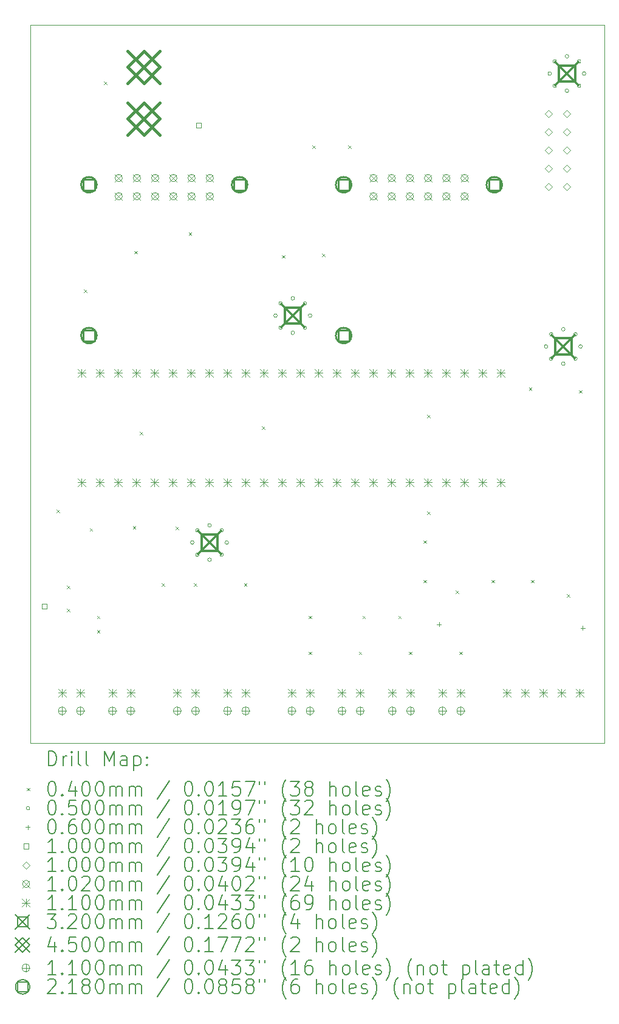
<source format=gbr>
%TF.GenerationSoftware,KiCad,Pcbnew,8.0.5*%
%TF.CreationDate,2024-10-05T14:58:53-05:00*%
%TF.ProjectId,DAQ,4441512e-6b69-4636-9164-5f7063625858,rev?*%
%TF.SameCoordinates,Original*%
%TF.FileFunction,Drillmap*%
%TF.FilePolarity,Positive*%
%FSLAX45Y45*%
G04 Gerber Fmt 4.5, Leading zero omitted, Abs format (unit mm)*
G04 Created by KiCad (PCBNEW 8.0.5) date 2024-10-05 14:58:53*
%MOMM*%
%LPD*%
G01*
G04 APERTURE LIST*
%ADD10C,0.100000*%
%ADD11C,0.200000*%
%ADD12C,0.102000*%
%ADD13C,0.110000*%
%ADD14C,0.320000*%
%ADD15C,0.450000*%
%ADD16C,0.218000*%
G04 APERTURE END LIST*
D10*
X10150000Y-4750000D02*
X18150000Y-4750000D01*
X18150000Y-14750000D01*
X10150000Y-14750000D01*
X10150000Y-4750000D01*
D11*
D10*
X10520000Y-11500000D02*
X10560000Y-11540000D01*
X10560000Y-11500000D02*
X10520000Y-11540000D01*
X10660000Y-12560000D02*
X10700000Y-12600000D01*
X10700000Y-12560000D02*
X10660000Y-12600000D01*
X10660000Y-12880000D02*
X10700000Y-12920000D01*
X10700000Y-12880000D02*
X10660000Y-12920000D01*
X10900000Y-8440000D02*
X10940000Y-8480000D01*
X10940000Y-8440000D02*
X10900000Y-8480000D01*
X10980000Y-11760000D02*
X11020000Y-11800000D01*
X11020000Y-11760000D02*
X10980000Y-11800000D01*
X11080000Y-12980000D02*
X11120000Y-13020000D01*
X11120000Y-12980000D02*
X11080000Y-13020000D01*
X11080000Y-13180000D02*
X11120000Y-13220000D01*
X11120000Y-13180000D02*
X11080000Y-13220000D01*
X11180000Y-5540000D02*
X11220000Y-5580000D01*
X11220000Y-5540000D02*
X11180000Y-5580000D01*
X11580000Y-11730000D02*
X11620000Y-11770000D01*
X11620000Y-11730000D02*
X11580000Y-11770000D01*
X11600000Y-7900000D02*
X11640000Y-7940000D01*
X11640000Y-7900000D02*
X11600000Y-7940000D01*
X11680000Y-10420000D02*
X11720000Y-10460000D01*
X11720000Y-10420000D02*
X11680000Y-10460000D01*
X11980000Y-12530000D02*
X12020000Y-12570000D01*
X12020000Y-12530000D02*
X11980000Y-12570000D01*
X12180000Y-11740000D02*
X12220000Y-11780000D01*
X12220000Y-11740000D02*
X12180000Y-11780000D01*
X12360000Y-7640000D02*
X12400000Y-7680000D01*
X12400000Y-7640000D02*
X12360000Y-7680000D01*
X12430000Y-12530000D02*
X12470000Y-12570000D01*
X12470000Y-12530000D02*
X12430000Y-12570000D01*
X13130000Y-12530000D02*
X13170000Y-12570000D01*
X13170000Y-12530000D02*
X13130000Y-12570000D01*
X13380000Y-10340000D02*
X13420000Y-10380000D01*
X13420000Y-10340000D02*
X13380000Y-10380000D01*
X13660000Y-7960000D02*
X13700000Y-8000000D01*
X13700000Y-7960000D02*
X13660000Y-8000000D01*
X14030000Y-12980000D02*
X14070000Y-13020000D01*
X14070000Y-12980000D02*
X14030000Y-13020000D01*
X14030000Y-13480000D02*
X14070000Y-13520000D01*
X14070000Y-13480000D02*
X14030000Y-13520000D01*
X14080000Y-6430000D02*
X14120000Y-6470000D01*
X14120000Y-6430000D02*
X14080000Y-6470000D01*
X14220000Y-7940000D02*
X14260000Y-7980000D01*
X14260000Y-7940000D02*
X14220000Y-7980000D01*
X14580000Y-6430000D02*
X14620000Y-6470000D01*
X14620000Y-6430000D02*
X14580000Y-6470000D01*
X14730000Y-13480000D02*
X14770000Y-13520000D01*
X14770000Y-13480000D02*
X14730000Y-13520000D01*
X14780000Y-12980000D02*
X14820000Y-13020000D01*
X14820000Y-12980000D02*
X14780000Y-13020000D01*
X15280000Y-12980000D02*
X15320000Y-13020000D01*
X15320000Y-12980000D02*
X15280000Y-13020000D01*
X15430000Y-13480000D02*
X15470000Y-13520000D01*
X15470000Y-13480000D02*
X15430000Y-13520000D01*
X15630000Y-11930000D02*
X15670000Y-11970000D01*
X15670000Y-11930000D02*
X15630000Y-11970000D01*
X15630000Y-12480000D02*
X15670000Y-12520000D01*
X15670000Y-12480000D02*
X15630000Y-12520000D01*
X15680000Y-10180000D02*
X15720000Y-10220000D01*
X15720000Y-10180000D02*
X15680000Y-10220000D01*
X15680000Y-11530000D02*
X15720000Y-11570000D01*
X15720000Y-11530000D02*
X15680000Y-11570000D01*
X16080000Y-12630000D02*
X16120000Y-12670000D01*
X16120000Y-12630000D02*
X16080000Y-12670000D01*
X16130000Y-13480000D02*
X16170000Y-13520000D01*
X16170000Y-13480000D02*
X16130000Y-13520000D01*
X16580000Y-12480000D02*
X16620000Y-12520000D01*
X16620000Y-12480000D02*
X16580000Y-12520000D01*
X17100000Y-9800000D02*
X17140000Y-9840000D01*
X17140000Y-9800000D02*
X17100000Y-9840000D01*
X17130000Y-12480000D02*
X17170000Y-12520000D01*
X17170000Y-12480000D02*
X17130000Y-12520000D01*
X17630000Y-12680000D02*
X17670000Y-12720000D01*
X17670000Y-12680000D02*
X17630000Y-12720000D01*
X17800000Y-9840000D02*
X17840000Y-9880000D01*
X17840000Y-9840000D02*
X17800000Y-9880000D01*
X12435000Y-11960000D02*
G75*
G02*
X12385000Y-11960000I-25000J0D01*
G01*
X12385000Y-11960000D02*
G75*
G02*
X12435000Y-11960000I25000J0D01*
G01*
X12505294Y-11790294D02*
G75*
G02*
X12455294Y-11790294I-25000J0D01*
G01*
X12455294Y-11790294D02*
G75*
G02*
X12505294Y-11790294I25000J0D01*
G01*
X12505294Y-12129706D02*
G75*
G02*
X12455294Y-12129706I-25000J0D01*
G01*
X12455294Y-12129706D02*
G75*
G02*
X12505294Y-12129706I25000J0D01*
G01*
X12675000Y-11720000D02*
G75*
G02*
X12625000Y-11720000I-25000J0D01*
G01*
X12625000Y-11720000D02*
G75*
G02*
X12675000Y-11720000I25000J0D01*
G01*
X12675000Y-12200000D02*
G75*
G02*
X12625000Y-12200000I-25000J0D01*
G01*
X12625000Y-12200000D02*
G75*
G02*
X12675000Y-12200000I25000J0D01*
G01*
X12844706Y-11790294D02*
G75*
G02*
X12794706Y-11790294I-25000J0D01*
G01*
X12794706Y-11790294D02*
G75*
G02*
X12844706Y-11790294I25000J0D01*
G01*
X12844706Y-12129706D02*
G75*
G02*
X12794706Y-12129706I-25000J0D01*
G01*
X12794706Y-12129706D02*
G75*
G02*
X12844706Y-12129706I25000J0D01*
G01*
X12915000Y-11960000D02*
G75*
G02*
X12865000Y-11960000I-25000J0D01*
G01*
X12865000Y-11960000D02*
G75*
G02*
X12915000Y-11960000I25000J0D01*
G01*
X13595000Y-8800000D02*
G75*
G02*
X13545000Y-8800000I-25000J0D01*
G01*
X13545000Y-8800000D02*
G75*
G02*
X13595000Y-8800000I25000J0D01*
G01*
X13665294Y-8630294D02*
G75*
G02*
X13615294Y-8630294I-25000J0D01*
G01*
X13615294Y-8630294D02*
G75*
G02*
X13665294Y-8630294I25000J0D01*
G01*
X13665294Y-8969706D02*
G75*
G02*
X13615294Y-8969706I-25000J0D01*
G01*
X13615294Y-8969706D02*
G75*
G02*
X13665294Y-8969706I25000J0D01*
G01*
X13835000Y-8560000D02*
G75*
G02*
X13785000Y-8560000I-25000J0D01*
G01*
X13785000Y-8560000D02*
G75*
G02*
X13835000Y-8560000I25000J0D01*
G01*
X13835000Y-9040000D02*
G75*
G02*
X13785000Y-9040000I-25000J0D01*
G01*
X13785000Y-9040000D02*
G75*
G02*
X13835000Y-9040000I25000J0D01*
G01*
X14004706Y-8630294D02*
G75*
G02*
X13954706Y-8630294I-25000J0D01*
G01*
X13954706Y-8630294D02*
G75*
G02*
X14004706Y-8630294I25000J0D01*
G01*
X14004706Y-8969706D02*
G75*
G02*
X13954706Y-8969706I-25000J0D01*
G01*
X13954706Y-8969706D02*
G75*
G02*
X14004706Y-8969706I25000J0D01*
G01*
X14075000Y-8800000D02*
G75*
G02*
X14025000Y-8800000I-25000J0D01*
G01*
X14025000Y-8800000D02*
G75*
G02*
X14075000Y-8800000I25000J0D01*
G01*
X17365294Y-9230294D02*
G75*
G02*
X17315294Y-9230294I-25000J0D01*
G01*
X17315294Y-9230294D02*
G75*
G02*
X17365294Y-9230294I25000J0D01*
G01*
X17415294Y-5430294D02*
G75*
G02*
X17365294Y-5430294I-25000J0D01*
G01*
X17365294Y-5430294D02*
G75*
G02*
X17415294Y-5430294I25000J0D01*
G01*
X17435589Y-9060589D02*
G75*
G02*
X17385589Y-9060589I-25000J0D01*
G01*
X17385589Y-9060589D02*
G75*
G02*
X17435589Y-9060589I25000J0D01*
G01*
X17435589Y-9400000D02*
G75*
G02*
X17385589Y-9400000I-25000J0D01*
G01*
X17385589Y-9400000D02*
G75*
G02*
X17435589Y-9400000I25000J0D01*
G01*
X17485589Y-5260589D02*
G75*
G02*
X17435589Y-5260589I-25000J0D01*
G01*
X17435589Y-5260589D02*
G75*
G02*
X17485589Y-5260589I25000J0D01*
G01*
X17485589Y-5600000D02*
G75*
G02*
X17435589Y-5600000I-25000J0D01*
G01*
X17435589Y-5600000D02*
G75*
G02*
X17485589Y-5600000I25000J0D01*
G01*
X17605294Y-8990294D02*
G75*
G02*
X17555294Y-8990294I-25000J0D01*
G01*
X17555294Y-8990294D02*
G75*
G02*
X17605294Y-8990294I25000J0D01*
G01*
X17605294Y-9470294D02*
G75*
G02*
X17555294Y-9470294I-25000J0D01*
G01*
X17555294Y-9470294D02*
G75*
G02*
X17605294Y-9470294I25000J0D01*
G01*
X17655294Y-5190294D02*
G75*
G02*
X17605294Y-5190294I-25000J0D01*
G01*
X17605294Y-5190294D02*
G75*
G02*
X17655294Y-5190294I25000J0D01*
G01*
X17655294Y-5670294D02*
G75*
G02*
X17605294Y-5670294I-25000J0D01*
G01*
X17605294Y-5670294D02*
G75*
G02*
X17655294Y-5670294I25000J0D01*
G01*
X17775000Y-9060589D02*
G75*
G02*
X17725000Y-9060589I-25000J0D01*
G01*
X17725000Y-9060589D02*
G75*
G02*
X17775000Y-9060589I25000J0D01*
G01*
X17775000Y-9400000D02*
G75*
G02*
X17725000Y-9400000I-25000J0D01*
G01*
X17725000Y-9400000D02*
G75*
G02*
X17775000Y-9400000I25000J0D01*
G01*
X17825000Y-5260589D02*
G75*
G02*
X17775000Y-5260589I-25000J0D01*
G01*
X17775000Y-5260589D02*
G75*
G02*
X17825000Y-5260589I25000J0D01*
G01*
X17825000Y-5600000D02*
G75*
G02*
X17775000Y-5600000I-25000J0D01*
G01*
X17775000Y-5600000D02*
G75*
G02*
X17825000Y-5600000I25000J0D01*
G01*
X17845294Y-9230294D02*
G75*
G02*
X17795294Y-9230294I-25000J0D01*
G01*
X17795294Y-9230294D02*
G75*
G02*
X17845294Y-9230294I25000J0D01*
G01*
X17895294Y-5430294D02*
G75*
G02*
X17845294Y-5430294I-25000J0D01*
G01*
X17845294Y-5430294D02*
G75*
G02*
X17895294Y-5430294I25000J0D01*
G01*
X15850000Y-13070000D02*
X15850000Y-13130000D01*
X15820000Y-13100000D02*
X15880000Y-13100000D01*
X17850000Y-13120000D02*
X17850000Y-13180000D01*
X17820000Y-13150000D02*
X17880000Y-13150000D01*
X10385356Y-12885356D02*
X10385356Y-12814644D01*
X10314644Y-12814644D01*
X10314644Y-12885356D01*
X10385356Y-12885356D01*
X12535356Y-6185356D02*
X12535356Y-6114644D01*
X12464644Y-6114644D01*
X12464644Y-6185356D01*
X12535356Y-6185356D01*
X17372500Y-6042500D02*
X17422500Y-5992500D01*
X17372500Y-5942500D01*
X17322500Y-5992500D01*
X17372500Y-6042500D01*
X17372500Y-6296500D02*
X17422500Y-6246500D01*
X17372500Y-6196500D01*
X17322500Y-6246500D01*
X17372500Y-6296500D01*
X17372500Y-6550500D02*
X17422500Y-6500500D01*
X17372500Y-6450500D01*
X17322500Y-6500500D01*
X17372500Y-6550500D01*
X17372500Y-6804500D02*
X17422500Y-6754500D01*
X17372500Y-6704500D01*
X17322500Y-6754500D01*
X17372500Y-6804500D01*
X17372500Y-7058500D02*
X17422500Y-7008500D01*
X17372500Y-6958500D01*
X17322500Y-7008500D01*
X17372500Y-7058500D01*
X17626500Y-6042500D02*
X17676500Y-5992500D01*
X17626500Y-5942500D01*
X17576500Y-5992500D01*
X17626500Y-6042500D01*
X17626500Y-6296500D02*
X17676500Y-6246500D01*
X17626500Y-6196500D01*
X17576500Y-6246500D01*
X17626500Y-6296500D01*
X17626500Y-6550500D02*
X17676500Y-6500500D01*
X17626500Y-6450500D01*
X17576500Y-6500500D01*
X17626500Y-6550500D01*
X17626500Y-6804500D02*
X17676500Y-6754500D01*
X17626500Y-6704500D01*
X17576500Y-6754500D01*
X17626500Y-6804500D01*
X17626500Y-7058500D02*
X17676500Y-7008500D01*
X17626500Y-6958500D01*
X17576500Y-7008500D01*
X17626500Y-7058500D01*
D12*
X11333000Y-6834500D02*
X11435000Y-6936500D01*
X11435000Y-6834500D02*
X11333000Y-6936500D01*
X11435000Y-6885500D02*
G75*
G02*
X11333000Y-6885500I-51000J0D01*
G01*
X11333000Y-6885500D02*
G75*
G02*
X11435000Y-6885500I51000J0D01*
G01*
X11333000Y-7088500D02*
X11435000Y-7190500D01*
X11435000Y-7088500D02*
X11333000Y-7190500D01*
X11435000Y-7139500D02*
G75*
G02*
X11333000Y-7139500I-51000J0D01*
G01*
X11333000Y-7139500D02*
G75*
G02*
X11435000Y-7139500I51000J0D01*
G01*
X11587000Y-6834500D02*
X11689000Y-6936500D01*
X11689000Y-6834500D02*
X11587000Y-6936500D01*
X11689000Y-6885500D02*
G75*
G02*
X11587000Y-6885500I-51000J0D01*
G01*
X11587000Y-6885500D02*
G75*
G02*
X11689000Y-6885500I51000J0D01*
G01*
X11587000Y-7088500D02*
X11689000Y-7190500D01*
X11689000Y-7088500D02*
X11587000Y-7190500D01*
X11689000Y-7139500D02*
G75*
G02*
X11587000Y-7139500I-51000J0D01*
G01*
X11587000Y-7139500D02*
G75*
G02*
X11689000Y-7139500I51000J0D01*
G01*
X11841000Y-6834500D02*
X11943000Y-6936500D01*
X11943000Y-6834500D02*
X11841000Y-6936500D01*
X11943000Y-6885500D02*
G75*
G02*
X11841000Y-6885500I-51000J0D01*
G01*
X11841000Y-6885500D02*
G75*
G02*
X11943000Y-6885500I51000J0D01*
G01*
X11841000Y-7088500D02*
X11943000Y-7190500D01*
X11943000Y-7088500D02*
X11841000Y-7190500D01*
X11943000Y-7139500D02*
G75*
G02*
X11841000Y-7139500I-51000J0D01*
G01*
X11841000Y-7139500D02*
G75*
G02*
X11943000Y-7139500I51000J0D01*
G01*
X12095000Y-6834500D02*
X12197000Y-6936500D01*
X12197000Y-6834500D02*
X12095000Y-6936500D01*
X12197000Y-6885500D02*
G75*
G02*
X12095000Y-6885500I-51000J0D01*
G01*
X12095000Y-6885500D02*
G75*
G02*
X12197000Y-6885500I51000J0D01*
G01*
X12095000Y-7088500D02*
X12197000Y-7190500D01*
X12197000Y-7088500D02*
X12095000Y-7190500D01*
X12197000Y-7139500D02*
G75*
G02*
X12095000Y-7139500I-51000J0D01*
G01*
X12095000Y-7139500D02*
G75*
G02*
X12197000Y-7139500I51000J0D01*
G01*
X12349000Y-6834500D02*
X12451000Y-6936500D01*
X12451000Y-6834500D02*
X12349000Y-6936500D01*
X12451000Y-6885500D02*
G75*
G02*
X12349000Y-6885500I-51000J0D01*
G01*
X12349000Y-6885500D02*
G75*
G02*
X12451000Y-6885500I51000J0D01*
G01*
X12349000Y-7088500D02*
X12451000Y-7190500D01*
X12451000Y-7088500D02*
X12349000Y-7190500D01*
X12451000Y-7139500D02*
G75*
G02*
X12349000Y-7139500I-51000J0D01*
G01*
X12349000Y-7139500D02*
G75*
G02*
X12451000Y-7139500I51000J0D01*
G01*
X12603000Y-6834500D02*
X12705000Y-6936500D01*
X12705000Y-6834500D02*
X12603000Y-6936500D01*
X12705000Y-6885500D02*
G75*
G02*
X12603000Y-6885500I-51000J0D01*
G01*
X12603000Y-6885500D02*
G75*
G02*
X12705000Y-6885500I51000J0D01*
G01*
X12603000Y-7088500D02*
X12705000Y-7190500D01*
X12705000Y-7088500D02*
X12603000Y-7190500D01*
X12705000Y-7139500D02*
G75*
G02*
X12603000Y-7139500I-51000J0D01*
G01*
X12603000Y-7139500D02*
G75*
G02*
X12705000Y-7139500I51000J0D01*
G01*
X14883000Y-6834500D02*
X14985000Y-6936500D01*
X14985000Y-6834500D02*
X14883000Y-6936500D01*
X14985000Y-6885500D02*
G75*
G02*
X14883000Y-6885500I-51000J0D01*
G01*
X14883000Y-6885500D02*
G75*
G02*
X14985000Y-6885500I51000J0D01*
G01*
X14883000Y-7088500D02*
X14985000Y-7190500D01*
X14985000Y-7088500D02*
X14883000Y-7190500D01*
X14985000Y-7139500D02*
G75*
G02*
X14883000Y-7139500I-51000J0D01*
G01*
X14883000Y-7139500D02*
G75*
G02*
X14985000Y-7139500I51000J0D01*
G01*
X15137000Y-6834500D02*
X15239000Y-6936500D01*
X15239000Y-6834500D02*
X15137000Y-6936500D01*
X15239000Y-6885500D02*
G75*
G02*
X15137000Y-6885500I-51000J0D01*
G01*
X15137000Y-6885500D02*
G75*
G02*
X15239000Y-6885500I51000J0D01*
G01*
X15137000Y-7088500D02*
X15239000Y-7190500D01*
X15239000Y-7088500D02*
X15137000Y-7190500D01*
X15239000Y-7139500D02*
G75*
G02*
X15137000Y-7139500I-51000J0D01*
G01*
X15137000Y-7139500D02*
G75*
G02*
X15239000Y-7139500I51000J0D01*
G01*
X15391000Y-6834500D02*
X15493000Y-6936500D01*
X15493000Y-6834500D02*
X15391000Y-6936500D01*
X15493000Y-6885500D02*
G75*
G02*
X15391000Y-6885500I-51000J0D01*
G01*
X15391000Y-6885500D02*
G75*
G02*
X15493000Y-6885500I51000J0D01*
G01*
X15391000Y-7088500D02*
X15493000Y-7190500D01*
X15493000Y-7088500D02*
X15391000Y-7190500D01*
X15493000Y-7139500D02*
G75*
G02*
X15391000Y-7139500I-51000J0D01*
G01*
X15391000Y-7139500D02*
G75*
G02*
X15493000Y-7139500I51000J0D01*
G01*
X15645000Y-6834500D02*
X15747000Y-6936500D01*
X15747000Y-6834500D02*
X15645000Y-6936500D01*
X15747000Y-6885500D02*
G75*
G02*
X15645000Y-6885500I-51000J0D01*
G01*
X15645000Y-6885500D02*
G75*
G02*
X15747000Y-6885500I51000J0D01*
G01*
X15645000Y-7088500D02*
X15747000Y-7190500D01*
X15747000Y-7088500D02*
X15645000Y-7190500D01*
X15747000Y-7139500D02*
G75*
G02*
X15645000Y-7139500I-51000J0D01*
G01*
X15645000Y-7139500D02*
G75*
G02*
X15747000Y-7139500I51000J0D01*
G01*
X15899000Y-6834500D02*
X16001000Y-6936500D01*
X16001000Y-6834500D02*
X15899000Y-6936500D01*
X16001000Y-6885500D02*
G75*
G02*
X15899000Y-6885500I-51000J0D01*
G01*
X15899000Y-6885500D02*
G75*
G02*
X16001000Y-6885500I51000J0D01*
G01*
X15899000Y-7088500D02*
X16001000Y-7190500D01*
X16001000Y-7088500D02*
X15899000Y-7190500D01*
X16001000Y-7139500D02*
G75*
G02*
X15899000Y-7139500I-51000J0D01*
G01*
X15899000Y-7139500D02*
G75*
G02*
X16001000Y-7139500I51000J0D01*
G01*
X16153000Y-6834500D02*
X16255000Y-6936500D01*
X16255000Y-6834500D02*
X16153000Y-6936500D01*
X16255000Y-6885500D02*
G75*
G02*
X16153000Y-6885500I-51000J0D01*
G01*
X16153000Y-6885500D02*
G75*
G02*
X16255000Y-6885500I51000J0D01*
G01*
X16153000Y-7088500D02*
X16255000Y-7190500D01*
X16255000Y-7088500D02*
X16153000Y-7190500D01*
X16255000Y-7139500D02*
G75*
G02*
X16153000Y-7139500I-51000J0D01*
G01*
X16153000Y-7139500D02*
G75*
G02*
X16255000Y-7139500I51000J0D01*
G01*
D13*
X10541000Y-13995000D02*
X10651000Y-14105000D01*
X10651000Y-13995000D02*
X10541000Y-14105000D01*
X10596000Y-13995000D02*
X10596000Y-14105000D01*
X10541000Y-14050000D02*
X10651000Y-14050000D01*
X10795000Y-13995000D02*
X10905000Y-14105000D01*
X10905000Y-13995000D02*
X10795000Y-14105000D01*
X10850000Y-13995000D02*
X10850000Y-14105000D01*
X10795000Y-14050000D02*
X10905000Y-14050000D01*
X10813000Y-9545000D02*
X10923000Y-9655000D01*
X10923000Y-9545000D02*
X10813000Y-9655000D01*
X10868000Y-9545000D02*
X10868000Y-9655000D01*
X10813000Y-9600000D02*
X10923000Y-9600000D01*
X10813000Y-11069000D02*
X10923000Y-11179000D01*
X10923000Y-11069000D02*
X10813000Y-11179000D01*
X10868000Y-11069000D02*
X10868000Y-11179000D01*
X10813000Y-11124000D02*
X10923000Y-11124000D01*
X11067000Y-9545000D02*
X11177000Y-9655000D01*
X11177000Y-9545000D02*
X11067000Y-9655000D01*
X11122000Y-9545000D02*
X11122000Y-9655000D01*
X11067000Y-9600000D02*
X11177000Y-9600000D01*
X11067000Y-11069000D02*
X11177000Y-11179000D01*
X11177000Y-11069000D02*
X11067000Y-11179000D01*
X11122000Y-11069000D02*
X11122000Y-11179000D01*
X11067000Y-11124000D02*
X11177000Y-11124000D01*
X11241000Y-13995000D02*
X11351000Y-14105000D01*
X11351000Y-13995000D02*
X11241000Y-14105000D01*
X11296000Y-13995000D02*
X11296000Y-14105000D01*
X11241000Y-14050000D02*
X11351000Y-14050000D01*
X11321000Y-9545000D02*
X11431000Y-9655000D01*
X11431000Y-9545000D02*
X11321000Y-9655000D01*
X11376000Y-9545000D02*
X11376000Y-9655000D01*
X11321000Y-9600000D02*
X11431000Y-9600000D01*
X11321000Y-11069000D02*
X11431000Y-11179000D01*
X11431000Y-11069000D02*
X11321000Y-11179000D01*
X11376000Y-11069000D02*
X11376000Y-11179000D01*
X11321000Y-11124000D02*
X11431000Y-11124000D01*
X11495000Y-13995000D02*
X11605000Y-14105000D01*
X11605000Y-13995000D02*
X11495000Y-14105000D01*
X11550000Y-13995000D02*
X11550000Y-14105000D01*
X11495000Y-14050000D02*
X11605000Y-14050000D01*
X11575000Y-9545000D02*
X11685000Y-9655000D01*
X11685000Y-9545000D02*
X11575000Y-9655000D01*
X11630000Y-9545000D02*
X11630000Y-9655000D01*
X11575000Y-9600000D02*
X11685000Y-9600000D01*
X11575000Y-11069000D02*
X11685000Y-11179000D01*
X11685000Y-11069000D02*
X11575000Y-11179000D01*
X11630000Y-11069000D02*
X11630000Y-11179000D01*
X11575000Y-11124000D02*
X11685000Y-11124000D01*
X11829000Y-9545000D02*
X11939000Y-9655000D01*
X11939000Y-9545000D02*
X11829000Y-9655000D01*
X11884000Y-9545000D02*
X11884000Y-9655000D01*
X11829000Y-9600000D02*
X11939000Y-9600000D01*
X11829000Y-11069000D02*
X11939000Y-11179000D01*
X11939000Y-11069000D02*
X11829000Y-11179000D01*
X11884000Y-11069000D02*
X11884000Y-11179000D01*
X11829000Y-11124000D02*
X11939000Y-11124000D01*
X12083000Y-9545000D02*
X12193000Y-9655000D01*
X12193000Y-9545000D02*
X12083000Y-9655000D01*
X12138000Y-9545000D02*
X12138000Y-9655000D01*
X12083000Y-9600000D02*
X12193000Y-9600000D01*
X12083000Y-11069000D02*
X12193000Y-11179000D01*
X12193000Y-11069000D02*
X12083000Y-11179000D01*
X12138000Y-11069000D02*
X12138000Y-11179000D01*
X12083000Y-11124000D02*
X12193000Y-11124000D01*
X12145000Y-13995000D02*
X12255000Y-14105000D01*
X12255000Y-13995000D02*
X12145000Y-14105000D01*
X12200000Y-13995000D02*
X12200000Y-14105000D01*
X12145000Y-14050000D02*
X12255000Y-14050000D01*
X12337000Y-9545000D02*
X12447000Y-9655000D01*
X12447000Y-9545000D02*
X12337000Y-9655000D01*
X12392000Y-9545000D02*
X12392000Y-9655000D01*
X12337000Y-9600000D02*
X12447000Y-9600000D01*
X12337000Y-11069000D02*
X12447000Y-11179000D01*
X12447000Y-11069000D02*
X12337000Y-11179000D01*
X12392000Y-11069000D02*
X12392000Y-11179000D01*
X12337000Y-11124000D02*
X12447000Y-11124000D01*
X12399000Y-13995000D02*
X12509000Y-14105000D01*
X12509000Y-13995000D02*
X12399000Y-14105000D01*
X12454000Y-13995000D02*
X12454000Y-14105000D01*
X12399000Y-14050000D02*
X12509000Y-14050000D01*
X12591000Y-9545000D02*
X12701000Y-9655000D01*
X12701000Y-9545000D02*
X12591000Y-9655000D01*
X12646000Y-9545000D02*
X12646000Y-9655000D01*
X12591000Y-9600000D02*
X12701000Y-9600000D01*
X12591000Y-11069000D02*
X12701000Y-11179000D01*
X12701000Y-11069000D02*
X12591000Y-11179000D01*
X12646000Y-11069000D02*
X12646000Y-11179000D01*
X12591000Y-11124000D02*
X12701000Y-11124000D01*
X12845000Y-9545000D02*
X12955000Y-9655000D01*
X12955000Y-9545000D02*
X12845000Y-9655000D01*
X12900000Y-9545000D02*
X12900000Y-9655000D01*
X12845000Y-9600000D02*
X12955000Y-9600000D01*
X12845000Y-11069000D02*
X12955000Y-11179000D01*
X12955000Y-11069000D02*
X12845000Y-11179000D01*
X12900000Y-11069000D02*
X12900000Y-11179000D01*
X12845000Y-11124000D02*
X12955000Y-11124000D01*
X12845000Y-13995000D02*
X12955000Y-14105000D01*
X12955000Y-13995000D02*
X12845000Y-14105000D01*
X12900000Y-13995000D02*
X12900000Y-14105000D01*
X12845000Y-14050000D02*
X12955000Y-14050000D01*
X13099000Y-9545000D02*
X13209000Y-9655000D01*
X13209000Y-9545000D02*
X13099000Y-9655000D01*
X13154000Y-9545000D02*
X13154000Y-9655000D01*
X13099000Y-9600000D02*
X13209000Y-9600000D01*
X13099000Y-11069000D02*
X13209000Y-11179000D01*
X13209000Y-11069000D02*
X13099000Y-11179000D01*
X13154000Y-11069000D02*
X13154000Y-11179000D01*
X13099000Y-11124000D02*
X13209000Y-11124000D01*
X13099000Y-13995000D02*
X13209000Y-14105000D01*
X13209000Y-13995000D02*
X13099000Y-14105000D01*
X13154000Y-13995000D02*
X13154000Y-14105000D01*
X13099000Y-14050000D02*
X13209000Y-14050000D01*
X13353000Y-9545000D02*
X13463000Y-9655000D01*
X13463000Y-9545000D02*
X13353000Y-9655000D01*
X13408000Y-9545000D02*
X13408000Y-9655000D01*
X13353000Y-9600000D02*
X13463000Y-9600000D01*
X13353000Y-11069000D02*
X13463000Y-11179000D01*
X13463000Y-11069000D02*
X13353000Y-11179000D01*
X13408000Y-11069000D02*
X13408000Y-11179000D01*
X13353000Y-11124000D02*
X13463000Y-11124000D01*
X13607000Y-9545000D02*
X13717000Y-9655000D01*
X13717000Y-9545000D02*
X13607000Y-9655000D01*
X13662000Y-9545000D02*
X13662000Y-9655000D01*
X13607000Y-9600000D02*
X13717000Y-9600000D01*
X13607000Y-11069000D02*
X13717000Y-11179000D01*
X13717000Y-11069000D02*
X13607000Y-11179000D01*
X13662000Y-11069000D02*
X13662000Y-11179000D01*
X13607000Y-11124000D02*
X13717000Y-11124000D01*
X13741000Y-13995000D02*
X13851000Y-14105000D01*
X13851000Y-13995000D02*
X13741000Y-14105000D01*
X13796000Y-13995000D02*
X13796000Y-14105000D01*
X13741000Y-14050000D02*
X13851000Y-14050000D01*
X13861000Y-9545000D02*
X13971000Y-9655000D01*
X13971000Y-9545000D02*
X13861000Y-9655000D01*
X13916000Y-9545000D02*
X13916000Y-9655000D01*
X13861000Y-9600000D02*
X13971000Y-9600000D01*
X13861000Y-11069000D02*
X13971000Y-11179000D01*
X13971000Y-11069000D02*
X13861000Y-11179000D01*
X13916000Y-11069000D02*
X13916000Y-11179000D01*
X13861000Y-11124000D02*
X13971000Y-11124000D01*
X13995000Y-13995000D02*
X14105000Y-14105000D01*
X14105000Y-13995000D02*
X13995000Y-14105000D01*
X14050000Y-13995000D02*
X14050000Y-14105000D01*
X13995000Y-14050000D02*
X14105000Y-14050000D01*
X14115000Y-9545000D02*
X14225000Y-9655000D01*
X14225000Y-9545000D02*
X14115000Y-9655000D01*
X14170000Y-9545000D02*
X14170000Y-9655000D01*
X14115000Y-9600000D02*
X14225000Y-9600000D01*
X14115000Y-11069000D02*
X14225000Y-11179000D01*
X14225000Y-11069000D02*
X14115000Y-11179000D01*
X14170000Y-11069000D02*
X14170000Y-11179000D01*
X14115000Y-11124000D02*
X14225000Y-11124000D01*
X14369000Y-9545000D02*
X14479000Y-9655000D01*
X14479000Y-9545000D02*
X14369000Y-9655000D01*
X14424000Y-9545000D02*
X14424000Y-9655000D01*
X14369000Y-9600000D02*
X14479000Y-9600000D01*
X14369000Y-11069000D02*
X14479000Y-11179000D01*
X14479000Y-11069000D02*
X14369000Y-11179000D01*
X14424000Y-11069000D02*
X14424000Y-11179000D01*
X14369000Y-11124000D02*
X14479000Y-11124000D01*
X14441000Y-13995000D02*
X14551000Y-14105000D01*
X14551000Y-13995000D02*
X14441000Y-14105000D01*
X14496000Y-13995000D02*
X14496000Y-14105000D01*
X14441000Y-14050000D02*
X14551000Y-14050000D01*
X14623000Y-9545000D02*
X14733000Y-9655000D01*
X14733000Y-9545000D02*
X14623000Y-9655000D01*
X14678000Y-9545000D02*
X14678000Y-9655000D01*
X14623000Y-9600000D02*
X14733000Y-9600000D01*
X14623000Y-11069000D02*
X14733000Y-11179000D01*
X14733000Y-11069000D02*
X14623000Y-11179000D01*
X14678000Y-11069000D02*
X14678000Y-11179000D01*
X14623000Y-11124000D02*
X14733000Y-11124000D01*
X14695000Y-13995000D02*
X14805000Y-14105000D01*
X14805000Y-13995000D02*
X14695000Y-14105000D01*
X14750000Y-13995000D02*
X14750000Y-14105000D01*
X14695000Y-14050000D02*
X14805000Y-14050000D01*
X14877000Y-9545000D02*
X14987000Y-9655000D01*
X14987000Y-9545000D02*
X14877000Y-9655000D01*
X14932000Y-9545000D02*
X14932000Y-9655000D01*
X14877000Y-9600000D02*
X14987000Y-9600000D01*
X14877000Y-11069000D02*
X14987000Y-11179000D01*
X14987000Y-11069000D02*
X14877000Y-11179000D01*
X14932000Y-11069000D02*
X14932000Y-11179000D01*
X14877000Y-11124000D02*
X14987000Y-11124000D01*
X15131000Y-9545000D02*
X15241000Y-9655000D01*
X15241000Y-9545000D02*
X15131000Y-9655000D01*
X15186000Y-9545000D02*
X15186000Y-9655000D01*
X15131000Y-9600000D02*
X15241000Y-9600000D01*
X15131000Y-11069000D02*
X15241000Y-11179000D01*
X15241000Y-11069000D02*
X15131000Y-11179000D01*
X15186000Y-11069000D02*
X15186000Y-11179000D01*
X15131000Y-11124000D02*
X15241000Y-11124000D01*
X15141000Y-13995000D02*
X15251000Y-14105000D01*
X15251000Y-13995000D02*
X15141000Y-14105000D01*
X15196000Y-13995000D02*
X15196000Y-14105000D01*
X15141000Y-14050000D02*
X15251000Y-14050000D01*
X15385000Y-9545000D02*
X15495000Y-9655000D01*
X15495000Y-9545000D02*
X15385000Y-9655000D01*
X15440000Y-9545000D02*
X15440000Y-9655000D01*
X15385000Y-9600000D02*
X15495000Y-9600000D01*
X15385000Y-11069000D02*
X15495000Y-11179000D01*
X15495000Y-11069000D02*
X15385000Y-11179000D01*
X15440000Y-11069000D02*
X15440000Y-11179000D01*
X15385000Y-11124000D02*
X15495000Y-11124000D01*
X15395000Y-13995000D02*
X15505000Y-14105000D01*
X15505000Y-13995000D02*
X15395000Y-14105000D01*
X15450000Y-13995000D02*
X15450000Y-14105000D01*
X15395000Y-14050000D02*
X15505000Y-14050000D01*
X15639000Y-9545000D02*
X15749000Y-9655000D01*
X15749000Y-9545000D02*
X15639000Y-9655000D01*
X15694000Y-9545000D02*
X15694000Y-9655000D01*
X15639000Y-9600000D02*
X15749000Y-9600000D01*
X15639000Y-11069000D02*
X15749000Y-11179000D01*
X15749000Y-11069000D02*
X15639000Y-11179000D01*
X15694000Y-11069000D02*
X15694000Y-11179000D01*
X15639000Y-11124000D02*
X15749000Y-11124000D01*
X15841000Y-13995000D02*
X15951000Y-14105000D01*
X15951000Y-13995000D02*
X15841000Y-14105000D01*
X15896000Y-13995000D02*
X15896000Y-14105000D01*
X15841000Y-14050000D02*
X15951000Y-14050000D01*
X15893000Y-9545000D02*
X16003000Y-9655000D01*
X16003000Y-9545000D02*
X15893000Y-9655000D01*
X15948000Y-9545000D02*
X15948000Y-9655000D01*
X15893000Y-9600000D02*
X16003000Y-9600000D01*
X15893000Y-11069000D02*
X16003000Y-11179000D01*
X16003000Y-11069000D02*
X15893000Y-11179000D01*
X15948000Y-11069000D02*
X15948000Y-11179000D01*
X15893000Y-11124000D02*
X16003000Y-11124000D01*
X16095000Y-13995000D02*
X16205000Y-14105000D01*
X16205000Y-13995000D02*
X16095000Y-14105000D01*
X16150000Y-13995000D02*
X16150000Y-14105000D01*
X16095000Y-14050000D02*
X16205000Y-14050000D01*
X16147000Y-9545000D02*
X16257000Y-9655000D01*
X16257000Y-9545000D02*
X16147000Y-9655000D01*
X16202000Y-9545000D02*
X16202000Y-9655000D01*
X16147000Y-9600000D02*
X16257000Y-9600000D01*
X16147000Y-11069000D02*
X16257000Y-11179000D01*
X16257000Y-11069000D02*
X16147000Y-11179000D01*
X16202000Y-11069000D02*
X16202000Y-11179000D01*
X16147000Y-11124000D02*
X16257000Y-11124000D01*
X16401000Y-9545000D02*
X16511000Y-9655000D01*
X16511000Y-9545000D02*
X16401000Y-9655000D01*
X16456000Y-9545000D02*
X16456000Y-9655000D01*
X16401000Y-9600000D02*
X16511000Y-9600000D01*
X16401000Y-11069000D02*
X16511000Y-11179000D01*
X16511000Y-11069000D02*
X16401000Y-11179000D01*
X16456000Y-11069000D02*
X16456000Y-11179000D01*
X16401000Y-11124000D02*
X16511000Y-11124000D01*
X16655000Y-9545000D02*
X16765000Y-9655000D01*
X16765000Y-9545000D02*
X16655000Y-9655000D01*
X16710000Y-9545000D02*
X16710000Y-9655000D01*
X16655000Y-9600000D02*
X16765000Y-9600000D01*
X16655000Y-11069000D02*
X16765000Y-11179000D01*
X16765000Y-11069000D02*
X16655000Y-11179000D01*
X16710000Y-11069000D02*
X16710000Y-11179000D01*
X16655000Y-11124000D02*
X16765000Y-11124000D01*
X16737000Y-13995000D02*
X16847000Y-14105000D01*
X16847000Y-13995000D02*
X16737000Y-14105000D01*
X16792000Y-13995000D02*
X16792000Y-14105000D01*
X16737000Y-14050000D02*
X16847000Y-14050000D01*
X16991000Y-13995000D02*
X17101000Y-14105000D01*
X17101000Y-13995000D02*
X16991000Y-14105000D01*
X17046000Y-13995000D02*
X17046000Y-14105000D01*
X16991000Y-14050000D02*
X17101000Y-14050000D01*
X17245000Y-13995000D02*
X17355000Y-14105000D01*
X17355000Y-13995000D02*
X17245000Y-14105000D01*
X17300000Y-13995000D02*
X17300000Y-14105000D01*
X17245000Y-14050000D02*
X17355000Y-14050000D01*
X17499000Y-13995000D02*
X17609000Y-14105000D01*
X17609000Y-13995000D02*
X17499000Y-14105000D01*
X17554000Y-13995000D02*
X17554000Y-14105000D01*
X17499000Y-14050000D02*
X17609000Y-14050000D01*
X17753000Y-13995000D02*
X17863000Y-14105000D01*
X17863000Y-13995000D02*
X17753000Y-14105000D01*
X17808000Y-13995000D02*
X17808000Y-14105000D01*
X17753000Y-14050000D02*
X17863000Y-14050000D01*
D14*
X12490000Y-11800000D02*
X12810000Y-12120000D01*
X12810000Y-11800000D02*
X12490000Y-12120000D01*
X12763138Y-12073138D02*
X12763138Y-11846862D01*
X12536862Y-11846862D01*
X12536862Y-12073138D01*
X12763138Y-12073138D01*
X13650000Y-8640000D02*
X13970000Y-8960000D01*
X13970000Y-8640000D02*
X13650000Y-8960000D01*
X13923138Y-8913138D02*
X13923138Y-8686862D01*
X13696862Y-8686862D01*
X13696862Y-8913138D01*
X13923138Y-8913138D01*
X17420294Y-9070294D02*
X17740294Y-9390294D01*
X17740294Y-9070294D02*
X17420294Y-9390294D01*
X17693433Y-9343433D02*
X17693433Y-9117156D01*
X17467156Y-9117156D01*
X17467156Y-9343433D01*
X17693433Y-9343433D01*
X17470294Y-5270294D02*
X17790294Y-5590294D01*
X17790294Y-5270294D02*
X17470294Y-5590294D01*
X17743433Y-5543433D02*
X17743433Y-5317156D01*
X17517156Y-5317156D01*
X17517156Y-5543433D01*
X17743433Y-5543433D01*
D15*
X11509426Y-5115000D02*
X11959426Y-5565000D01*
X11959426Y-5115000D02*
X11509426Y-5565000D01*
X11734426Y-5565000D02*
X11959426Y-5340000D01*
X11734426Y-5115000D01*
X11509426Y-5340000D01*
X11734426Y-5565000D01*
X11509426Y-5835000D02*
X11959426Y-6285000D01*
X11959426Y-5835000D02*
X11509426Y-6285000D01*
X11734426Y-6285000D02*
X11959426Y-6060000D01*
X11734426Y-5835000D01*
X11509426Y-6060000D01*
X11734426Y-6285000D01*
D13*
X10596000Y-14249000D02*
X10596000Y-14359000D01*
X10541000Y-14304000D02*
X10651000Y-14304000D01*
X10651000Y-14304000D02*
G75*
G02*
X10541000Y-14304000I-55000J0D01*
G01*
X10541000Y-14304000D02*
G75*
G02*
X10651000Y-14304000I55000J0D01*
G01*
X10850000Y-14249000D02*
X10850000Y-14359000D01*
X10795000Y-14304000D02*
X10905000Y-14304000D01*
X10905000Y-14304000D02*
G75*
G02*
X10795000Y-14304000I-55000J0D01*
G01*
X10795000Y-14304000D02*
G75*
G02*
X10905000Y-14304000I55000J0D01*
G01*
X11296000Y-14249000D02*
X11296000Y-14359000D01*
X11241000Y-14304000D02*
X11351000Y-14304000D01*
X11351000Y-14304000D02*
G75*
G02*
X11241000Y-14304000I-55000J0D01*
G01*
X11241000Y-14304000D02*
G75*
G02*
X11351000Y-14304000I55000J0D01*
G01*
X11550000Y-14249000D02*
X11550000Y-14359000D01*
X11495000Y-14304000D02*
X11605000Y-14304000D01*
X11605000Y-14304000D02*
G75*
G02*
X11495000Y-14304000I-55000J0D01*
G01*
X11495000Y-14304000D02*
G75*
G02*
X11605000Y-14304000I55000J0D01*
G01*
X12200000Y-14249000D02*
X12200000Y-14359000D01*
X12145000Y-14304000D02*
X12255000Y-14304000D01*
X12255000Y-14304000D02*
G75*
G02*
X12145000Y-14304000I-55000J0D01*
G01*
X12145000Y-14304000D02*
G75*
G02*
X12255000Y-14304000I55000J0D01*
G01*
X12454000Y-14249000D02*
X12454000Y-14359000D01*
X12399000Y-14304000D02*
X12509000Y-14304000D01*
X12509000Y-14304000D02*
G75*
G02*
X12399000Y-14304000I-55000J0D01*
G01*
X12399000Y-14304000D02*
G75*
G02*
X12509000Y-14304000I55000J0D01*
G01*
X12900000Y-14249000D02*
X12900000Y-14359000D01*
X12845000Y-14304000D02*
X12955000Y-14304000D01*
X12955000Y-14304000D02*
G75*
G02*
X12845000Y-14304000I-55000J0D01*
G01*
X12845000Y-14304000D02*
G75*
G02*
X12955000Y-14304000I55000J0D01*
G01*
X13154000Y-14249000D02*
X13154000Y-14359000D01*
X13099000Y-14304000D02*
X13209000Y-14304000D01*
X13209000Y-14304000D02*
G75*
G02*
X13099000Y-14304000I-55000J0D01*
G01*
X13099000Y-14304000D02*
G75*
G02*
X13209000Y-14304000I55000J0D01*
G01*
X13796000Y-14249000D02*
X13796000Y-14359000D01*
X13741000Y-14304000D02*
X13851000Y-14304000D01*
X13851000Y-14304000D02*
G75*
G02*
X13741000Y-14304000I-55000J0D01*
G01*
X13741000Y-14304000D02*
G75*
G02*
X13851000Y-14304000I55000J0D01*
G01*
X14050000Y-14249000D02*
X14050000Y-14359000D01*
X13995000Y-14304000D02*
X14105000Y-14304000D01*
X14105000Y-14304000D02*
G75*
G02*
X13995000Y-14304000I-55000J0D01*
G01*
X13995000Y-14304000D02*
G75*
G02*
X14105000Y-14304000I55000J0D01*
G01*
X14496000Y-14249000D02*
X14496000Y-14359000D01*
X14441000Y-14304000D02*
X14551000Y-14304000D01*
X14551000Y-14304000D02*
G75*
G02*
X14441000Y-14304000I-55000J0D01*
G01*
X14441000Y-14304000D02*
G75*
G02*
X14551000Y-14304000I55000J0D01*
G01*
X14750000Y-14249000D02*
X14750000Y-14359000D01*
X14695000Y-14304000D02*
X14805000Y-14304000D01*
X14805000Y-14304000D02*
G75*
G02*
X14695000Y-14304000I-55000J0D01*
G01*
X14695000Y-14304000D02*
G75*
G02*
X14805000Y-14304000I55000J0D01*
G01*
X15196000Y-14249000D02*
X15196000Y-14359000D01*
X15141000Y-14304000D02*
X15251000Y-14304000D01*
X15251000Y-14304000D02*
G75*
G02*
X15141000Y-14304000I-55000J0D01*
G01*
X15141000Y-14304000D02*
G75*
G02*
X15251000Y-14304000I55000J0D01*
G01*
X15450000Y-14249000D02*
X15450000Y-14359000D01*
X15395000Y-14304000D02*
X15505000Y-14304000D01*
X15505000Y-14304000D02*
G75*
G02*
X15395000Y-14304000I-55000J0D01*
G01*
X15395000Y-14304000D02*
G75*
G02*
X15505000Y-14304000I55000J0D01*
G01*
X15896000Y-14249000D02*
X15896000Y-14359000D01*
X15841000Y-14304000D02*
X15951000Y-14304000D01*
X15951000Y-14304000D02*
G75*
G02*
X15841000Y-14304000I-55000J0D01*
G01*
X15841000Y-14304000D02*
G75*
G02*
X15951000Y-14304000I55000J0D01*
G01*
X16150000Y-14249000D02*
X16150000Y-14359000D01*
X16095000Y-14304000D02*
X16205000Y-14304000D01*
X16205000Y-14304000D02*
G75*
G02*
X16095000Y-14304000I-55000J0D01*
G01*
X16095000Y-14304000D02*
G75*
G02*
X16205000Y-14304000I55000J0D01*
G01*
D16*
X11046075Y-7055575D02*
X11046075Y-6901425D01*
X10891925Y-6901425D01*
X10891925Y-7055575D01*
X11046075Y-7055575D01*
X11078000Y-6978500D02*
G75*
G02*
X10860000Y-6978500I-109000J0D01*
G01*
X10860000Y-6978500D02*
G75*
G02*
X11078000Y-6978500I109000J0D01*
G01*
X11046075Y-9155575D02*
X11046075Y-9001425D01*
X10891925Y-9001425D01*
X10891925Y-9155575D01*
X11046075Y-9155575D01*
X11078000Y-9078500D02*
G75*
G02*
X10860000Y-9078500I-109000J0D01*
G01*
X10860000Y-9078500D02*
G75*
G02*
X11078000Y-9078500I109000J0D01*
G01*
X13146075Y-7055575D02*
X13146075Y-6901425D01*
X12991925Y-6901425D01*
X12991925Y-7055575D01*
X13146075Y-7055575D01*
X13178000Y-6978500D02*
G75*
G02*
X12960000Y-6978500I-109000J0D01*
G01*
X12960000Y-6978500D02*
G75*
G02*
X13178000Y-6978500I109000J0D01*
G01*
X14596075Y-7055575D02*
X14596075Y-6901425D01*
X14441925Y-6901425D01*
X14441925Y-7055575D01*
X14596075Y-7055575D01*
X14628000Y-6978500D02*
G75*
G02*
X14410000Y-6978500I-109000J0D01*
G01*
X14410000Y-6978500D02*
G75*
G02*
X14628000Y-6978500I109000J0D01*
G01*
X14596075Y-9155575D02*
X14596075Y-9001425D01*
X14441925Y-9001425D01*
X14441925Y-9155575D01*
X14596075Y-9155575D01*
X14628000Y-9078500D02*
G75*
G02*
X14410000Y-9078500I-109000J0D01*
G01*
X14410000Y-9078500D02*
G75*
G02*
X14628000Y-9078500I109000J0D01*
G01*
X16696075Y-7055575D02*
X16696075Y-6901425D01*
X16541925Y-6901425D01*
X16541925Y-7055575D01*
X16696075Y-7055575D01*
X16728000Y-6978500D02*
G75*
G02*
X16510000Y-6978500I-109000J0D01*
G01*
X16510000Y-6978500D02*
G75*
G02*
X16728000Y-6978500I109000J0D01*
G01*
D11*
X10405777Y-15066484D02*
X10405777Y-14866484D01*
X10405777Y-14866484D02*
X10453396Y-14866484D01*
X10453396Y-14866484D02*
X10481967Y-14876008D01*
X10481967Y-14876008D02*
X10501015Y-14895055D01*
X10501015Y-14895055D02*
X10510539Y-14914103D01*
X10510539Y-14914103D02*
X10520063Y-14952198D01*
X10520063Y-14952198D02*
X10520063Y-14980769D01*
X10520063Y-14980769D02*
X10510539Y-15018865D01*
X10510539Y-15018865D02*
X10501015Y-15037912D01*
X10501015Y-15037912D02*
X10481967Y-15056960D01*
X10481967Y-15056960D02*
X10453396Y-15066484D01*
X10453396Y-15066484D02*
X10405777Y-15066484D01*
X10605777Y-15066484D02*
X10605777Y-14933150D01*
X10605777Y-14971246D02*
X10615301Y-14952198D01*
X10615301Y-14952198D02*
X10624824Y-14942674D01*
X10624824Y-14942674D02*
X10643872Y-14933150D01*
X10643872Y-14933150D02*
X10662920Y-14933150D01*
X10729586Y-15066484D02*
X10729586Y-14933150D01*
X10729586Y-14866484D02*
X10720063Y-14876008D01*
X10720063Y-14876008D02*
X10729586Y-14885531D01*
X10729586Y-14885531D02*
X10739110Y-14876008D01*
X10739110Y-14876008D02*
X10729586Y-14866484D01*
X10729586Y-14866484D02*
X10729586Y-14885531D01*
X10853396Y-15066484D02*
X10834348Y-15056960D01*
X10834348Y-15056960D02*
X10824824Y-15037912D01*
X10824824Y-15037912D02*
X10824824Y-14866484D01*
X10958158Y-15066484D02*
X10939110Y-15056960D01*
X10939110Y-15056960D02*
X10929586Y-15037912D01*
X10929586Y-15037912D02*
X10929586Y-14866484D01*
X11186729Y-15066484D02*
X11186729Y-14866484D01*
X11186729Y-14866484D02*
X11253396Y-15009341D01*
X11253396Y-15009341D02*
X11320062Y-14866484D01*
X11320062Y-14866484D02*
X11320062Y-15066484D01*
X11501015Y-15066484D02*
X11501015Y-14961722D01*
X11501015Y-14961722D02*
X11491491Y-14942674D01*
X11491491Y-14942674D02*
X11472443Y-14933150D01*
X11472443Y-14933150D02*
X11434348Y-14933150D01*
X11434348Y-14933150D02*
X11415301Y-14942674D01*
X11501015Y-15056960D02*
X11481967Y-15066484D01*
X11481967Y-15066484D02*
X11434348Y-15066484D01*
X11434348Y-15066484D02*
X11415301Y-15056960D01*
X11415301Y-15056960D02*
X11405777Y-15037912D01*
X11405777Y-15037912D02*
X11405777Y-15018865D01*
X11405777Y-15018865D02*
X11415301Y-14999817D01*
X11415301Y-14999817D02*
X11434348Y-14990293D01*
X11434348Y-14990293D02*
X11481967Y-14990293D01*
X11481967Y-14990293D02*
X11501015Y-14980769D01*
X11596253Y-14933150D02*
X11596253Y-15133150D01*
X11596253Y-14942674D02*
X11615301Y-14933150D01*
X11615301Y-14933150D02*
X11653396Y-14933150D01*
X11653396Y-14933150D02*
X11672443Y-14942674D01*
X11672443Y-14942674D02*
X11681967Y-14952198D01*
X11681967Y-14952198D02*
X11691491Y-14971246D01*
X11691491Y-14971246D02*
X11691491Y-15028388D01*
X11691491Y-15028388D02*
X11681967Y-15047436D01*
X11681967Y-15047436D02*
X11672443Y-15056960D01*
X11672443Y-15056960D02*
X11653396Y-15066484D01*
X11653396Y-15066484D02*
X11615301Y-15066484D01*
X11615301Y-15066484D02*
X11596253Y-15056960D01*
X11777205Y-15047436D02*
X11786729Y-15056960D01*
X11786729Y-15056960D02*
X11777205Y-15066484D01*
X11777205Y-15066484D02*
X11767682Y-15056960D01*
X11767682Y-15056960D02*
X11777205Y-15047436D01*
X11777205Y-15047436D02*
X11777205Y-15066484D01*
X11777205Y-14942674D02*
X11786729Y-14952198D01*
X11786729Y-14952198D02*
X11777205Y-14961722D01*
X11777205Y-14961722D02*
X11767682Y-14952198D01*
X11767682Y-14952198D02*
X11777205Y-14942674D01*
X11777205Y-14942674D02*
X11777205Y-14961722D01*
D10*
X10105000Y-15375000D02*
X10145000Y-15415000D01*
X10145000Y-15375000D02*
X10105000Y-15415000D01*
D11*
X10443872Y-15286484D02*
X10462920Y-15286484D01*
X10462920Y-15286484D02*
X10481967Y-15296008D01*
X10481967Y-15296008D02*
X10491491Y-15305531D01*
X10491491Y-15305531D02*
X10501015Y-15324579D01*
X10501015Y-15324579D02*
X10510539Y-15362674D01*
X10510539Y-15362674D02*
X10510539Y-15410293D01*
X10510539Y-15410293D02*
X10501015Y-15448388D01*
X10501015Y-15448388D02*
X10491491Y-15467436D01*
X10491491Y-15467436D02*
X10481967Y-15476960D01*
X10481967Y-15476960D02*
X10462920Y-15486484D01*
X10462920Y-15486484D02*
X10443872Y-15486484D01*
X10443872Y-15486484D02*
X10424824Y-15476960D01*
X10424824Y-15476960D02*
X10415301Y-15467436D01*
X10415301Y-15467436D02*
X10405777Y-15448388D01*
X10405777Y-15448388D02*
X10396253Y-15410293D01*
X10396253Y-15410293D02*
X10396253Y-15362674D01*
X10396253Y-15362674D02*
X10405777Y-15324579D01*
X10405777Y-15324579D02*
X10415301Y-15305531D01*
X10415301Y-15305531D02*
X10424824Y-15296008D01*
X10424824Y-15296008D02*
X10443872Y-15286484D01*
X10596253Y-15467436D02*
X10605777Y-15476960D01*
X10605777Y-15476960D02*
X10596253Y-15486484D01*
X10596253Y-15486484D02*
X10586729Y-15476960D01*
X10586729Y-15476960D02*
X10596253Y-15467436D01*
X10596253Y-15467436D02*
X10596253Y-15486484D01*
X10777205Y-15353150D02*
X10777205Y-15486484D01*
X10729586Y-15276960D02*
X10681967Y-15419817D01*
X10681967Y-15419817D02*
X10805777Y-15419817D01*
X10920063Y-15286484D02*
X10939110Y-15286484D01*
X10939110Y-15286484D02*
X10958158Y-15296008D01*
X10958158Y-15296008D02*
X10967682Y-15305531D01*
X10967682Y-15305531D02*
X10977205Y-15324579D01*
X10977205Y-15324579D02*
X10986729Y-15362674D01*
X10986729Y-15362674D02*
X10986729Y-15410293D01*
X10986729Y-15410293D02*
X10977205Y-15448388D01*
X10977205Y-15448388D02*
X10967682Y-15467436D01*
X10967682Y-15467436D02*
X10958158Y-15476960D01*
X10958158Y-15476960D02*
X10939110Y-15486484D01*
X10939110Y-15486484D02*
X10920063Y-15486484D01*
X10920063Y-15486484D02*
X10901015Y-15476960D01*
X10901015Y-15476960D02*
X10891491Y-15467436D01*
X10891491Y-15467436D02*
X10881967Y-15448388D01*
X10881967Y-15448388D02*
X10872444Y-15410293D01*
X10872444Y-15410293D02*
X10872444Y-15362674D01*
X10872444Y-15362674D02*
X10881967Y-15324579D01*
X10881967Y-15324579D02*
X10891491Y-15305531D01*
X10891491Y-15305531D02*
X10901015Y-15296008D01*
X10901015Y-15296008D02*
X10920063Y-15286484D01*
X11110539Y-15286484D02*
X11129586Y-15286484D01*
X11129586Y-15286484D02*
X11148634Y-15296008D01*
X11148634Y-15296008D02*
X11158158Y-15305531D01*
X11158158Y-15305531D02*
X11167682Y-15324579D01*
X11167682Y-15324579D02*
X11177205Y-15362674D01*
X11177205Y-15362674D02*
X11177205Y-15410293D01*
X11177205Y-15410293D02*
X11167682Y-15448388D01*
X11167682Y-15448388D02*
X11158158Y-15467436D01*
X11158158Y-15467436D02*
X11148634Y-15476960D01*
X11148634Y-15476960D02*
X11129586Y-15486484D01*
X11129586Y-15486484D02*
X11110539Y-15486484D01*
X11110539Y-15486484D02*
X11091491Y-15476960D01*
X11091491Y-15476960D02*
X11081967Y-15467436D01*
X11081967Y-15467436D02*
X11072444Y-15448388D01*
X11072444Y-15448388D02*
X11062920Y-15410293D01*
X11062920Y-15410293D02*
X11062920Y-15362674D01*
X11062920Y-15362674D02*
X11072444Y-15324579D01*
X11072444Y-15324579D02*
X11081967Y-15305531D01*
X11081967Y-15305531D02*
X11091491Y-15296008D01*
X11091491Y-15296008D02*
X11110539Y-15286484D01*
X11262920Y-15486484D02*
X11262920Y-15353150D01*
X11262920Y-15372198D02*
X11272443Y-15362674D01*
X11272443Y-15362674D02*
X11291491Y-15353150D01*
X11291491Y-15353150D02*
X11320063Y-15353150D01*
X11320063Y-15353150D02*
X11339110Y-15362674D01*
X11339110Y-15362674D02*
X11348634Y-15381722D01*
X11348634Y-15381722D02*
X11348634Y-15486484D01*
X11348634Y-15381722D02*
X11358158Y-15362674D01*
X11358158Y-15362674D02*
X11377205Y-15353150D01*
X11377205Y-15353150D02*
X11405777Y-15353150D01*
X11405777Y-15353150D02*
X11424824Y-15362674D01*
X11424824Y-15362674D02*
X11434348Y-15381722D01*
X11434348Y-15381722D02*
X11434348Y-15486484D01*
X11529586Y-15486484D02*
X11529586Y-15353150D01*
X11529586Y-15372198D02*
X11539110Y-15362674D01*
X11539110Y-15362674D02*
X11558158Y-15353150D01*
X11558158Y-15353150D02*
X11586729Y-15353150D01*
X11586729Y-15353150D02*
X11605777Y-15362674D01*
X11605777Y-15362674D02*
X11615301Y-15381722D01*
X11615301Y-15381722D02*
X11615301Y-15486484D01*
X11615301Y-15381722D02*
X11624824Y-15362674D01*
X11624824Y-15362674D02*
X11643872Y-15353150D01*
X11643872Y-15353150D02*
X11672443Y-15353150D01*
X11672443Y-15353150D02*
X11691491Y-15362674D01*
X11691491Y-15362674D02*
X11701015Y-15381722D01*
X11701015Y-15381722D02*
X11701015Y-15486484D01*
X12091491Y-15276960D02*
X11920063Y-15534103D01*
X12348634Y-15286484D02*
X12367682Y-15286484D01*
X12367682Y-15286484D02*
X12386729Y-15296008D01*
X12386729Y-15296008D02*
X12396253Y-15305531D01*
X12396253Y-15305531D02*
X12405777Y-15324579D01*
X12405777Y-15324579D02*
X12415301Y-15362674D01*
X12415301Y-15362674D02*
X12415301Y-15410293D01*
X12415301Y-15410293D02*
X12405777Y-15448388D01*
X12405777Y-15448388D02*
X12396253Y-15467436D01*
X12396253Y-15467436D02*
X12386729Y-15476960D01*
X12386729Y-15476960D02*
X12367682Y-15486484D01*
X12367682Y-15486484D02*
X12348634Y-15486484D01*
X12348634Y-15486484D02*
X12329586Y-15476960D01*
X12329586Y-15476960D02*
X12320063Y-15467436D01*
X12320063Y-15467436D02*
X12310539Y-15448388D01*
X12310539Y-15448388D02*
X12301015Y-15410293D01*
X12301015Y-15410293D02*
X12301015Y-15362674D01*
X12301015Y-15362674D02*
X12310539Y-15324579D01*
X12310539Y-15324579D02*
X12320063Y-15305531D01*
X12320063Y-15305531D02*
X12329586Y-15296008D01*
X12329586Y-15296008D02*
X12348634Y-15286484D01*
X12501015Y-15467436D02*
X12510539Y-15476960D01*
X12510539Y-15476960D02*
X12501015Y-15486484D01*
X12501015Y-15486484D02*
X12491491Y-15476960D01*
X12491491Y-15476960D02*
X12501015Y-15467436D01*
X12501015Y-15467436D02*
X12501015Y-15486484D01*
X12634348Y-15286484D02*
X12653396Y-15286484D01*
X12653396Y-15286484D02*
X12672444Y-15296008D01*
X12672444Y-15296008D02*
X12681967Y-15305531D01*
X12681967Y-15305531D02*
X12691491Y-15324579D01*
X12691491Y-15324579D02*
X12701015Y-15362674D01*
X12701015Y-15362674D02*
X12701015Y-15410293D01*
X12701015Y-15410293D02*
X12691491Y-15448388D01*
X12691491Y-15448388D02*
X12681967Y-15467436D01*
X12681967Y-15467436D02*
X12672444Y-15476960D01*
X12672444Y-15476960D02*
X12653396Y-15486484D01*
X12653396Y-15486484D02*
X12634348Y-15486484D01*
X12634348Y-15486484D02*
X12615301Y-15476960D01*
X12615301Y-15476960D02*
X12605777Y-15467436D01*
X12605777Y-15467436D02*
X12596253Y-15448388D01*
X12596253Y-15448388D02*
X12586729Y-15410293D01*
X12586729Y-15410293D02*
X12586729Y-15362674D01*
X12586729Y-15362674D02*
X12596253Y-15324579D01*
X12596253Y-15324579D02*
X12605777Y-15305531D01*
X12605777Y-15305531D02*
X12615301Y-15296008D01*
X12615301Y-15296008D02*
X12634348Y-15286484D01*
X12891491Y-15486484D02*
X12777206Y-15486484D01*
X12834348Y-15486484D02*
X12834348Y-15286484D01*
X12834348Y-15286484D02*
X12815301Y-15315055D01*
X12815301Y-15315055D02*
X12796253Y-15334103D01*
X12796253Y-15334103D02*
X12777206Y-15343627D01*
X13072444Y-15286484D02*
X12977206Y-15286484D01*
X12977206Y-15286484D02*
X12967682Y-15381722D01*
X12967682Y-15381722D02*
X12977206Y-15372198D01*
X12977206Y-15372198D02*
X12996253Y-15362674D01*
X12996253Y-15362674D02*
X13043872Y-15362674D01*
X13043872Y-15362674D02*
X13062920Y-15372198D01*
X13062920Y-15372198D02*
X13072444Y-15381722D01*
X13072444Y-15381722D02*
X13081967Y-15400769D01*
X13081967Y-15400769D02*
X13081967Y-15448388D01*
X13081967Y-15448388D02*
X13072444Y-15467436D01*
X13072444Y-15467436D02*
X13062920Y-15476960D01*
X13062920Y-15476960D02*
X13043872Y-15486484D01*
X13043872Y-15486484D02*
X12996253Y-15486484D01*
X12996253Y-15486484D02*
X12977206Y-15476960D01*
X12977206Y-15476960D02*
X12967682Y-15467436D01*
X13148634Y-15286484D02*
X13281967Y-15286484D01*
X13281967Y-15286484D02*
X13196253Y-15486484D01*
X13348634Y-15286484D02*
X13348634Y-15324579D01*
X13424825Y-15286484D02*
X13424825Y-15324579D01*
X13720063Y-15562674D02*
X13710539Y-15553150D01*
X13710539Y-15553150D02*
X13691491Y-15524579D01*
X13691491Y-15524579D02*
X13681968Y-15505531D01*
X13681968Y-15505531D02*
X13672444Y-15476960D01*
X13672444Y-15476960D02*
X13662920Y-15429341D01*
X13662920Y-15429341D02*
X13662920Y-15391246D01*
X13662920Y-15391246D02*
X13672444Y-15343627D01*
X13672444Y-15343627D02*
X13681968Y-15315055D01*
X13681968Y-15315055D02*
X13691491Y-15296008D01*
X13691491Y-15296008D02*
X13710539Y-15267436D01*
X13710539Y-15267436D02*
X13720063Y-15257912D01*
X13777206Y-15286484D02*
X13901015Y-15286484D01*
X13901015Y-15286484D02*
X13834348Y-15362674D01*
X13834348Y-15362674D02*
X13862920Y-15362674D01*
X13862920Y-15362674D02*
X13881968Y-15372198D01*
X13881968Y-15372198D02*
X13891491Y-15381722D01*
X13891491Y-15381722D02*
X13901015Y-15400769D01*
X13901015Y-15400769D02*
X13901015Y-15448388D01*
X13901015Y-15448388D02*
X13891491Y-15467436D01*
X13891491Y-15467436D02*
X13881968Y-15476960D01*
X13881968Y-15476960D02*
X13862920Y-15486484D01*
X13862920Y-15486484D02*
X13805777Y-15486484D01*
X13805777Y-15486484D02*
X13786729Y-15476960D01*
X13786729Y-15476960D02*
X13777206Y-15467436D01*
X14015301Y-15372198D02*
X13996253Y-15362674D01*
X13996253Y-15362674D02*
X13986729Y-15353150D01*
X13986729Y-15353150D02*
X13977206Y-15334103D01*
X13977206Y-15334103D02*
X13977206Y-15324579D01*
X13977206Y-15324579D02*
X13986729Y-15305531D01*
X13986729Y-15305531D02*
X13996253Y-15296008D01*
X13996253Y-15296008D02*
X14015301Y-15286484D01*
X14015301Y-15286484D02*
X14053396Y-15286484D01*
X14053396Y-15286484D02*
X14072444Y-15296008D01*
X14072444Y-15296008D02*
X14081968Y-15305531D01*
X14081968Y-15305531D02*
X14091491Y-15324579D01*
X14091491Y-15324579D02*
X14091491Y-15334103D01*
X14091491Y-15334103D02*
X14081968Y-15353150D01*
X14081968Y-15353150D02*
X14072444Y-15362674D01*
X14072444Y-15362674D02*
X14053396Y-15372198D01*
X14053396Y-15372198D02*
X14015301Y-15372198D01*
X14015301Y-15372198D02*
X13996253Y-15381722D01*
X13996253Y-15381722D02*
X13986729Y-15391246D01*
X13986729Y-15391246D02*
X13977206Y-15410293D01*
X13977206Y-15410293D02*
X13977206Y-15448388D01*
X13977206Y-15448388D02*
X13986729Y-15467436D01*
X13986729Y-15467436D02*
X13996253Y-15476960D01*
X13996253Y-15476960D02*
X14015301Y-15486484D01*
X14015301Y-15486484D02*
X14053396Y-15486484D01*
X14053396Y-15486484D02*
X14072444Y-15476960D01*
X14072444Y-15476960D02*
X14081968Y-15467436D01*
X14081968Y-15467436D02*
X14091491Y-15448388D01*
X14091491Y-15448388D02*
X14091491Y-15410293D01*
X14091491Y-15410293D02*
X14081968Y-15391246D01*
X14081968Y-15391246D02*
X14072444Y-15381722D01*
X14072444Y-15381722D02*
X14053396Y-15372198D01*
X14329587Y-15486484D02*
X14329587Y-15286484D01*
X14415301Y-15486484D02*
X14415301Y-15381722D01*
X14415301Y-15381722D02*
X14405777Y-15362674D01*
X14405777Y-15362674D02*
X14386730Y-15353150D01*
X14386730Y-15353150D02*
X14358158Y-15353150D01*
X14358158Y-15353150D02*
X14339110Y-15362674D01*
X14339110Y-15362674D02*
X14329587Y-15372198D01*
X14539110Y-15486484D02*
X14520063Y-15476960D01*
X14520063Y-15476960D02*
X14510539Y-15467436D01*
X14510539Y-15467436D02*
X14501015Y-15448388D01*
X14501015Y-15448388D02*
X14501015Y-15391246D01*
X14501015Y-15391246D02*
X14510539Y-15372198D01*
X14510539Y-15372198D02*
X14520063Y-15362674D01*
X14520063Y-15362674D02*
X14539110Y-15353150D01*
X14539110Y-15353150D02*
X14567682Y-15353150D01*
X14567682Y-15353150D02*
X14586730Y-15362674D01*
X14586730Y-15362674D02*
X14596253Y-15372198D01*
X14596253Y-15372198D02*
X14605777Y-15391246D01*
X14605777Y-15391246D02*
X14605777Y-15448388D01*
X14605777Y-15448388D02*
X14596253Y-15467436D01*
X14596253Y-15467436D02*
X14586730Y-15476960D01*
X14586730Y-15476960D02*
X14567682Y-15486484D01*
X14567682Y-15486484D02*
X14539110Y-15486484D01*
X14720063Y-15486484D02*
X14701015Y-15476960D01*
X14701015Y-15476960D02*
X14691491Y-15457912D01*
X14691491Y-15457912D02*
X14691491Y-15286484D01*
X14872444Y-15476960D02*
X14853396Y-15486484D01*
X14853396Y-15486484D02*
X14815301Y-15486484D01*
X14815301Y-15486484D02*
X14796253Y-15476960D01*
X14796253Y-15476960D02*
X14786730Y-15457912D01*
X14786730Y-15457912D02*
X14786730Y-15381722D01*
X14786730Y-15381722D02*
X14796253Y-15362674D01*
X14796253Y-15362674D02*
X14815301Y-15353150D01*
X14815301Y-15353150D02*
X14853396Y-15353150D01*
X14853396Y-15353150D02*
X14872444Y-15362674D01*
X14872444Y-15362674D02*
X14881968Y-15381722D01*
X14881968Y-15381722D02*
X14881968Y-15400769D01*
X14881968Y-15400769D02*
X14786730Y-15419817D01*
X14958158Y-15476960D02*
X14977206Y-15486484D01*
X14977206Y-15486484D02*
X15015301Y-15486484D01*
X15015301Y-15486484D02*
X15034349Y-15476960D01*
X15034349Y-15476960D02*
X15043872Y-15457912D01*
X15043872Y-15457912D02*
X15043872Y-15448388D01*
X15043872Y-15448388D02*
X15034349Y-15429341D01*
X15034349Y-15429341D02*
X15015301Y-15419817D01*
X15015301Y-15419817D02*
X14986730Y-15419817D01*
X14986730Y-15419817D02*
X14967682Y-15410293D01*
X14967682Y-15410293D02*
X14958158Y-15391246D01*
X14958158Y-15391246D02*
X14958158Y-15381722D01*
X14958158Y-15381722D02*
X14967682Y-15362674D01*
X14967682Y-15362674D02*
X14986730Y-15353150D01*
X14986730Y-15353150D02*
X15015301Y-15353150D01*
X15015301Y-15353150D02*
X15034349Y-15362674D01*
X15110539Y-15562674D02*
X15120063Y-15553150D01*
X15120063Y-15553150D02*
X15139111Y-15524579D01*
X15139111Y-15524579D02*
X15148634Y-15505531D01*
X15148634Y-15505531D02*
X15158158Y-15476960D01*
X15158158Y-15476960D02*
X15167682Y-15429341D01*
X15167682Y-15429341D02*
X15167682Y-15391246D01*
X15167682Y-15391246D02*
X15158158Y-15343627D01*
X15158158Y-15343627D02*
X15148634Y-15315055D01*
X15148634Y-15315055D02*
X15139111Y-15296008D01*
X15139111Y-15296008D02*
X15120063Y-15267436D01*
X15120063Y-15267436D02*
X15110539Y-15257912D01*
D10*
X10145000Y-15659000D02*
G75*
G02*
X10095000Y-15659000I-25000J0D01*
G01*
X10095000Y-15659000D02*
G75*
G02*
X10145000Y-15659000I25000J0D01*
G01*
D11*
X10443872Y-15550484D02*
X10462920Y-15550484D01*
X10462920Y-15550484D02*
X10481967Y-15560008D01*
X10481967Y-15560008D02*
X10491491Y-15569531D01*
X10491491Y-15569531D02*
X10501015Y-15588579D01*
X10501015Y-15588579D02*
X10510539Y-15626674D01*
X10510539Y-15626674D02*
X10510539Y-15674293D01*
X10510539Y-15674293D02*
X10501015Y-15712388D01*
X10501015Y-15712388D02*
X10491491Y-15731436D01*
X10491491Y-15731436D02*
X10481967Y-15740960D01*
X10481967Y-15740960D02*
X10462920Y-15750484D01*
X10462920Y-15750484D02*
X10443872Y-15750484D01*
X10443872Y-15750484D02*
X10424824Y-15740960D01*
X10424824Y-15740960D02*
X10415301Y-15731436D01*
X10415301Y-15731436D02*
X10405777Y-15712388D01*
X10405777Y-15712388D02*
X10396253Y-15674293D01*
X10396253Y-15674293D02*
X10396253Y-15626674D01*
X10396253Y-15626674D02*
X10405777Y-15588579D01*
X10405777Y-15588579D02*
X10415301Y-15569531D01*
X10415301Y-15569531D02*
X10424824Y-15560008D01*
X10424824Y-15560008D02*
X10443872Y-15550484D01*
X10596253Y-15731436D02*
X10605777Y-15740960D01*
X10605777Y-15740960D02*
X10596253Y-15750484D01*
X10596253Y-15750484D02*
X10586729Y-15740960D01*
X10586729Y-15740960D02*
X10596253Y-15731436D01*
X10596253Y-15731436D02*
X10596253Y-15750484D01*
X10786729Y-15550484D02*
X10691491Y-15550484D01*
X10691491Y-15550484D02*
X10681967Y-15645722D01*
X10681967Y-15645722D02*
X10691491Y-15636198D01*
X10691491Y-15636198D02*
X10710539Y-15626674D01*
X10710539Y-15626674D02*
X10758158Y-15626674D01*
X10758158Y-15626674D02*
X10777205Y-15636198D01*
X10777205Y-15636198D02*
X10786729Y-15645722D01*
X10786729Y-15645722D02*
X10796253Y-15664769D01*
X10796253Y-15664769D02*
X10796253Y-15712388D01*
X10796253Y-15712388D02*
X10786729Y-15731436D01*
X10786729Y-15731436D02*
X10777205Y-15740960D01*
X10777205Y-15740960D02*
X10758158Y-15750484D01*
X10758158Y-15750484D02*
X10710539Y-15750484D01*
X10710539Y-15750484D02*
X10691491Y-15740960D01*
X10691491Y-15740960D02*
X10681967Y-15731436D01*
X10920063Y-15550484D02*
X10939110Y-15550484D01*
X10939110Y-15550484D02*
X10958158Y-15560008D01*
X10958158Y-15560008D02*
X10967682Y-15569531D01*
X10967682Y-15569531D02*
X10977205Y-15588579D01*
X10977205Y-15588579D02*
X10986729Y-15626674D01*
X10986729Y-15626674D02*
X10986729Y-15674293D01*
X10986729Y-15674293D02*
X10977205Y-15712388D01*
X10977205Y-15712388D02*
X10967682Y-15731436D01*
X10967682Y-15731436D02*
X10958158Y-15740960D01*
X10958158Y-15740960D02*
X10939110Y-15750484D01*
X10939110Y-15750484D02*
X10920063Y-15750484D01*
X10920063Y-15750484D02*
X10901015Y-15740960D01*
X10901015Y-15740960D02*
X10891491Y-15731436D01*
X10891491Y-15731436D02*
X10881967Y-15712388D01*
X10881967Y-15712388D02*
X10872444Y-15674293D01*
X10872444Y-15674293D02*
X10872444Y-15626674D01*
X10872444Y-15626674D02*
X10881967Y-15588579D01*
X10881967Y-15588579D02*
X10891491Y-15569531D01*
X10891491Y-15569531D02*
X10901015Y-15560008D01*
X10901015Y-15560008D02*
X10920063Y-15550484D01*
X11110539Y-15550484D02*
X11129586Y-15550484D01*
X11129586Y-15550484D02*
X11148634Y-15560008D01*
X11148634Y-15560008D02*
X11158158Y-15569531D01*
X11158158Y-15569531D02*
X11167682Y-15588579D01*
X11167682Y-15588579D02*
X11177205Y-15626674D01*
X11177205Y-15626674D02*
X11177205Y-15674293D01*
X11177205Y-15674293D02*
X11167682Y-15712388D01*
X11167682Y-15712388D02*
X11158158Y-15731436D01*
X11158158Y-15731436D02*
X11148634Y-15740960D01*
X11148634Y-15740960D02*
X11129586Y-15750484D01*
X11129586Y-15750484D02*
X11110539Y-15750484D01*
X11110539Y-15750484D02*
X11091491Y-15740960D01*
X11091491Y-15740960D02*
X11081967Y-15731436D01*
X11081967Y-15731436D02*
X11072444Y-15712388D01*
X11072444Y-15712388D02*
X11062920Y-15674293D01*
X11062920Y-15674293D02*
X11062920Y-15626674D01*
X11062920Y-15626674D02*
X11072444Y-15588579D01*
X11072444Y-15588579D02*
X11081967Y-15569531D01*
X11081967Y-15569531D02*
X11091491Y-15560008D01*
X11091491Y-15560008D02*
X11110539Y-15550484D01*
X11262920Y-15750484D02*
X11262920Y-15617150D01*
X11262920Y-15636198D02*
X11272443Y-15626674D01*
X11272443Y-15626674D02*
X11291491Y-15617150D01*
X11291491Y-15617150D02*
X11320063Y-15617150D01*
X11320063Y-15617150D02*
X11339110Y-15626674D01*
X11339110Y-15626674D02*
X11348634Y-15645722D01*
X11348634Y-15645722D02*
X11348634Y-15750484D01*
X11348634Y-15645722D02*
X11358158Y-15626674D01*
X11358158Y-15626674D02*
X11377205Y-15617150D01*
X11377205Y-15617150D02*
X11405777Y-15617150D01*
X11405777Y-15617150D02*
X11424824Y-15626674D01*
X11424824Y-15626674D02*
X11434348Y-15645722D01*
X11434348Y-15645722D02*
X11434348Y-15750484D01*
X11529586Y-15750484D02*
X11529586Y-15617150D01*
X11529586Y-15636198D02*
X11539110Y-15626674D01*
X11539110Y-15626674D02*
X11558158Y-15617150D01*
X11558158Y-15617150D02*
X11586729Y-15617150D01*
X11586729Y-15617150D02*
X11605777Y-15626674D01*
X11605777Y-15626674D02*
X11615301Y-15645722D01*
X11615301Y-15645722D02*
X11615301Y-15750484D01*
X11615301Y-15645722D02*
X11624824Y-15626674D01*
X11624824Y-15626674D02*
X11643872Y-15617150D01*
X11643872Y-15617150D02*
X11672443Y-15617150D01*
X11672443Y-15617150D02*
X11691491Y-15626674D01*
X11691491Y-15626674D02*
X11701015Y-15645722D01*
X11701015Y-15645722D02*
X11701015Y-15750484D01*
X12091491Y-15540960D02*
X11920063Y-15798103D01*
X12348634Y-15550484D02*
X12367682Y-15550484D01*
X12367682Y-15550484D02*
X12386729Y-15560008D01*
X12386729Y-15560008D02*
X12396253Y-15569531D01*
X12396253Y-15569531D02*
X12405777Y-15588579D01*
X12405777Y-15588579D02*
X12415301Y-15626674D01*
X12415301Y-15626674D02*
X12415301Y-15674293D01*
X12415301Y-15674293D02*
X12405777Y-15712388D01*
X12405777Y-15712388D02*
X12396253Y-15731436D01*
X12396253Y-15731436D02*
X12386729Y-15740960D01*
X12386729Y-15740960D02*
X12367682Y-15750484D01*
X12367682Y-15750484D02*
X12348634Y-15750484D01*
X12348634Y-15750484D02*
X12329586Y-15740960D01*
X12329586Y-15740960D02*
X12320063Y-15731436D01*
X12320063Y-15731436D02*
X12310539Y-15712388D01*
X12310539Y-15712388D02*
X12301015Y-15674293D01*
X12301015Y-15674293D02*
X12301015Y-15626674D01*
X12301015Y-15626674D02*
X12310539Y-15588579D01*
X12310539Y-15588579D02*
X12320063Y-15569531D01*
X12320063Y-15569531D02*
X12329586Y-15560008D01*
X12329586Y-15560008D02*
X12348634Y-15550484D01*
X12501015Y-15731436D02*
X12510539Y-15740960D01*
X12510539Y-15740960D02*
X12501015Y-15750484D01*
X12501015Y-15750484D02*
X12491491Y-15740960D01*
X12491491Y-15740960D02*
X12501015Y-15731436D01*
X12501015Y-15731436D02*
X12501015Y-15750484D01*
X12634348Y-15550484D02*
X12653396Y-15550484D01*
X12653396Y-15550484D02*
X12672444Y-15560008D01*
X12672444Y-15560008D02*
X12681967Y-15569531D01*
X12681967Y-15569531D02*
X12691491Y-15588579D01*
X12691491Y-15588579D02*
X12701015Y-15626674D01*
X12701015Y-15626674D02*
X12701015Y-15674293D01*
X12701015Y-15674293D02*
X12691491Y-15712388D01*
X12691491Y-15712388D02*
X12681967Y-15731436D01*
X12681967Y-15731436D02*
X12672444Y-15740960D01*
X12672444Y-15740960D02*
X12653396Y-15750484D01*
X12653396Y-15750484D02*
X12634348Y-15750484D01*
X12634348Y-15750484D02*
X12615301Y-15740960D01*
X12615301Y-15740960D02*
X12605777Y-15731436D01*
X12605777Y-15731436D02*
X12596253Y-15712388D01*
X12596253Y-15712388D02*
X12586729Y-15674293D01*
X12586729Y-15674293D02*
X12586729Y-15626674D01*
X12586729Y-15626674D02*
X12596253Y-15588579D01*
X12596253Y-15588579D02*
X12605777Y-15569531D01*
X12605777Y-15569531D02*
X12615301Y-15560008D01*
X12615301Y-15560008D02*
X12634348Y-15550484D01*
X12891491Y-15750484D02*
X12777206Y-15750484D01*
X12834348Y-15750484D02*
X12834348Y-15550484D01*
X12834348Y-15550484D02*
X12815301Y-15579055D01*
X12815301Y-15579055D02*
X12796253Y-15598103D01*
X12796253Y-15598103D02*
X12777206Y-15607627D01*
X12986729Y-15750484D02*
X13024825Y-15750484D01*
X13024825Y-15750484D02*
X13043872Y-15740960D01*
X13043872Y-15740960D02*
X13053396Y-15731436D01*
X13053396Y-15731436D02*
X13072444Y-15702865D01*
X13072444Y-15702865D02*
X13081967Y-15664769D01*
X13081967Y-15664769D02*
X13081967Y-15588579D01*
X13081967Y-15588579D02*
X13072444Y-15569531D01*
X13072444Y-15569531D02*
X13062920Y-15560008D01*
X13062920Y-15560008D02*
X13043872Y-15550484D01*
X13043872Y-15550484D02*
X13005777Y-15550484D01*
X13005777Y-15550484D02*
X12986729Y-15560008D01*
X12986729Y-15560008D02*
X12977206Y-15569531D01*
X12977206Y-15569531D02*
X12967682Y-15588579D01*
X12967682Y-15588579D02*
X12967682Y-15636198D01*
X12967682Y-15636198D02*
X12977206Y-15655246D01*
X12977206Y-15655246D02*
X12986729Y-15664769D01*
X12986729Y-15664769D02*
X13005777Y-15674293D01*
X13005777Y-15674293D02*
X13043872Y-15674293D01*
X13043872Y-15674293D02*
X13062920Y-15664769D01*
X13062920Y-15664769D02*
X13072444Y-15655246D01*
X13072444Y-15655246D02*
X13081967Y-15636198D01*
X13148634Y-15550484D02*
X13281967Y-15550484D01*
X13281967Y-15550484D02*
X13196253Y-15750484D01*
X13348634Y-15550484D02*
X13348634Y-15588579D01*
X13424825Y-15550484D02*
X13424825Y-15588579D01*
X13720063Y-15826674D02*
X13710539Y-15817150D01*
X13710539Y-15817150D02*
X13691491Y-15788579D01*
X13691491Y-15788579D02*
X13681968Y-15769531D01*
X13681968Y-15769531D02*
X13672444Y-15740960D01*
X13672444Y-15740960D02*
X13662920Y-15693341D01*
X13662920Y-15693341D02*
X13662920Y-15655246D01*
X13662920Y-15655246D02*
X13672444Y-15607627D01*
X13672444Y-15607627D02*
X13681968Y-15579055D01*
X13681968Y-15579055D02*
X13691491Y-15560008D01*
X13691491Y-15560008D02*
X13710539Y-15531436D01*
X13710539Y-15531436D02*
X13720063Y-15521912D01*
X13777206Y-15550484D02*
X13901015Y-15550484D01*
X13901015Y-15550484D02*
X13834348Y-15626674D01*
X13834348Y-15626674D02*
X13862920Y-15626674D01*
X13862920Y-15626674D02*
X13881968Y-15636198D01*
X13881968Y-15636198D02*
X13891491Y-15645722D01*
X13891491Y-15645722D02*
X13901015Y-15664769D01*
X13901015Y-15664769D02*
X13901015Y-15712388D01*
X13901015Y-15712388D02*
X13891491Y-15731436D01*
X13891491Y-15731436D02*
X13881968Y-15740960D01*
X13881968Y-15740960D02*
X13862920Y-15750484D01*
X13862920Y-15750484D02*
X13805777Y-15750484D01*
X13805777Y-15750484D02*
X13786729Y-15740960D01*
X13786729Y-15740960D02*
X13777206Y-15731436D01*
X13977206Y-15569531D02*
X13986729Y-15560008D01*
X13986729Y-15560008D02*
X14005777Y-15550484D01*
X14005777Y-15550484D02*
X14053396Y-15550484D01*
X14053396Y-15550484D02*
X14072444Y-15560008D01*
X14072444Y-15560008D02*
X14081968Y-15569531D01*
X14081968Y-15569531D02*
X14091491Y-15588579D01*
X14091491Y-15588579D02*
X14091491Y-15607627D01*
X14091491Y-15607627D02*
X14081968Y-15636198D01*
X14081968Y-15636198D02*
X13967682Y-15750484D01*
X13967682Y-15750484D02*
X14091491Y-15750484D01*
X14329587Y-15750484D02*
X14329587Y-15550484D01*
X14415301Y-15750484D02*
X14415301Y-15645722D01*
X14415301Y-15645722D02*
X14405777Y-15626674D01*
X14405777Y-15626674D02*
X14386730Y-15617150D01*
X14386730Y-15617150D02*
X14358158Y-15617150D01*
X14358158Y-15617150D02*
X14339110Y-15626674D01*
X14339110Y-15626674D02*
X14329587Y-15636198D01*
X14539110Y-15750484D02*
X14520063Y-15740960D01*
X14520063Y-15740960D02*
X14510539Y-15731436D01*
X14510539Y-15731436D02*
X14501015Y-15712388D01*
X14501015Y-15712388D02*
X14501015Y-15655246D01*
X14501015Y-15655246D02*
X14510539Y-15636198D01*
X14510539Y-15636198D02*
X14520063Y-15626674D01*
X14520063Y-15626674D02*
X14539110Y-15617150D01*
X14539110Y-15617150D02*
X14567682Y-15617150D01*
X14567682Y-15617150D02*
X14586730Y-15626674D01*
X14586730Y-15626674D02*
X14596253Y-15636198D01*
X14596253Y-15636198D02*
X14605777Y-15655246D01*
X14605777Y-15655246D02*
X14605777Y-15712388D01*
X14605777Y-15712388D02*
X14596253Y-15731436D01*
X14596253Y-15731436D02*
X14586730Y-15740960D01*
X14586730Y-15740960D02*
X14567682Y-15750484D01*
X14567682Y-15750484D02*
X14539110Y-15750484D01*
X14720063Y-15750484D02*
X14701015Y-15740960D01*
X14701015Y-15740960D02*
X14691491Y-15721912D01*
X14691491Y-15721912D02*
X14691491Y-15550484D01*
X14872444Y-15740960D02*
X14853396Y-15750484D01*
X14853396Y-15750484D02*
X14815301Y-15750484D01*
X14815301Y-15750484D02*
X14796253Y-15740960D01*
X14796253Y-15740960D02*
X14786730Y-15721912D01*
X14786730Y-15721912D02*
X14786730Y-15645722D01*
X14786730Y-15645722D02*
X14796253Y-15626674D01*
X14796253Y-15626674D02*
X14815301Y-15617150D01*
X14815301Y-15617150D02*
X14853396Y-15617150D01*
X14853396Y-15617150D02*
X14872444Y-15626674D01*
X14872444Y-15626674D02*
X14881968Y-15645722D01*
X14881968Y-15645722D02*
X14881968Y-15664769D01*
X14881968Y-15664769D02*
X14786730Y-15683817D01*
X14958158Y-15740960D02*
X14977206Y-15750484D01*
X14977206Y-15750484D02*
X15015301Y-15750484D01*
X15015301Y-15750484D02*
X15034349Y-15740960D01*
X15034349Y-15740960D02*
X15043872Y-15721912D01*
X15043872Y-15721912D02*
X15043872Y-15712388D01*
X15043872Y-15712388D02*
X15034349Y-15693341D01*
X15034349Y-15693341D02*
X15015301Y-15683817D01*
X15015301Y-15683817D02*
X14986730Y-15683817D01*
X14986730Y-15683817D02*
X14967682Y-15674293D01*
X14967682Y-15674293D02*
X14958158Y-15655246D01*
X14958158Y-15655246D02*
X14958158Y-15645722D01*
X14958158Y-15645722D02*
X14967682Y-15626674D01*
X14967682Y-15626674D02*
X14986730Y-15617150D01*
X14986730Y-15617150D02*
X15015301Y-15617150D01*
X15015301Y-15617150D02*
X15034349Y-15626674D01*
X15110539Y-15826674D02*
X15120063Y-15817150D01*
X15120063Y-15817150D02*
X15139111Y-15788579D01*
X15139111Y-15788579D02*
X15148634Y-15769531D01*
X15148634Y-15769531D02*
X15158158Y-15740960D01*
X15158158Y-15740960D02*
X15167682Y-15693341D01*
X15167682Y-15693341D02*
X15167682Y-15655246D01*
X15167682Y-15655246D02*
X15158158Y-15607627D01*
X15158158Y-15607627D02*
X15148634Y-15579055D01*
X15148634Y-15579055D02*
X15139111Y-15560008D01*
X15139111Y-15560008D02*
X15120063Y-15531436D01*
X15120063Y-15531436D02*
X15110539Y-15521912D01*
D10*
X10115000Y-15893000D02*
X10115000Y-15953000D01*
X10085000Y-15923000D02*
X10145000Y-15923000D01*
D11*
X10443872Y-15814484D02*
X10462920Y-15814484D01*
X10462920Y-15814484D02*
X10481967Y-15824008D01*
X10481967Y-15824008D02*
X10491491Y-15833531D01*
X10491491Y-15833531D02*
X10501015Y-15852579D01*
X10501015Y-15852579D02*
X10510539Y-15890674D01*
X10510539Y-15890674D02*
X10510539Y-15938293D01*
X10510539Y-15938293D02*
X10501015Y-15976388D01*
X10501015Y-15976388D02*
X10491491Y-15995436D01*
X10491491Y-15995436D02*
X10481967Y-16004960D01*
X10481967Y-16004960D02*
X10462920Y-16014484D01*
X10462920Y-16014484D02*
X10443872Y-16014484D01*
X10443872Y-16014484D02*
X10424824Y-16004960D01*
X10424824Y-16004960D02*
X10415301Y-15995436D01*
X10415301Y-15995436D02*
X10405777Y-15976388D01*
X10405777Y-15976388D02*
X10396253Y-15938293D01*
X10396253Y-15938293D02*
X10396253Y-15890674D01*
X10396253Y-15890674D02*
X10405777Y-15852579D01*
X10405777Y-15852579D02*
X10415301Y-15833531D01*
X10415301Y-15833531D02*
X10424824Y-15824008D01*
X10424824Y-15824008D02*
X10443872Y-15814484D01*
X10596253Y-15995436D02*
X10605777Y-16004960D01*
X10605777Y-16004960D02*
X10596253Y-16014484D01*
X10596253Y-16014484D02*
X10586729Y-16004960D01*
X10586729Y-16004960D02*
X10596253Y-15995436D01*
X10596253Y-15995436D02*
X10596253Y-16014484D01*
X10777205Y-15814484D02*
X10739110Y-15814484D01*
X10739110Y-15814484D02*
X10720063Y-15824008D01*
X10720063Y-15824008D02*
X10710539Y-15833531D01*
X10710539Y-15833531D02*
X10691491Y-15862103D01*
X10691491Y-15862103D02*
X10681967Y-15900198D01*
X10681967Y-15900198D02*
X10681967Y-15976388D01*
X10681967Y-15976388D02*
X10691491Y-15995436D01*
X10691491Y-15995436D02*
X10701015Y-16004960D01*
X10701015Y-16004960D02*
X10720063Y-16014484D01*
X10720063Y-16014484D02*
X10758158Y-16014484D01*
X10758158Y-16014484D02*
X10777205Y-16004960D01*
X10777205Y-16004960D02*
X10786729Y-15995436D01*
X10786729Y-15995436D02*
X10796253Y-15976388D01*
X10796253Y-15976388D02*
X10796253Y-15928769D01*
X10796253Y-15928769D02*
X10786729Y-15909722D01*
X10786729Y-15909722D02*
X10777205Y-15900198D01*
X10777205Y-15900198D02*
X10758158Y-15890674D01*
X10758158Y-15890674D02*
X10720063Y-15890674D01*
X10720063Y-15890674D02*
X10701015Y-15900198D01*
X10701015Y-15900198D02*
X10691491Y-15909722D01*
X10691491Y-15909722D02*
X10681967Y-15928769D01*
X10920063Y-15814484D02*
X10939110Y-15814484D01*
X10939110Y-15814484D02*
X10958158Y-15824008D01*
X10958158Y-15824008D02*
X10967682Y-15833531D01*
X10967682Y-15833531D02*
X10977205Y-15852579D01*
X10977205Y-15852579D02*
X10986729Y-15890674D01*
X10986729Y-15890674D02*
X10986729Y-15938293D01*
X10986729Y-15938293D02*
X10977205Y-15976388D01*
X10977205Y-15976388D02*
X10967682Y-15995436D01*
X10967682Y-15995436D02*
X10958158Y-16004960D01*
X10958158Y-16004960D02*
X10939110Y-16014484D01*
X10939110Y-16014484D02*
X10920063Y-16014484D01*
X10920063Y-16014484D02*
X10901015Y-16004960D01*
X10901015Y-16004960D02*
X10891491Y-15995436D01*
X10891491Y-15995436D02*
X10881967Y-15976388D01*
X10881967Y-15976388D02*
X10872444Y-15938293D01*
X10872444Y-15938293D02*
X10872444Y-15890674D01*
X10872444Y-15890674D02*
X10881967Y-15852579D01*
X10881967Y-15852579D02*
X10891491Y-15833531D01*
X10891491Y-15833531D02*
X10901015Y-15824008D01*
X10901015Y-15824008D02*
X10920063Y-15814484D01*
X11110539Y-15814484D02*
X11129586Y-15814484D01*
X11129586Y-15814484D02*
X11148634Y-15824008D01*
X11148634Y-15824008D02*
X11158158Y-15833531D01*
X11158158Y-15833531D02*
X11167682Y-15852579D01*
X11167682Y-15852579D02*
X11177205Y-15890674D01*
X11177205Y-15890674D02*
X11177205Y-15938293D01*
X11177205Y-15938293D02*
X11167682Y-15976388D01*
X11167682Y-15976388D02*
X11158158Y-15995436D01*
X11158158Y-15995436D02*
X11148634Y-16004960D01*
X11148634Y-16004960D02*
X11129586Y-16014484D01*
X11129586Y-16014484D02*
X11110539Y-16014484D01*
X11110539Y-16014484D02*
X11091491Y-16004960D01*
X11091491Y-16004960D02*
X11081967Y-15995436D01*
X11081967Y-15995436D02*
X11072444Y-15976388D01*
X11072444Y-15976388D02*
X11062920Y-15938293D01*
X11062920Y-15938293D02*
X11062920Y-15890674D01*
X11062920Y-15890674D02*
X11072444Y-15852579D01*
X11072444Y-15852579D02*
X11081967Y-15833531D01*
X11081967Y-15833531D02*
X11091491Y-15824008D01*
X11091491Y-15824008D02*
X11110539Y-15814484D01*
X11262920Y-16014484D02*
X11262920Y-15881150D01*
X11262920Y-15900198D02*
X11272443Y-15890674D01*
X11272443Y-15890674D02*
X11291491Y-15881150D01*
X11291491Y-15881150D02*
X11320063Y-15881150D01*
X11320063Y-15881150D02*
X11339110Y-15890674D01*
X11339110Y-15890674D02*
X11348634Y-15909722D01*
X11348634Y-15909722D02*
X11348634Y-16014484D01*
X11348634Y-15909722D02*
X11358158Y-15890674D01*
X11358158Y-15890674D02*
X11377205Y-15881150D01*
X11377205Y-15881150D02*
X11405777Y-15881150D01*
X11405777Y-15881150D02*
X11424824Y-15890674D01*
X11424824Y-15890674D02*
X11434348Y-15909722D01*
X11434348Y-15909722D02*
X11434348Y-16014484D01*
X11529586Y-16014484D02*
X11529586Y-15881150D01*
X11529586Y-15900198D02*
X11539110Y-15890674D01*
X11539110Y-15890674D02*
X11558158Y-15881150D01*
X11558158Y-15881150D02*
X11586729Y-15881150D01*
X11586729Y-15881150D02*
X11605777Y-15890674D01*
X11605777Y-15890674D02*
X11615301Y-15909722D01*
X11615301Y-15909722D02*
X11615301Y-16014484D01*
X11615301Y-15909722D02*
X11624824Y-15890674D01*
X11624824Y-15890674D02*
X11643872Y-15881150D01*
X11643872Y-15881150D02*
X11672443Y-15881150D01*
X11672443Y-15881150D02*
X11691491Y-15890674D01*
X11691491Y-15890674D02*
X11701015Y-15909722D01*
X11701015Y-15909722D02*
X11701015Y-16014484D01*
X12091491Y-15804960D02*
X11920063Y-16062103D01*
X12348634Y-15814484D02*
X12367682Y-15814484D01*
X12367682Y-15814484D02*
X12386729Y-15824008D01*
X12386729Y-15824008D02*
X12396253Y-15833531D01*
X12396253Y-15833531D02*
X12405777Y-15852579D01*
X12405777Y-15852579D02*
X12415301Y-15890674D01*
X12415301Y-15890674D02*
X12415301Y-15938293D01*
X12415301Y-15938293D02*
X12405777Y-15976388D01*
X12405777Y-15976388D02*
X12396253Y-15995436D01*
X12396253Y-15995436D02*
X12386729Y-16004960D01*
X12386729Y-16004960D02*
X12367682Y-16014484D01*
X12367682Y-16014484D02*
X12348634Y-16014484D01*
X12348634Y-16014484D02*
X12329586Y-16004960D01*
X12329586Y-16004960D02*
X12320063Y-15995436D01*
X12320063Y-15995436D02*
X12310539Y-15976388D01*
X12310539Y-15976388D02*
X12301015Y-15938293D01*
X12301015Y-15938293D02*
X12301015Y-15890674D01*
X12301015Y-15890674D02*
X12310539Y-15852579D01*
X12310539Y-15852579D02*
X12320063Y-15833531D01*
X12320063Y-15833531D02*
X12329586Y-15824008D01*
X12329586Y-15824008D02*
X12348634Y-15814484D01*
X12501015Y-15995436D02*
X12510539Y-16004960D01*
X12510539Y-16004960D02*
X12501015Y-16014484D01*
X12501015Y-16014484D02*
X12491491Y-16004960D01*
X12491491Y-16004960D02*
X12501015Y-15995436D01*
X12501015Y-15995436D02*
X12501015Y-16014484D01*
X12634348Y-15814484D02*
X12653396Y-15814484D01*
X12653396Y-15814484D02*
X12672444Y-15824008D01*
X12672444Y-15824008D02*
X12681967Y-15833531D01*
X12681967Y-15833531D02*
X12691491Y-15852579D01*
X12691491Y-15852579D02*
X12701015Y-15890674D01*
X12701015Y-15890674D02*
X12701015Y-15938293D01*
X12701015Y-15938293D02*
X12691491Y-15976388D01*
X12691491Y-15976388D02*
X12681967Y-15995436D01*
X12681967Y-15995436D02*
X12672444Y-16004960D01*
X12672444Y-16004960D02*
X12653396Y-16014484D01*
X12653396Y-16014484D02*
X12634348Y-16014484D01*
X12634348Y-16014484D02*
X12615301Y-16004960D01*
X12615301Y-16004960D02*
X12605777Y-15995436D01*
X12605777Y-15995436D02*
X12596253Y-15976388D01*
X12596253Y-15976388D02*
X12586729Y-15938293D01*
X12586729Y-15938293D02*
X12586729Y-15890674D01*
X12586729Y-15890674D02*
X12596253Y-15852579D01*
X12596253Y-15852579D02*
X12605777Y-15833531D01*
X12605777Y-15833531D02*
X12615301Y-15824008D01*
X12615301Y-15824008D02*
X12634348Y-15814484D01*
X12777206Y-15833531D02*
X12786729Y-15824008D01*
X12786729Y-15824008D02*
X12805777Y-15814484D01*
X12805777Y-15814484D02*
X12853396Y-15814484D01*
X12853396Y-15814484D02*
X12872444Y-15824008D01*
X12872444Y-15824008D02*
X12881967Y-15833531D01*
X12881967Y-15833531D02*
X12891491Y-15852579D01*
X12891491Y-15852579D02*
X12891491Y-15871627D01*
X12891491Y-15871627D02*
X12881967Y-15900198D01*
X12881967Y-15900198D02*
X12767682Y-16014484D01*
X12767682Y-16014484D02*
X12891491Y-16014484D01*
X12958158Y-15814484D02*
X13081967Y-15814484D01*
X13081967Y-15814484D02*
X13015301Y-15890674D01*
X13015301Y-15890674D02*
X13043872Y-15890674D01*
X13043872Y-15890674D02*
X13062920Y-15900198D01*
X13062920Y-15900198D02*
X13072444Y-15909722D01*
X13072444Y-15909722D02*
X13081967Y-15928769D01*
X13081967Y-15928769D02*
X13081967Y-15976388D01*
X13081967Y-15976388D02*
X13072444Y-15995436D01*
X13072444Y-15995436D02*
X13062920Y-16004960D01*
X13062920Y-16004960D02*
X13043872Y-16014484D01*
X13043872Y-16014484D02*
X12986729Y-16014484D01*
X12986729Y-16014484D02*
X12967682Y-16004960D01*
X12967682Y-16004960D02*
X12958158Y-15995436D01*
X13253396Y-15814484D02*
X13215301Y-15814484D01*
X13215301Y-15814484D02*
X13196253Y-15824008D01*
X13196253Y-15824008D02*
X13186729Y-15833531D01*
X13186729Y-15833531D02*
X13167682Y-15862103D01*
X13167682Y-15862103D02*
X13158158Y-15900198D01*
X13158158Y-15900198D02*
X13158158Y-15976388D01*
X13158158Y-15976388D02*
X13167682Y-15995436D01*
X13167682Y-15995436D02*
X13177206Y-16004960D01*
X13177206Y-16004960D02*
X13196253Y-16014484D01*
X13196253Y-16014484D02*
X13234348Y-16014484D01*
X13234348Y-16014484D02*
X13253396Y-16004960D01*
X13253396Y-16004960D02*
X13262920Y-15995436D01*
X13262920Y-15995436D02*
X13272444Y-15976388D01*
X13272444Y-15976388D02*
X13272444Y-15928769D01*
X13272444Y-15928769D02*
X13262920Y-15909722D01*
X13262920Y-15909722D02*
X13253396Y-15900198D01*
X13253396Y-15900198D02*
X13234348Y-15890674D01*
X13234348Y-15890674D02*
X13196253Y-15890674D01*
X13196253Y-15890674D02*
X13177206Y-15900198D01*
X13177206Y-15900198D02*
X13167682Y-15909722D01*
X13167682Y-15909722D02*
X13158158Y-15928769D01*
X13348634Y-15814484D02*
X13348634Y-15852579D01*
X13424825Y-15814484D02*
X13424825Y-15852579D01*
X13720063Y-16090674D02*
X13710539Y-16081150D01*
X13710539Y-16081150D02*
X13691491Y-16052579D01*
X13691491Y-16052579D02*
X13681968Y-16033531D01*
X13681968Y-16033531D02*
X13672444Y-16004960D01*
X13672444Y-16004960D02*
X13662920Y-15957341D01*
X13662920Y-15957341D02*
X13662920Y-15919246D01*
X13662920Y-15919246D02*
X13672444Y-15871627D01*
X13672444Y-15871627D02*
X13681968Y-15843055D01*
X13681968Y-15843055D02*
X13691491Y-15824008D01*
X13691491Y-15824008D02*
X13710539Y-15795436D01*
X13710539Y-15795436D02*
X13720063Y-15785912D01*
X13786729Y-15833531D02*
X13796253Y-15824008D01*
X13796253Y-15824008D02*
X13815301Y-15814484D01*
X13815301Y-15814484D02*
X13862920Y-15814484D01*
X13862920Y-15814484D02*
X13881968Y-15824008D01*
X13881968Y-15824008D02*
X13891491Y-15833531D01*
X13891491Y-15833531D02*
X13901015Y-15852579D01*
X13901015Y-15852579D02*
X13901015Y-15871627D01*
X13901015Y-15871627D02*
X13891491Y-15900198D01*
X13891491Y-15900198D02*
X13777206Y-16014484D01*
X13777206Y-16014484D02*
X13901015Y-16014484D01*
X14139110Y-16014484D02*
X14139110Y-15814484D01*
X14224825Y-16014484D02*
X14224825Y-15909722D01*
X14224825Y-15909722D02*
X14215301Y-15890674D01*
X14215301Y-15890674D02*
X14196253Y-15881150D01*
X14196253Y-15881150D02*
X14167682Y-15881150D01*
X14167682Y-15881150D02*
X14148634Y-15890674D01*
X14148634Y-15890674D02*
X14139110Y-15900198D01*
X14348634Y-16014484D02*
X14329587Y-16004960D01*
X14329587Y-16004960D02*
X14320063Y-15995436D01*
X14320063Y-15995436D02*
X14310539Y-15976388D01*
X14310539Y-15976388D02*
X14310539Y-15919246D01*
X14310539Y-15919246D02*
X14320063Y-15900198D01*
X14320063Y-15900198D02*
X14329587Y-15890674D01*
X14329587Y-15890674D02*
X14348634Y-15881150D01*
X14348634Y-15881150D02*
X14377206Y-15881150D01*
X14377206Y-15881150D02*
X14396253Y-15890674D01*
X14396253Y-15890674D02*
X14405777Y-15900198D01*
X14405777Y-15900198D02*
X14415301Y-15919246D01*
X14415301Y-15919246D02*
X14415301Y-15976388D01*
X14415301Y-15976388D02*
X14405777Y-15995436D01*
X14405777Y-15995436D02*
X14396253Y-16004960D01*
X14396253Y-16004960D02*
X14377206Y-16014484D01*
X14377206Y-16014484D02*
X14348634Y-16014484D01*
X14529587Y-16014484D02*
X14510539Y-16004960D01*
X14510539Y-16004960D02*
X14501015Y-15985912D01*
X14501015Y-15985912D02*
X14501015Y-15814484D01*
X14681968Y-16004960D02*
X14662920Y-16014484D01*
X14662920Y-16014484D02*
X14624825Y-16014484D01*
X14624825Y-16014484D02*
X14605777Y-16004960D01*
X14605777Y-16004960D02*
X14596253Y-15985912D01*
X14596253Y-15985912D02*
X14596253Y-15909722D01*
X14596253Y-15909722D02*
X14605777Y-15890674D01*
X14605777Y-15890674D02*
X14624825Y-15881150D01*
X14624825Y-15881150D02*
X14662920Y-15881150D01*
X14662920Y-15881150D02*
X14681968Y-15890674D01*
X14681968Y-15890674D02*
X14691491Y-15909722D01*
X14691491Y-15909722D02*
X14691491Y-15928769D01*
X14691491Y-15928769D02*
X14596253Y-15947817D01*
X14767682Y-16004960D02*
X14786730Y-16014484D01*
X14786730Y-16014484D02*
X14824825Y-16014484D01*
X14824825Y-16014484D02*
X14843872Y-16004960D01*
X14843872Y-16004960D02*
X14853396Y-15985912D01*
X14853396Y-15985912D02*
X14853396Y-15976388D01*
X14853396Y-15976388D02*
X14843872Y-15957341D01*
X14843872Y-15957341D02*
X14824825Y-15947817D01*
X14824825Y-15947817D02*
X14796253Y-15947817D01*
X14796253Y-15947817D02*
X14777206Y-15938293D01*
X14777206Y-15938293D02*
X14767682Y-15919246D01*
X14767682Y-15919246D02*
X14767682Y-15909722D01*
X14767682Y-15909722D02*
X14777206Y-15890674D01*
X14777206Y-15890674D02*
X14796253Y-15881150D01*
X14796253Y-15881150D02*
X14824825Y-15881150D01*
X14824825Y-15881150D02*
X14843872Y-15890674D01*
X14920063Y-16090674D02*
X14929587Y-16081150D01*
X14929587Y-16081150D02*
X14948634Y-16052579D01*
X14948634Y-16052579D02*
X14958158Y-16033531D01*
X14958158Y-16033531D02*
X14967682Y-16004960D01*
X14967682Y-16004960D02*
X14977206Y-15957341D01*
X14977206Y-15957341D02*
X14977206Y-15919246D01*
X14977206Y-15919246D02*
X14967682Y-15871627D01*
X14967682Y-15871627D02*
X14958158Y-15843055D01*
X14958158Y-15843055D02*
X14948634Y-15824008D01*
X14948634Y-15824008D02*
X14929587Y-15795436D01*
X14929587Y-15795436D02*
X14920063Y-15785912D01*
D10*
X10130356Y-16222356D02*
X10130356Y-16151644D01*
X10059644Y-16151644D01*
X10059644Y-16222356D01*
X10130356Y-16222356D01*
D11*
X10510539Y-16278484D02*
X10396253Y-16278484D01*
X10453396Y-16278484D02*
X10453396Y-16078484D01*
X10453396Y-16078484D02*
X10434348Y-16107055D01*
X10434348Y-16107055D02*
X10415301Y-16126103D01*
X10415301Y-16126103D02*
X10396253Y-16135627D01*
X10596253Y-16259436D02*
X10605777Y-16268960D01*
X10605777Y-16268960D02*
X10596253Y-16278484D01*
X10596253Y-16278484D02*
X10586729Y-16268960D01*
X10586729Y-16268960D02*
X10596253Y-16259436D01*
X10596253Y-16259436D02*
X10596253Y-16278484D01*
X10729586Y-16078484D02*
X10748634Y-16078484D01*
X10748634Y-16078484D02*
X10767682Y-16088008D01*
X10767682Y-16088008D02*
X10777205Y-16097531D01*
X10777205Y-16097531D02*
X10786729Y-16116579D01*
X10786729Y-16116579D02*
X10796253Y-16154674D01*
X10796253Y-16154674D02*
X10796253Y-16202293D01*
X10796253Y-16202293D02*
X10786729Y-16240388D01*
X10786729Y-16240388D02*
X10777205Y-16259436D01*
X10777205Y-16259436D02*
X10767682Y-16268960D01*
X10767682Y-16268960D02*
X10748634Y-16278484D01*
X10748634Y-16278484D02*
X10729586Y-16278484D01*
X10729586Y-16278484D02*
X10710539Y-16268960D01*
X10710539Y-16268960D02*
X10701015Y-16259436D01*
X10701015Y-16259436D02*
X10691491Y-16240388D01*
X10691491Y-16240388D02*
X10681967Y-16202293D01*
X10681967Y-16202293D02*
X10681967Y-16154674D01*
X10681967Y-16154674D02*
X10691491Y-16116579D01*
X10691491Y-16116579D02*
X10701015Y-16097531D01*
X10701015Y-16097531D02*
X10710539Y-16088008D01*
X10710539Y-16088008D02*
X10729586Y-16078484D01*
X10920063Y-16078484D02*
X10939110Y-16078484D01*
X10939110Y-16078484D02*
X10958158Y-16088008D01*
X10958158Y-16088008D02*
X10967682Y-16097531D01*
X10967682Y-16097531D02*
X10977205Y-16116579D01*
X10977205Y-16116579D02*
X10986729Y-16154674D01*
X10986729Y-16154674D02*
X10986729Y-16202293D01*
X10986729Y-16202293D02*
X10977205Y-16240388D01*
X10977205Y-16240388D02*
X10967682Y-16259436D01*
X10967682Y-16259436D02*
X10958158Y-16268960D01*
X10958158Y-16268960D02*
X10939110Y-16278484D01*
X10939110Y-16278484D02*
X10920063Y-16278484D01*
X10920063Y-16278484D02*
X10901015Y-16268960D01*
X10901015Y-16268960D02*
X10891491Y-16259436D01*
X10891491Y-16259436D02*
X10881967Y-16240388D01*
X10881967Y-16240388D02*
X10872444Y-16202293D01*
X10872444Y-16202293D02*
X10872444Y-16154674D01*
X10872444Y-16154674D02*
X10881967Y-16116579D01*
X10881967Y-16116579D02*
X10891491Y-16097531D01*
X10891491Y-16097531D02*
X10901015Y-16088008D01*
X10901015Y-16088008D02*
X10920063Y-16078484D01*
X11110539Y-16078484D02*
X11129586Y-16078484D01*
X11129586Y-16078484D02*
X11148634Y-16088008D01*
X11148634Y-16088008D02*
X11158158Y-16097531D01*
X11158158Y-16097531D02*
X11167682Y-16116579D01*
X11167682Y-16116579D02*
X11177205Y-16154674D01*
X11177205Y-16154674D02*
X11177205Y-16202293D01*
X11177205Y-16202293D02*
X11167682Y-16240388D01*
X11167682Y-16240388D02*
X11158158Y-16259436D01*
X11158158Y-16259436D02*
X11148634Y-16268960D01*
X11148634Y-16268960D02*
X11129586Y-16278484D01*
X11129586Y-16278484D02*
X11110539Y-16278484D01*
X11110539Y-16278484D02*
X11091491Y-16268960D01*
X11091491Y-16268960D02*
X11081967Y-16259436D01*
X11081967Y-16259436D02*
X11072444Y-16240388D01*
X11072444Y-16240388D02*
X11062920Y-16202293D01*
X11062920Y-16202293D02*
X11062920Y-16154674D01*
X11062920Y-16154674D02*
X11072444Y-16116579D01*
X11072444Y-16116579D02*
X11081967Y-16097531D01*
X11081967Y-16097531D02*
X11091491Y-16088008D01*
X11091491Y-16088008D02*
X11110539Y-16078484D01*
X11262920Y-16278484D02*
X11262920Y-16145150D01*
X11262920Y-16164198D02*
X11272443Y-16154674D01*
X11272443Y-16154674D02*
X11291491Y-16145150D01*
X11291491Y-16145150D02*
X11320063Y-16145150D01*
X11320063Y-16145150D02*
X11339110Y-16154674D01*
X11339110Y-16154674D02*
X11348634Y-16173722D01*
X11348634Y-16173722D02*
X11348634Y-16278484D01*
X11348634Y-16173722D02*
X11358158Y-16154674D01*
X11358158Y-16154674D02*
X11377205Y-16145150D01*
X11377205Y-16145150D02*
X11405777Y-16145150D01*
X11405777Y-16145150D02*
X11424824Y-16154674D01*
X11424824Y-16154674D02*
X11434348Y-16173722D01*
X11434348Y-16173722D02*
X11434348Y-16278484D01*
X11529586Y-16278484D02*
X11529586Y-16145150D01*
X11529586Y-16164198D02*
X11539110Y-16154674D01*
X11539110Y-16154674D02*
X11558158Y-16145150D01*
X11558158Y-16145150D02*
X11586729Y-16145150D01*
X11586729Y-16145150D02*
X11605777Y-16154674D01*
X11605777Y-16154674D02*
X11615301Y-16173722D01*
X11615301Y-16173722D02*
X11615301Y-16278484D01*
X11615301Y-16173722D02*
X11624824Y-16154674D01*
X11624824Y-16154674D02*
X11643872Y-16145150D01*
X11643872Y-16145150D02*
X11672443Y-16145150D01*
X11672443Y-16145150D02*
X11691491Y-16154674D01*
X11691491Y-16154674D02*
X11701015Y-16173722D01*
X11701015Y-16173722D02*
X11701015Y-16278484D01*
X12091491Y-16068960D02*
X11920063Y-16326103D01*
X12348634Y-16078484D02*
X12367682Y-16078484D01*
X12367682Y-16078484D02*
X12386729Y-16088008D01*
X12386729Y-16088008D02*
X12396253Y-16097531D01*
X12396253Y-16097531D02*
X12405777Y-16116579D01*
X12405777Y-16116579D02*
X12415301Y-16154674D01*
X12415301Y-16154674D02*
X12415301Y-16202293D01*
X12415301Y-16202293D02*
X12405777Y-16240388D01*
X12405777Y-16240388D02*
X12396253Y-16259436D01*
X12396253Y-16259436D02*
X12386729Y-16268960D01*
X12386729Y-16268960D02*
X12367682Y-16278484D01*
X12367682Y-16278484D02*
X12348634Y-16278484D01*
X12348634Y-16278484D02*
X12329586Y-16268960D01*
X12329586Y-16268960D02*
X12320063Y-16259436D01*
X12320063Y-16259436D02*
X12310539Y-16240388D01*
X12310539Y-16240388D02*
X12301015Y-16202293D01*
X12301015Y-16202293D02*
X12301015Y-16154674D01*
X12301015Y-16154674D02*
X12310539Y-16116579D01*
X12310539Y-16116579D02*
X12320063Y-16097531D01*
X12320063Y-16097531D02*
X12329586Y-16088008D01*
X12329586Y-16088008D02*
X12348634Y-16078484D01*
X12501015Y-16259436D02*
X12510539Y-16268960D01*
X12510539Y-16268960D02*
X12501015Y-16278484D01*
X12501015Y-16278484D02*
X12491491Y-16268960D01*
X12491491Y-16268960D02*
X12501015Y-16259436D01*
X12501015Y-16259436D02*
X12501015Y-16278484D01*
X12634348Y-16078484D02*
X12653396Y-16078484D01*
X12653396Y-16078484D02*
X12672444Y-16088008D01*
X12672444Y-16088008D02*
X12681967Y-16097531D01*
X12681967Y-16097531D02*
X12691491Y-16116579D01*
X12691491Y-16116579D02*
X12701015Y-16154674D01*
X12701015Y-16154674D02*
X12701015Y-16202293D01*
X12701015Y-16202293D02*
X12691491Y-16240388D01*
X12691491Y-16240388D02*
X12681967Y-16259436D01*
X12681967Y-16259436D02*
X12672444Y-16268960D01*
X12672444Y-16268960D02*
X12653396Y-16278484D01*
X12653396Y-16278484D02*
X12634348Y-16278484D01*
X12634348Y-16278484D02*
X12615301Y-16268960D01*
X12615301Y-16268960D02*
X12605777Y-16259436D01*
X12605777Y-16259436D02*
X12596253Y-16240388D01*
X12596253Y-16240388D02*
X12586729Y-16202293D01*
X12586729Y-16202293D02*
X12586729Y-16154674D01*
X12586729Y-16154674D02*
X12596253Y-16116579D01*
X12596253Y-16116579D02*
X12605777Y-16097531D01*
X12605777Y-16097531D02*
X12615301Y-16088008D01*
X12615301Y-16088008D02*
X12634348Y-16078484D01*
X12767682Y-16078484D02*
X12891491Y-16078484D01*
X12891491Y-16078484D02*
X12824825Y-16154674D01*
X12824825Y-16154674D02*
X12853396Y-16154674D01*
X12853396Y-16154674D02*
X12872444Y-16164198D01*
X12872444Y-16164198D02*
X12881967Y-16173722D01*
X12881967Y-16173722D02*
X12891491Y-16192769D01*
X12891491Y-16192769D02*
X12891491Y-16240388D01*
X12891491Y-16240388D02*
X12881967Y-16259436D01*
X12881967Y-16259436D02*
X12872444Y-16268960D01*
X12872444Y-16268960D02*
X12853396Y-16278484D01*
X12853396Y-16278484D02*
X12796253Y-16278484D01*
X12796253Y-16278484D02*
X12777206Y-16268960D01*
X12777206Y-16268960D02*
X12767682Y-16259436D01*
X12986729Y-16278484D02*
X13024825Y-16278484D01*
X13024825Y-16278484D02*
X13043872Y-16268960D01*
X13043872Y-16268960D02*
X13053396Y-16259436D01*
X13053396Y-16259436D02*
X13072444Y-16230865D01*
X13072444Y-16230865D02*
X13081967Y-16192769D01*
X13081967Y-16192769D02*
X13081967Y-16116579D01*
X13081967Y-16116579D02*
X13072444Y-16097531D01*
X13072444Y-16097531D02*
X13062920Y-16088008D01*
X13062920Y-16088008D02*
X13043872Y-16078484D01*
X13043872Y-16078484D02*
X13005777Y-16078484D01*
X13005777Y-16078484D02*
X12986729Y-16088008D01*
X12986729Y-16088008D02*
X12977206Y-16097531D01*
X12977206Y-16097531D02*
X12967682Y-16116579D01*
X12967682Y-16116579D02*
X12967682Y-16164198D01*
X12967682Y-16164198D02*
X12977206Y-16183246D01*
X12977206Y-16183246D02*
X12986729Y-16192769D01*
X12986729Y-16192769D02*
X13005777Y-16202293D01*
X13005777Y-16202293D02*
X13043872Y-16202293D01*
X13043872Y-16202293D02*
X13062920Y-16192769D01*
X13062920Y-16192769D02*
X13072444Y-16183246D01*
X13072444Y-16183246D02*
X13081967Y-16164198D01*
X13253396Y-16145150D02*
X13253396Y-16278484D01*
X13205777Y-16068960D02*
X13158158Y-16211817D01*
X13158158Y-16211817D02*
X13281967Y-16211817D01*
X13348634Y-16078484D02*
X13348634Y-16116579D01*
X13424825Y-16078484D02*
X13424825Y-16116579D01*
X13720063Y-16354674D02*
X13710539Y-16345150D01*
X13710539Y-16345150D02*
X13691491Y-16316579D01*
X13691491Y-16316579D02*
X13681968Y-16297531D01*
X13681968Y-16297531D02*
X13672444Y-16268960D01*
X13672444Y-16268960D02*
X13662920Y-16221341D01*
X13662920Y-16221341D02*
X13662920Y-16183246D01*
X13662920Y-16183246D02*
X13672444Y-16135627D01*
X13672444Y-16135627D02*
X13681968Y-16107055D01*
X13681968Y-16107055D02*
X13691491Y-16088008D01*
X13691491Y-16088008D02*
X13710539Y-16059436D01*
X13710539Y-16059436D02*
X13720063Y-16049912D01*
X13786729Y-16097531D02*
X13796253Y-16088008D01*
X13796253Y-16088008D02*
X13815301Y-16078484D01*
X13815301Y-16078484D02*
X13862920Y-16078484D01*
X13862920Y-16078484D02*
X13881968Y-16088008D01*
X13881968Y-16088008D02*
X13891491Y-16097531D01*
X13891491Y-16097531D02*
X13901015Y-16116579D01*
X13901015Y-16116579D02*
X13901015Y-16135627D01*
X13901015Y-16135627D02*
X13891491Y-16164198D01*
X13891491Y-16164198D02*
X13777206Y-16278484D01*
X13777206Y-16278484D02*
X13901015Y-16278484D01*
X14139110Y-16278484D02*
X14139110Y-16078484D01*
X14224825Y-16278484D02*
X14224825Y-16173722D01*
X14224825Y-16173722D02*
X14215301Y-16154674D01*
X14215301Y-16154674D02*
X14196253Y-16145150D01*
X14196253Y-16145150D02*
X14167682Y-16145150D01*
X14167682Y-16145150D02*
X14148634Y-16154674D01*
X14148634Y-16154674D02*
X14139110Y-16164198D01*
X14348634Y-16278484D02*
X14329587Y-16268960D01*
X14329587Y-16268960D02*
X14320063Y-16259436D01*
X14320063Y-16259436D02*
X14310539Y-16240388D01*
X14310539Y-16240388D02*
X14310539Y-16183246D01*
X14310539Y-16183246D02*
X14320063Y-16164198D01*
X14320063Y-16164198D02*
X14329587Y-16154674D01*
X14329587Y-16154674D02*
X14348634Y-16145150D01*
X14348634Y-16145150D02*
X14377206Y-16145150D01*
X14377206Y-16145150D02*
X14396253Y-16154674D01*
X14396253Y-16154674D02*
X14405777Y-16164198D01*
X14405777Y-16164198D02*
X14415301Y-16183246D01*
X14415301Y-16183246D02*
X14415301Y-16240388D01*
X14415301Y-16240388D02*
X14405777Y-16259436D01*
X14405777Y-16259436D02*
X14396253Y-16268960D01*
X14396253Y-16268960D02*
X14377206Y-16278484D01*
X14377206Y-16278484D02*
X14348634Y-16278484D01*
X14529587Y-16278484D02*
X14510539Y-16268960D01*
X14510539Y-16268960D02*
X14501015Y-16249912D01*
X14501015Y-16249912D02*
X14501015Y-16078484D01*
X14681968Y-16268960D02*
X14662920Y-16278484D01*
X14662920Y-16278484D02*
X14624825Y-16278484D01*
X14624825Y-16278484D02*
X14605777Y-16268960D01*
X14605777Y-16268960D02*
X14596253Y-16249912D01*
X14596253Y-16249912D02*
X14596253Y-16173722D01*
X14596253Y-16173722D02*
X14605777Y-16154674D01*
X14605777Y-16154674D02*
X14624825Y-16145150D01*
X14624825Y-16145150D02*
X14662920Y-16145150D01*
X14662920Y-16145150D02*
X14681968Y-16154674D01*
X14681968Y-16154674D02*
X14691491Y-16173722D01*
X14691491Y-16173722D02*
X14691491Y-16192769D01*
X14691491Y-16192769D02*
X14596253Y-16211817D01*
X14767682Y-16268960D02*
X14786730Y-16278484D01*
X14786730Y-16278484D02*
X14824825Y-16278484D01*
X14824825Y-16278484D02*
X14843872Y-16268960D01*
X14843872Y-16268960D02*
X14853396Y-16249912D01*
X14853396Y-16249912D02*
X14853396Y-16240388D01*
X14853396Y-16240388D02*
X14843872Y-16221341D01*
X14843872Y-16221341D02*
X14824825Y-16211817D01*
X14824825Y-16211817D02*
X14796253Y-16211817D01*
X14796253Y-16211817D02*
X14777206Y-16202293D01*
X14777206Y-16202293D02*
X14767682Y-16183246D01*
X14767682Y-16183246D02*
X14767682Y-16173722D01*
X14767682Y-16173722D02*
X14777206Y-16154674D01*
X14777206Y-16154674D02*
X14796253Y-16145150D01*
X14796253Y-16145150D02*
X14824825Y-16145150D01*
X14824825Y-16145150D02*
X14843872Y-16154674D01*
X14920063Y-16354674D02*
X14929587Y-16345150D01*
X14929587Y-16345150D02*
X14948634Y-16316579D01*
X14948634Y-16316579D02*
X14958158Y-16297531D01*
X14958158Y-16297531D02*
X14967682Y-16268960D01*
X14967682Y-16268960D02*
X14977206Y-16221341D01*
X14977206Y-16221341D02*
X14977206Y-16183246D01*
X14977206Y-16183246D02*
X14967682Y-16135627D01*
X14967682Y-16135627D02*
X14958158Y-16107055D01*
X14958158Y-16107055D02*
X14948634Y-16088008D01*
X14948634Y-16088008D02*
X14929587Y-16059436D01*
X14929587Y-16059436D02*
X14920063Y-16049912D01*
D10*
X10095000Y-16501000D02*
X10145000Y-16451000D01*
X10095000Y-16401000D01*
X10045000Y-16451000D01*
X10095000Y-16501000D01*
D11*
X10510539Y-16542484D02*
X10396253Y-16542484D01*
X10453396Y-16542484D02*
X10453396Y-16342484D01*
X10453396Y-16342484D02*
X10434348Y-16371055D01*
X10434348Y-16371055D02*
X10415301Y-16390103D01*
X10415301Y-16390103D02*
X10396253Y-16399627D01*
X10596253Y-16523436D02*
X10605777Y-16532960D01*
X10605777Y-16532960D02*
X10596253Y-16542484D01*
X10596253Y-16542484D02*
X10586729Y-16532960D01*
X10586729Y-16532960D02*
X10596253Y-16523436D01*
X10596253Y-16523436D02*
X10596253Y-16542484D01*
X10729586Y-16342484D02*
X10748634Y-16342484D01*
X10748634Y-16342484D02*
X10767682Y-16352008D01*
X10767682Y-16352008D02*
X10777205Y-16361531D01*
X10777205Y-16361531D02*
X10786729Y-16380579D01*
X10786729Y-16380579D02*
X10796253Y-16418674D01*
X10796253Y-16418674D02*
X10796253Y-16466293D01*
X10796253Y-16466293D02*
X10786729Y-16504388D01*
X10786729Y-16504388D02*
X10777205Y-16523436D01*
X10777205Y-16523436D02*
X10767682Y-16532960D01*
X10767682Y-16532960D02*
X10748634Y-16542484D01*
X10748634Y-16542484D02*
X10729586Y-16542484D01*
X10729586Y-16542484D02*
X10710539Y-16532960D01*
X10710539Y-16532960D02*
X10701015Y-16523436D01*
X10701015Y-16523436D02*
X10691491Y-16504388D01*
X10691491Y-16504388D02*
X10681967Y-16466293D01*
X10681967Y-16466293D02*
X10681967Y-16418674D01*
X10681967Y-16418674D02*
X10691491Y-16380579D01*
X10691491Y-16380579D02*
X10701015Y-16361531D01*
X10701015Y-16361531D02*
X10710539Y-16352008D01*
X10710539Y-16352008D02*
X10729586Y-16342484D01*
X10920063Y-16342484D02*
X10939110Y-16342484D01*
X10939110Y-16342484D02*
X10958158Y-16352008D01*
X10958158Y-16352008D02*
X10967682Y-16361531D01*
X10967682Y-16361531D02*
X10977205Y-16380579D01*
X10977205Y-16380579D02*
X10986729Y-16418674D01*
X10986729Y-16418674D02*
X10986729Y-16466293D01*
X10986729Y-16466293D02*
X10977205Y-16504388D01*
X10977205Y-16504388D02*
X10967682Y-16523436D01*
X10967682Y-16523436D02*
X10958158Y-16532960D01*
X10958158Y-16532960D02*
X10939110Y-16542484D01*
X10939110Y-16542484D02*
X10920063Y-16542484D01*
X10920063Y-16542484D02*
X10901015Y-16532960D01*
X10901015Y-16532960D02*
X10891491Y-16523436D01*
X10891491Y-16523436D02*
X10881967Y-16504388D01*
X10881967Y-16504388D02*
X10872444Y-16466293D01*
X10872444Y-16466293D02*
X10872444Y-16418674D01*
X10872444Y-16418674D02*
X10881967Y-16380579D01*
X10881967Y-16380579D02*
X10891491Y-16361531D01*
X10891491Y-16361531D02*
X10901015Y-16352008D01*
X10901015Y-16352008D02*
X10920063Y-16342484D01*
X11110539Y-16342484D02*
X11129586Y-16342484D01*
X11129586Y-16342484D02*
X11148634Y-16352008D01*
X11148634Y-16352008D02*
X11158158Y-16361531D01*
X11158158Y-16361531D02*
X11167682Y-16380579D01*
X11167682Y-16380579D02*
X11177205Y-16418674D01*
X11177205Y-16418674D02*
X11177205Y-16466293D01*
X11177205Y-16466293D02*
X11167682Y-16504388D01*
X11167682Y-16504388D02*
X11158158Y-16523436D01*
X11158158Y-16523436D02*
X11148634Y-16532960D01*
X11148634Y-16532960D02*
X11129586Y-16542484D01*
X11129586Y-16542484D02*
X11110539Y-16542484D01*
X11110539Y-16542484D02*
X11091491Y-16532960D01*
X11091491Y-16532960D02*
X11081967Y-16523436D01*
X11081967Y-16523436D02*
X11072444Y-16504388D01*
X11072444Y-16504388D02*
X11062920Y-16466293D01*
X11062920Y-16466293D02*
X11062920Y-16418674D01*
X11062920Y-16418674D02*
X11072444Y-16380579D01*
X11072444Y-16380579D02*
X11081967Y-16361531D01*
X11081967Y-16361531D02*
X11091491Y-16352008D01*
X11091491Y-16352008D02*
X11110539Y-16342484D01*
X11262920Y-16542484D02*
X11262920Y-16409150D01*
X11262920Y-16428198D02*
X11272443Y-16418674D01*
X11272443Y-16418674D02*
X11291491Y-16409150D01*
X11291491Y-16409150D02*
X11320063Y-16409150D01*
X11320063Y-16409150D02*
X11339110Y-16418674D01*
X11339110Y-16418674D02*
X11348634Y-16437722D01*
X11348634Y-16437722D02*
X11348634Y-16542484D01*
X11348634Y-16437722D02*
X11358158Y-16418674D01*
X11358158Y-16418674D02*
X11377205Y-16409150D01*
X11377205Y-16409150D02*
X11405777Y-16409150D01*
X11405777Y-16409150D02*
X11424824Y-16418674D01*
X11424824Y-16418674D02*
X11434348Y-16437722D01*
X11434348Y-16437722D02*
X11434348Y-16542484D01*
X11529586Y-16542484D02*
X11529586Y-16409150D01*
X11529586Y-16428198D02*
X11539110Y-16418674D01*
X11539110Y-16418674D02*
X11558158Y-16409150D01*
X11558158Y-16409150D02*
X11586729Y-16409150D01*
X11586729Y-16409150D02*
X11605777Y-16418674D01*
X11605777Y-16418674D02*
X11615301Y-16437722D01*
X11615301Y-16437722D02*
X11615301Y-16542484D01*
X11615301Y-16437722D02*
X11624824Y-16418674D01*
X11624824Y-16418674D02*
X11643872Y-16409150D01*
X11643872Y-16409150D02*
X11672443Y-16409150D01*
X11672443Y-16409150D02*
X11691491Y-16418674D01*
X11691491Y-16418674D02*
X11701015Y-16437722D01*
X11701015Y-16437722D02*
X11701015Y-16542484D01*
X12091491Y-16332960D02*
X11920063Y-16590103D01*
X12348634Y-16342484D02*
X12367682Y-16342484D01*
X12367682Y-16342484D02*
X12386729Y-16352008D01*
X12386729Y-16352008D02*
X12396253Y-16361531D01*
X12396253Y-16361531D02*
X12405777Y-16380579D01*
X12405777Y-16380579D02*
X12415301Y-16418674D01*
X12415301Y-16418674D02*
X12415301Y-16466293D01*
X12415301Y-16466293D02*
X12405777Y-16504388D01*
X12405777Y-16504388D02*
X12396253Y-16523436D01*
X12396253Y-16523436D02*
X12386729Y-16532960D01*
X12386729Y-16532960D02*
X12367682Y-16542484D01*
X12367682Y-16542484D02*
X12348634Y-16542484D01*
X12348634Y-16542484D02*
X12329586Y-16532960D01*
X12329586Y-16532960D02*
X12320063Y-16523436D01*
X12320063Y-16523436D02*
X12310539Y-16504388D01*
X12310539Y-16504388D02*
X12301015Y-16466293D01*
X12301015Y-16466293D02*
X12301015Y-16418674D01*
X12301015Y-16418674D02*
X12310539Y-16380579D01*
X12310539Y-16380579D02*
X12320063Y-16361531D01*
X12320063Y-16361531D02*
X12329586Y-16352008D01*
X12329586Y-16352008D02*
X12348634Y-16342484D01*
X12501015Y-16523436D02*
X12510539Y-16532960D01*
X12510539Y-16532960D02*
X12501015Y-16542484D01*
X12501015Y-16542484D02*
X12491491Y-16532960D01*
X12491491Y-16532960D02*
X12501015Y-16523436D01*
X12501015Y-16523436D02*
X12501015Y-16542484D01*
X12634348Y-16342484D02*
X12653396Y-16342484D01*
X12653396Y-16342484D02*
X12672444Y-16352008D01*
X12672444Y-16352008D02*
X12681967Y-16361531D01*
X12681967Y-16361531D02*
X12691491Y-16380579D01*
X12691491Y-16380579D02*
X12701015Y-16418674D01*
X12701015Y-16418674D02*
X12701015Y-16466293D01*
X12701015Y-16466293D02*
X12691491Y-16504388D01*
X12691491Y-16504388D02*
X12681967Y-16523436D01*
X12681967Y-16523436D02*
X12672444Y-16532960D01*
X12672444Y-16532960D02*
X12653396Y-16542484D01*
X12653396Y-16542484D02*
X12634348Y-16542484D01*
X12634348Y-16542484D02*
X12615301Y-16532960D01*
X12615301Y-16532960D02*
X12605777Y-16523436D01*
X12605777Y-16523436D02*
X12596253Y-16504388D01*
X12596253Y-16504388D02*
X12586729Y-16466293D01*
X12586729Y-16466293D02*
X12586729Y-16418674D01*
X12586729Y-16418674D02*
X12596253Y-16380579D01*
X12596253Y-16380579D02*
X12605777Y-16361531D01*
X12605777Y-16361531D02*
X12615301Y-16352008D01*
X12615301Y-16352008D02*
X12634348Y-16342484D01*
X12767682Y-16342484D02*
X12891491Y-16342484D01*
X12891491Y-16342484D02*
X12824825Y-16418674D01*
X12824825Y-16418674D02*
X12853396Y-16418674D01*
X12853396Y-16418674D02*
X12872444Y-16428198D01*
X12872444Y-16428198D02*
X12881967Y-16437722D01*
X12881967Y-16437722D02*
X12891491Y-16456769D01*
X12891491Y-16456769D02*
X12891491Y-16504388D01*
X12891491Y-16504388D02*
X12881967Y-16523436D01*
X12881967Y-16523436D02*
X12872444Y-16532960D01*
X12872444Y-16532960D02*
X12853396Y-16542484D01*
X12853396Y-16542484D02*
X12796253Y-16542484D01*
X12796253Y-16542484D02*
X12777206Y-16532960D01*
X12777206Y-16532960D02*
X12767682Y-16523436D01*
X12986729Y-16542484D02*
X13024825Y-16542484D01*
X13024825Y-16542484D02*
X13043872Y-16532960D01*
X13043872Y-16532960D02*
X13053396Y-16523436D01*
X13053396Y-16523436D02*
X13072444Y-16494865D01*
X13072444Y-16494865D02*
X13081967Y-16456769D01*
X13081967Y-16456769D02*
X13081967Y-16380579D01*
X13081967Y-16380579D02*
X13072444Y-16361531D01*
X13072444Y-16361531D02*
X13062920Y-16352008D01*
X13062920Y-16352008D02*
X13043872Y-16342484D01*
X13043872Y-16342484D02*
X13005777Y-16342484D01*
X13005777Y-16342484D02*
X12986729Y-16352008D01*
X12986729Y-16352008D02*
X12977206Y-16361531D01*
X12977206Y-16361531D02*
X12967682Y-16380579D01*
X12967682Y-16380579D02*
X12967682Y-16428198D01*
X12967682Y-16428198D02*
X12977206Y-16447246D01*
X12977206Y-16447246D02*
X12986729Y-16456769D01*
X12986729Y-16456769D02*
X13005777Y-16466293D01*
X13005777Y-16466293D02*
X13043872Y-16466293D01*
X13043872Y-16466293D02*
X13062920Y-16456769D01*
X13062920Y-16456769D02*
X13072444Y-16447246D01*
X13072444Y-16447246D02*
X13081967Y-16428198D01*
X13253396Y-16409150D02*
X13253396Y-16542484D01*
X13205777Y-16332960D02*
X13158158Y-16475817D01*
X13158158Y-16475817D02*
X13281967Y-16475817D01*
X13348634Y-16342484D02*
X13348634Y-16380579D01*
X13424825Y-16342484D02*
X13424825Y-16380579D01*
X13720063Y-16618674D02*
X13710539Y-16609150D01*
X13710539Y-16609150D02*
X13691491Y-16580579D01*
X13691491Y-16580579D02*
X13681968Y-16561531D01*
X13681968Y-16561531D02*
X13672444Y-16532960D01*
X13672444Y-16532960D02*
X13662920Y-16485341D01*
X13662920Y-16485341D02*
X13662920Y-16447246D01*
X13662920Y-16447246D02*
X13672444Y-16399627D01*
X13672444Y-16399627D02*
X13681968Y-16371055D01*
X13681968Y-16371055D02*
X13691491Y-16352008D01*
X13691491Y-16352008D02*
X13710539Y-16323436D01*
X13710539Y-16323436D02*
X13720063Y-16313912D01*
X13901015Y-16542484D02*
X13786729Y-16542484D01*
X13843872Y-16542484D02*
X13843872Y-16342484D01*
X13843872Y-16342484D02*
X13824825Y-16371055D01*
X13824825Y-16371055D02*
X13805777Y-16390103D01*
X13805777Y-16390103D02*
X13786729Y-16399627D01*
X14024825Y-16342484D02*
X14043872Y-16342484D01*
X14043872Y-16342484D02*
X14062920Y-16352008D01*
X14062920Y-16352008D02*
X14072444Y-16361531D01*
X14072444Y-16361531D02*
X14081968Y-16380579D01*
X14081968Y-16380579D02*
X14091491Y-16418674D01*
X14091491Y-16418674D02*
X14091491Y-16466293D01*
X14091491Y-16466293D02*
X14081968Y-16504388D01*
X14081968Y-16504388D02*
X14072444Y-16523436D01*
X14072444Y-16523436D02*
X14062920Y-16532960D01*
X14062920Y-16532960D02*
X14043872Y-16542484D01*
X14043872Y-16542484D02*
X14024825Y-16542484D01*
X14024825Y-16542484D02*
X14005777Y-16532960D01*
X14005777Y-16532960D02*
X13996253Y-16523436D01*
X13996253Y-16523436D02*
X13986729Y-16504388D01*
X13986729Y-16504388D02*
X13977206Y-16466293D01*
X13977206Y-16466293D02*
X13977206Y-16418674D01*
X13977206Y-16418674D02*
X13986729Y-16380579D01*
X13986729Y-16380579D02*
X13996253Y-16361531D01*
X13996253Y-16361531D02*
X14005777Y-16352008D01*
X14005777Y-16352008D02*
X14024825Y-16342484D01*
X14329587Y-16542484D02*
X14329587Y-16342484D01*
X14415301Y-16542484D02*
X14415301Y-16437722D01*
X14415301Y-16437722D02*
X14405777Y-16418674D01*
X14405777Y-16418674D02*
X14386730Y-16409150D01*
X14386730Y-16409150D02*
X14358158Y-16409150D01*
X14358158Y-16409150D02*
X14339110Y-16418674D01*
X14339110Y-16418674D02*
X14329587Y-16428198D01*
X14539110Y-16542484D02*
X14520063Y-16532960D01*
X14520063Y-16532960D02*
X14510539Y-16523436D01*
X14510539Y-16523436D02*
X14501015Y-16504388D01*
X14501015Y-16504388D02*
X14501015Y-16447246D01*
X14501015Y-16447246D02*
X14510539Y-16428198D01*
X14510539Y-16428198D02*
X14520063Y-16418674D01*
X14520063Y-16418674D02*
X14539110Y-16409150D01*
X14539110Y-16409150D02*
X14567682Y-16409150D01*
X14567682Y-16409150D02*
X14586730Y-16418674D01*
X14586730Y-16418674D02*
X14596253Y-16428198D01*
X14596253Y-16428198D02*
X14605777Y-16447246D01*
X14605777Y-16447246D02*
X14605777Y-16504388D01*
X14605777Y-16504388D02*
X14596253Y-16523436D01*
X14596253Y-16523436D02*
X14586730Y-16532960D01*
X14586730Y-16532960D02*
X14567682Y-16542484D01*
X14567682Y-16542484D02*
X14539110Y-16542484D01*
X14720063Y-16542484D02*
X14701015Y-16532960D01*
X14701015Y-16532960D02*
X14691491Y-16513912D01*
X14691491Y-16513912D02*
X14691491Y-16342484D01*
X14872444Y-16532960D02*
X14853396Y-16542484D01*
X14853396Y-16542484D02*
X14815301Y-16542484D01*
X14815301Y-16542484D02*
X14796253Y-16532960D01*
X14796253Y-16532960D02*
X14786730Y-16513912D01*
X14786730Y-16513912D02*
X14786730Y-16437722D01*
X14786730Y-16437722D02*
X14796253Y-16418674D01*
X14796253Y-16418674D02*
X14815301Y-16409150D01*
X14815301Y-16409150D02*
X14853396Y-16409150D01*
X14853396Y-16409150D02*
X14872444Y-16418674D01*
X14872444Y-16418674D02*
X14881968Y-16437722D01*
X14881968Y-16437722D02*
X14881968Y-16456769D01*
X14881968Y-16456769D02*
X14786730Y-16475817D01*
X14958158Y-16532960D02*
X14977206Y-16542484D01*
X14977206Y-16542484D02*
X15015301Y-16542484D01*
X15015301Y-16542484D02*
X15034349Y-16532960D01*
X15034349Y-16532960D02*
X15043872Y-16513912D01*
X15043872Y-16513912D02*
X15043872Y-16504388D01*
X15043872Y-16504388D02*
X15034349Y-16485341D01*
X15034349Y-16485341D02*
X15015301Y-16475817D01*
X15015301Y-16475817D02*
X14986730Y-16475817D01*
X14986730Y-16475817D02*
X14967682Y-16466293D01*
X14967682Y-16466293D02*
X14958158Y-16447246D01*
X14958158Y-16447246D02*
X14958158Y-16437722D01*
X14958158Y-16437722D02*
X14967682Y-16418674D01*
X14967682Y-16418674D02*
X14986730Y-16409150D01*
X14986730Y-16409150D02*
X15015301Y-16409150D01*
X15015301Y-16409150D02*
X15034349Y-16418674D01*
X15110539Y-16618674D02*
X15120063Y-16609150D01*
X15120063Y-16609150D02*
X15139111Y-16580579D01*
X15139111Y-16580579D02*
X15148634Y-16561531D01*
X15148634Y-16561531D02*
X15158158Y-16532960D01*
X15158158Y-16532960D02*
X15167682Y-16485341D01*
X15167682Y-16485341D02*
X15167682Y-16447246D01*
X15167682Y-16447246D02*
X15158158Y-16399627D01*
X15158158Y-16399627D02*
X15148634Y-16371055D01*
X15148634Y-16371055D02*
X15139111Y-16352008D01*
X15139111Y-16352008D02*
X15120063Y-16323436D01*
X15120063Y-16323436D02*
X15110539Y-16313912D01*
D12*
X10043000Y-16664000D02*
X10145000Y-16766000D01*
X10145000Y-16664000D02*
X10043000Y-16766000D01*
X10145000Y-16715000D02*
G75*
G02*
X10043000Y-16715000I-51000J0D01*
G01*
X10043000Y-16715000D02*
G75*
G02*
X10145000Y-16715000I51000J0D01*
G01*
D11*
X10510539Y-16806484D02*
X10396253Y-16806484D01*
X10453396Y-16806484D02*
X10453396Y-16606484D01*
X10453396Y-16606484D02*
X10434348Y-16635055D01*
X10434348Y-16635055D02*
X10415301Y-16654103D01*
X10415301Y-16654103D02*
X10396253Y-16663627D01*
X10596253Y-16787436D02*
X10605777Y-16796960D01*
X10605777Y-16796960D02*
X10596253Y-16806484D01*
X10596253Y-16806484D02*
X10586729Y-16796960D01*
X10586729Y-16796960D02*
X10596253Y-16787436D01*
X10596253Y-16787436D02*
X10596253Y-16806484D01*
X10729586Y-16606484D02*
X10748634Y-16606484D01*
X10748634Y-16606484D02*
X10767682Y-16616008D01*
X10767682Y-16616008D02*
X10777205Y-16625531D01*
X10777205Y-16625531D02*
X10786729Y-16644579D01*
X10786729Y-16644579D02*
X10796253Y-16682674D01*
X10796253Y-16682674D02*
X10796253Y-16730293D01*
X10796253Y-16730293D02*
X10786729Y-16768388D01*
X10786729Y-16768388D02*
X10777205Y-16787436D01*
X10777205Y-16787436D02*
X10767682Y-16796960D01*
X10767682Y-16796960D02*
X10748634Y-16806484D01*
X10748634Y-16806484D02*
X10729586Y-16806484D01*
X10729586Y-16806484D02*
X10710539Y-16796960D01*
X10710539Y-16796960D02*
X10701015Y-16787436D01*
X10701015Y-16787436D02*
X10691491Y-16768388D01*
X10691491Y-16768388D02*
X10681967Y-16730293D01*
X10681967Y-16730293D02*
X10681967Y-16682674D01*
X10681967Y-16682674D02*
X10691491Y-16644579D01*
X10691491Y-16644579D02*
X10701015Y-16625531D01*
X10701015Y-16625531D02*
X10710539Y-16616008D01*
X10710539Y-16616008D02*
X10729586Y-16606484D01*
X10872444Y-16625531D02*
X10881967Y-16616008D01*
X10881967Y-16616008D02*
X10901015Y-16606484D01*
X10901015Y-16606484D02*
X10948634Y-16606484D01*
X10948634Y-16606484D02*
X10967682Y-16616008D01*
X10967682Y-16616008D02*
X10977205Y-16625531D01*
X10977205Y-16625531D02*
X10986729Y-16644579D01*
X10986729Y-16644579D02*
X10986729Y-16663627D01*
X10986729Y-16663627D02*
X10977205Y-16692198D01*
X10977205Y-16692198D02*
X10862920Y-16806484D01*
X10862920Y-16806484D02*
X10986729Y-16806484D01*
X11110539Y-16606484D02*
X11129586Y-16606484D01*
X11129586Y-16606484D02*
X11148634Y-16616008D01*
X11148634Y-16616008D02*
X11158158Y-16625531D01*
X11158158Y-16625531D02*
X11167682Y-16644579D01*
X11167682Y-16644579D02*
X11177205Y-16682674D01*
X11177205Y-16682674D02*
X11177205Y-16730293D01*
X11177205Y-16730293D02*
X11167682Y-16768388D01*
X11167682Y-16768388D02*
X11158158Y-16787436D01*
X11158158Y-16787436D02*
X11148634Y-16796960D01*
X11148634Y-16796960D02*
X11129586Y-16806484D01*
X11129586Y-16806484D02*
X11110539Y-16806484D01*
X11110539Y-16806484D02*
X11091491Y-16796960D01*
X11091491Y-16796960D02*
X11081967Y-16787436D01*
X11081967Y-16787436D02*
X11072444Y-16768388D01*
X11072444Y-16768388D02*
X11062920Y-16730293D01*
X11062920Y-16730293D02*
X11062920Y-16682674D01*
X11062920Y-16682674D02*
X11072444Y-16644579D01*
X11072444Y-16644579D02*
X11081967Y-16625531D01*
X11081967Y-16625531D02*
X11091491Y-16616008D01*
X11091491Y-16616008D02*
X11110539Y-16606484D01*
X11262920Y-16806484D02*
X11262920Y-16673150D01*
X11262920Y-16692198D02*
X11272443Y-16682674D01*
X11272443Y-16682674D02*
X11291491Y-16673150D01*
X11291491Y-16673150D02*
X11320063Y-16673150D01*
X11320063Y-16673150D02*
X11339110Y-16682674D01*
X11339110Y-16682674D02*
X11348634Y-16701722D01*
X11348634Y-16701722D02*
X11348634Y-16806484D01*
X11348634Y-16701722D02*
X11358158Y-16682674D01*
X11358158Y-16682674D02*
X11377205Y-16673150D01*
X11377205Y-16673150D02*
X11405777Y-16673150D01*
X11405777Y-16673150D02*
X11424824Y-16682674D01*
X11424824Y-16682674D02*
X11434348Y-16701722D01*
X11434348Y-16701722D02*
X11434348Y-16806484D01*
X11529586Y-16806484D02*
X11529586Y-16673150D01*
X11529586Y-16692198D02*
X11539110Y-16682674D01*
X11539110Y-16682674D02*
X11558158Y-16673150D01*
X11558158Y-16673150D02*
X11586729Y-16673150D01*
X11586729Y-16673150D02*
X11605777Y-16682674D01*
X11605777Y-16682674D02*
X11615301Y-16701722D01*
X11615301Y-16701722D02*
X11615301Y-16806484D01*
X11615301Y-16701722D02*
X11624824Y-16682674D01*
X11624824Y-16682674D02*
X11643872Y-16673150D01*
X11643872Y-16673150D02*
X11672443Y-16673150D01*
X11672443Y-16673150D02*
X11691491Y-16682674D01*
X11691491Y-16682674D02*
X11701015Y-16701722D01*
X11701015Y-16701722D02*
X11701015Y-16806484D01*
X12091491Y-16596960D02*
X11920063Y-16854103D01*
X12348634Y-16606484D02*
X12367682Y-16606484D01*
X12367682Y-16606484D02*
X12386729Y-16616008D01*
X12386729Y-16616008D02*
X12396253Y-16625531D01*
X12396253Y-16625531D02*
X12405777Y-16644579D01*
X12405777Y-16644579D02*
X12415301Y-16682674D01*
X12415301Y-16682674D02*
X12415301Y-16730293D01*
X12415301Y-16730293D02*
X12405777Y-16768388D01*
X12405777Y-16768388D02*
X12396253Y-16787436D01*
X12396253Y-16787436D02*
X12386729Y-16796960D01*
X12386729Y-16796960D02*
X12367682Y-16806484D01*
X12367682Y-16806484D02*
X12348634Y-16806484D01*
X12348634Y-16806484D02*
X12329586Y-16796960D01*
X12329586Y-16796960D02*
X12320063Y-16787436D01*
X12320063Y-16787436D02*
X12310539Y-16768388D01*
X12310539Y-16768388D02*
X12301015Y-16730293D01*
X12301015Y-16730293D02*
X12301015Y-16682674D01*
X12301015Y-16682674D02*
X12310539Y-16644579D01*
X12310539Y-16644579D02*
X12320063Y-16625531D01*
X12320063Y-16625531D02*
X12329586Y-16616008D01*
X12329586Y-16616008D02*
X12348634Y-16606484D01*
X12501015Y-16787436D02*
X12510539Y-16796960D01*
X12510539Y-16796960D02*
X12501015Y-16806484D01*
X12501015Y-16806484D02*
X12491491Y-16796960D01*
X12491491Y-16796960D02*
X12501015Y-16787436D01*
X12501015Y-16787436D02*
X12501015Y-16806484D01*
X12634348Y-16606484D02*
X12653396Y-16606484D01*
X12653396Y-16606484D02*
X12672444Y-16616008D01*
X12672444Y-16616008D02*
X12681967Y-16625531D01*
X12681967Y-16625531D02*
X12691491Y-16644579D01*
X12691491Y-16644579D02*
X12701015Y-16682674D01*
X12701015Y-16682674D02*
X12701015Y-16730293D01*
X12701015Y-16730293D02*
X12691491Y-16768388D01*
X12691491Y-16768388D02*
X12681967Y-16787436D01*
X12681967Y-16787436D02*
X12672444Y-16796960D01*
X12672444Y-16796960D02*
X12653396Y-16806484D01*
X12653396Y-16806484D02*
X12634348Y-16806484D01*
X12634348Y-16806484D02*
X12615301Y-16796960D01*
X12615301Y-16796960D02*
X12605777Y-16787436D01*
X12605777Y-16787436D02*
X12596253Y-16768388D01*
X12596253Y-16768388D02*
X12586729Y-16730293D01*
X12586729Y-16730293D02*
X12586729Y-16682674D01*
X12586729Y-16682674D02*
X12596253Y-16644579D01*
X12596253Y-16644579D02*
X12605777Y-16625531D01*
X12605777Y-16625531D02*
X12615301Y-16616008D01*
X12615301Y-16616008D02*
X12634348Y-16606484D01*
X12872444Y-16673150D02*
X12872444Y-16806484D01*
X12824825Y-16596960D02*
X12777206Y-16739817D01*
X12777206Y-16739817D02*
X12901015Y-16739817D01*
X13015301Y-16606484D02*
X13034348Y-16606484D01*
X13034348Y-16606484D02*
X13053396Y-16616008D01*
X13053396Y-16616008D02*
X13062920Y-16625531D01*
X13062920Y-16625531D02*
X13072444Y-16644579D01*
X13072444Y-16644579D02*
X13081967Y-16682674D01*
X13081967Y-16682674D02*
X13081967Y-16730293D01*
X13081967Y-16730293D02*
X13072444Y-16768388D01*
X13072444Y-16768388D02*
X13062920Y-16787436D01*
X13062920Y-16787436D02*
X13053396Y-16796960D01*
X13053396Y-16796960D02*
X13034348Y-16806484D01*
X13034348Y-16806484D02*
X13015301Y-16806484D01*
X13015301Y-16806484D02*
X12996253Y-16796960D01*
X12996253Y-16796960D02*
X12986729Y-16787436D01*
X12986729Y-16787436D02*
X12977206Y-16768388D01*
X12977206Y-16768388D02*
X12967682Y-16730293D01*
X12967682Y-16730293D02*
X12967682Y-16682674D01*
X12967682Y-16682674D02*
X12977206Y-16644579D01*
X12977206Y-16644579D02*
X12986729Y-16625531D01*
X12986729Y-16625531D02*
X12996253Y-16616008D01*
X12996253Y-16616008D02*
X13015301Y-16606484D01*
X13158158Y-16625531D02*
X13167682Y-16616008D01*
X13167682Y-16616008D02*
X13186729Y-16606484D01*
X13186729Y-16606484D02*
X13234348Y-16606484D01*
X13234348Y-16606484D02*
X13253396Y-16616008D01*
X13253396Y-16616008D02*
X13262920Y-16625531D01*
X13262920Y-16625531D02*
X13272444Y-16644579D01*
X13272444Y-16644579D02*
X13272444Y-16663627D01*
X13272444Y-16663627D02*
X13262920Y-16692198D01*
X13262920Y-16692198D02*
X13148634Y-16806484D01*
X13148634Y-16806484D02*
X13272444Y-16806484D01*
X13348634Y-16606484D02*
X13348634Y-16644579D01*
X13424825Y-16606484D02*
X13424825Y-16644579D01*
X13720063Y-16882674D02*
X13710539Y-16873150D01*
X13710539Y-16873150D02*
X13691491Y-16844579D01*
X13691491Y-16844579D02*
X13681968Y-16825531D01*
X13681968Y-16825531D02*
X13672444Y-16796960D01*
X13672444Y-16796960D02*
X13662920Y-16749341D01*
X13662920Y-16749341D02*
X13662920Y-16711246D01*
X13662920Y-16711246D02*
X13672444Y-16663627D01*
X13672444Y-16663627D02*
X13681968Y-16635055D01*
X13681968Y-16635055D02*
X13691491Y-16616008D01*
X13691491Y-16616008D02*
X13710539Y-16587436D01*
X13710539Y-16587436D02*
X13720063Y-16577912D01*
X13786729Y-16625531D02*
X13796253Y-16616008D01*
X13796253Y-16616008D02*
X13815301Y-16606484D01*
X13815301Y-16606484D02*
X13862920Y-16606484D01*
X13862920Y-16606484D02*
X13881968Y-16616008D01*
X13881968Y-16616008D02*
X13891491Y-16625531D01*
X13891491Y-16625531D02*
X13901015Y-16644579D01*
X13901015Y-16644579D02*
X13901015Y-16663627D01*
X13901015Y-16663627D02*
X13891491Y-16692198D01*
X13891491Y-16692198D02*
X13777206Y-16806484D01*
X13777206Y-16806484D02*
X13901015Y-16806484D01*
X14072444Y-16673150D02*
X14072444Y-16806484D01*
X14024825Y-16596960D02*
X13977206Y-16739817D01*
X13977206Y-16739817D02*
X14101015Y-16739817D01*
X14329587Y-16806484D02*
X14329587Y-16606484D01*
X14415301Y-16806484D02*
X14415301Y-16701722D01*
X14415301Y-16701722D02*
X14405777Y-16682674D01*
X14405777Y-16682674D02*
X14386730Y-16673150D01*
X14386730Y-16673150D02*
X14358158Y-16673150D01*
X14358158Y-16673150D02*
X14339110Y-16682674D01*
X14339110Y-16682674D02*
X14329587Y-16692198D01*
X14539110Y-16806484D02*
X14520063Y-16796960D01*
X14520063Y-16796960D02*
X14510539Y-16787436D01*
X14510539Y-16787436D02*
X14501015Y-16768388D01*
X14501015Y-16768388D02*
X14501015Y-16711246D01*
X14501015Y-16711246D02*
X14510539Y-16692198D01*
X14510539Y-16692198D02*
X14520063Y-16682674D01*
X14520063Y-16682674D02*
X14539110Y-16673150D01*
X14539110Y-16673150D02*
X14567682Y-16673150D01*
X14567682Y-16673150D02*
X14586730Y-16682674D01*
X14586730Y-16682674D02*
X14596253Y-16692198D01*
X14596253Y-16692198D02*
X14605777Y-16711246D01*
X14605777Y-16711246D02*
X14605777Y-16768388D01*
X14605777Y-16768388D02*
X14596253Y-16787436D01*
X14596253Y-16787436D02*
X14586730Y-16796960D01*
X14586730Y-16796960D02*
X14567682Y-16806484D01*
X14567682Y-16806484D02*
X14539110Y-16806484D01*
X14720063Y-16806484D02*
X14701015Y-16796960D01*
X14701015Y-16796960D02*
X14691491Y-16777912D01*
X14691491Y-16777912D02*
X14691491Y-16606484D01*
X14872444Y-16796960D02*
X14853396Y-16806484D01*
X14853396Y-16806484D02*
X14815301Y-16806484D01*
X14815301Y-16806484D02*
X14796253Y-16796960D01*
X14796253Y-16796960D02*
X14786730Y-16777912D01*
X14786730Y-16777912D02*
X14786730Y-16701722D01*
X14786730Y-16701722D02*
X14796253Y-16682674D01*
X14796253Y-16682674D02*
X14815301Y-16673150D01*
X14815301Y-16673150D02*
X14853396Y-16673150D01*
X14853396Y-16673150D02*
X14872444Y-16682674D01*
X14872444Y-16682674D02*
X14881968Y-16701722D01*
X14881968Y-16701722D02*
X14881968Y-16720769D01*
X14881968Y-16720769D02*
X14786730Y-16739817D01*
X14958158Y-16796960D02*
X14977206Y-16806484D01*
X14977206Y-16806484D02*
X15015301Y-16806484D01*
X15015301Y-16806484D02*
X15034349Y-16796960D01*
X15034349Y-16796960D02*
X15043872Y-16777912D01*
X15043872Y-16777912D02*
X15043872Y-16768388D01*
X15043872Y-16768388D02*
X15034349Y-16749341D01*
X15034349Y-16749341D02*
X15015301Y-16739817D01*
X15015301Y-16739817D02*
X14986730Y-16739817D01*
X14986730Y-16739817D02*
X14967682Y-16730293D01*
X14967682Y-16730293D02*
X14958158Y-16711246D01*
X14958158Y-16711246D02*
X14958158Y-16701722D01*
X14958158Y-16701722D02*
X14967682Y-16682674D01*
X14967682Y-16682674D02*
X14986730Y-16673150D01*
X14986730Y-16673150D02*
X15015301Y-16673150D01*
X15015301Y-16673150D02*
X15034349Y-16682674D01*
X15110539Y-16882674D02*
X15120063Y-16873150D01*
X15120063Y-16873150D02*
X15139111Y-16844579D01*
X15139111Y-16844579D02*
X15148634Y-16825531D01*
X15148634Y-16825531D02*
X15158158Y-16796960D01*
X15158158Y-16796960D02*
X15167682Y-16749341D01*
X15167682Y-16749341D02*
X15167682Y-16711246D01*
X15167682Y-16711246D02*
X15158158Y-16663627D01*
X15158158Y-16663627D02*
X15148634Y-16635055D01*
X15148634Y-16635055D02*
X15139111Y-16616008D01*
X15139111Y-16616008D02*
X15120063Y-16587436D01*
X15120063Y-16587436D02*
X15110539Y-16577912D01*
D13*
X10035000Y-16924000D02*
X10145000Y-17034000D01*
X10145000Y-16924000D02*
X10035000Y-17034000D01*
X10090000Y-16924000D02*
X10090000Y-17034000D01*
X10035000Y-16979000D02*
X10145000Y-16979000D01*
D11*
X10510539Y-17070484D02*
X10396253Y-17070484D01*
X10453396Y-17070484D02*
X10453396Y-16870484D01*
X10453396Y-16870484D02*
X10434348Y-16899055D01*
X10434348Y-16899055D02*
X10415301Y-16918103D01*
X10415301Y-16918103D02*
X10396253Y-16927627D01*
X10596253Y-17051436D02*
X10605777Y-17060960D01*
X10605777Y-17060960D02*
X10596253Y-17070484D01*
X10596253Y-17070484D02*
X10586729Y-17060960D01*
X10586729Y-17060960D02*
X10596253Y-17051436D01*
X10596253Y-17051436D02*
X10596253Y-17070484D01*
X10796253Y-17070484D02*
X10681967Y-17070484D01*
X10739110Y-17070484D02*
X10739110Y-16870484D01*
X10739110Y-16870484D02*
X10720063Y-16899055D01*
X10720063Y-16899055D02*
X10701015Y-16918103D01*
X10701015Y-16918103D02*
X10681967Y-16927627D01*
X10920063Y-16870484D02*
X10939110Y-16870484D01*
X10939110Y-16870484D02*
X10958158Y-16880008D01*
X10958158Y-16880008D02*
X10967682Y-16889531D01*
X10967682Y-16889531D02*
X10977205Y-16908579D01*
X10977205Y-16908579D02*
X10986729Y-16946674D01*
X10986729Y-16946674D02*
X10986729Y-16994293D01*
X10986729Y-16994293D02*
X10977205Y-17032389D01*
X10977205Y-17032389D02*
X10967682Y-17051436D01*
X10967682Y-17051436D02*
X10958158Y-17060960D01*
X10958158Y-17060960D02*
X10939110Y-17070484D01*
X10939110Y-17070484D02*
X10920063Y-17070484D01*
X10920063Y-17070484D02*
X10901015Y-17060960D01*
X10901015Y-17060960D02*
X10891491Y-17051436D01*
X10891491Y-17051436D02*
X10881967Y-17032389D01*
X10881967Y-17032389D02*
X10872444Y-16994293D01*
X10872444Y-16994293D02*
X10872444Y-16946674D01*
X10872444Y-16946674D02*
X10881967Y-16908579D01*
X10881967Y-16908579D02*
X10891491Y-16889531D01*
X10891491Y-16889531D02*
X10901015Y-16880008D01*
X10901015Y-16880008D02*
X10920063Y-16870484D01*
X11110539Y-16870484D02*
X11129586Y-16870484D01*
X11129586Y-16870484D02*
X11148634Y-16880008D01*
X11148634Y-16880008D02*
X11158158Y-16889531D01*
X11158158Y-16889531D02*
X11167682Y-16908579D01*
X11167682Y-16908579D02*
X11177205Y-16946674D01*
X11177205Y-16946674D02*
X11177205Y-16994293D01*
X11177205Y-16994293D02*
X11167682Y-17032389D01*
X11167682Y-17032389D02*
X11158158Y-17051436D01*
X11158158Y-17051436D02*
X11148634Y-17060960D01*
X11148634Y-17060960D02*
X11129586Y-17070484D01*
X11129586Y-17070484D02*
X11110539Y-17070484D01*
X11110539Y-17070484D02*
X11091491Y-17060960D01*
X11091491Y-17060960D02*
X11081967Y-17051436D01*
X11081967Y-17051436D02*
X11072444Y-17032389D01*
X11072444Y-17032389D02*
X11062920Y-16994293D01*
X11062920Y-16994293D02*
X11062920Y-16946674D01*
X11062920Y-16946674D02*
X11072444Y-16908579D01*
X11072444Y-16908579D02*
X11081967Y-16889531D01*
X11081967Y-16889531D02*
X11091491Y-16880008D01*
X11091491Y-16880008D02*
X11110539Y-16870484D01*
X11262920Y-17070484D02*
X11262920Y-16937150D01*
X11262920Y-16956198D02*
X11272443Y-16946674D01*
X11272443Y-16946674D02*
X11291491Y-16937150D01*
X11291491Y-16937150D02*
X11320063Y-16937150D01*
X11320063Y-16937150D02*
X11339110Y-16946674D01*
X11339110Y-16946674D02*
X11348634Y-16965722D01*
X11348634Y-16965722D02*
X11348634Y-17070484D01*
X11348634Y-16965722D02*
X11358158Y-16946674D01*
X11358158Y-16946674D02*
X11377205Y-16937150D01*
X11377205Y-16937150D02*
X11405777Y-16937150D01*
X11405777Y-16937150D02*
X11424824Y-16946674D01*
X11424824Y-16946674D02*
X11434348Y-16965722D01*
X11434348Y-16965722D02*
X11434348Y-17070484D01*
X11529586Y-17070484D02*
X11529586Y-16937150D01*
X11529586Y-16956198D02*
X11539110Y-16946674D01*
X11539110Y-16946674D02*
X11558158Y-16937150D01*
X11558158Y-16937150D02*
X11586729Y-16937150D01*
X11586729Y-16937150D02*
X11605777Y-16946674D01*
X11605777Y-16946674D02*
X11615301Y-16965722D01*
X11615301Y-16965722D02*
X11615301Y-17070484D01*
X11615301Y-16965722D02*
X11624824Y-16946674D01*
X11624824Y-16946674D02*
X11643872Y-16937150D01*
X11643872Y-16937150D02*
X11672443Y-16937150D01*
X11672443Y-16937150D02*
X11691491Y-16946674D01*
X11691491Y-16946674D02*
X11701015Y-16965722D01*
X11701015Y-16965722D02*
X11701015Y-17070484D01*
X12091491Y-16860960D02*
X11920063Y-17118103D01*
X12348634Y-16870484D02*
X12367682Y-16870484D01*
X12367682Y-16870484D02*
X12386729Y-16880008D01*
X12386729Y-16880008D02*
X12396253Y-16889531D01*
X12396253Y-16889531D02*
X12405777Y-16908579D01*
X12405777Y-16908579D02*
X12415301Y-16946674D01*
X12415301Y-16946674D02*
X12415301Y-16994293D01*
X12415301Y-16994293D02*
X12405777Y-17032389D01*
X12405777Y-17032389D02*
X12396253Y-17051436D01*
X12396253Y-17051436D02*
X12386729Y-17060960D01*
X12386729Y-17060960D02*
X12367682Y-17070484D01*
X12367682Y-17070484D02*
X12348634Y-17070484D01*
X12348634Y-17070484D02*
X12329586Y-17060960D01*
X12329586Y-17060960D02*
X12320063Y-17051436D01*
X12320063Y-17051436D02*
X12310539Y-17032389D01*
X12310539Y-17032389D02*
X12301015Y-16994293D01*
X12301015Y-16994293D02*
X12301015Y-16946674D01*
X12301015Y-16946674D02*
X12310539Y-16908579D01*
X12310539Y-16908579D02*
X12320063Y-16889531D01*
X12320063Y-16889531D02*
X12329586Y-16880008D01*
X12329586Y-16880008D02*
X12348634Y-16870484D01*
X12501015Y-17051436D02*
X12510539Y-17060960D01*
X12510539Y-17060960D02*
X12501015Y-17070484D01*
X12501015Y-17070484D02*
X12491491Y-17060960D01*
X12491491Y-17060960D02*
X12501015Y-17051436D01*
X12501015Y-17051436D02*
X12501015Y-17070484D01*
X12634348Y-16870484D02*
X12653396Y-16870484D01*
X12653396Y-16870484D02*
X12672444Y-16880008D01*
X12672444Y-16880008D02*
X12681967Y-16889531D01*
X12681967Y-16889531D02*
X12691491Y-16908579D01*
X12691491Y-16908579D02*
X12701015Y-16946674D01*
X12701015Y-16946674D02*
X12701015Y-16994293D01*
X12701015Y-16994293D02*
X12691491Y-17032389D01*
X12691491Y-17032389D02*
X12681967Y-17051436D01*
X12681967Y-17051436D02*
X12672444Y-17060960D01*
X12672444Y-17060960D02*
X12653396Y-17070484D01*
X12653396Y-17070484D02*
X12634348Y-17070484D01*
X12634348Y-17070484D02*
X12615301Y-17060960D01*
X12615301Y-17060960D02*
X12605777Y-17051436D01*
X12605777Y-17051436D02*
X12596253Y-17032389D01*
X12596253Y-17032389D02*
X12586729Y-16994293D01*
X12586729Y-16994293D02*
X12586729Y-16946674D01*
X12586729Y-16946674D02*
X12596253Y-16908579D01*
X12596253Y-16908579D02*
X12605777Y-16889531D01*
X12605777Y-16889531D02*
X12615301Y-16880008D01*
X12615301Y-16880008D02*
X12634348Y-16870484D01*
X12872444Y-16937150D02*
X12872444Y-17070484D01*
X12824825Y-16860960D02*
X12777206Y-17003817D01*
X12777206Y-17003817D02*
X12901015Y-17003817D01*
X12958158Y-16870484D02*
X13081967Y-16870484D01*
X13081967Y-16870484D02*
X13015301Y-16946674D01*
X13015301Y-16946674D02*
X13043872Y-16946674D01*
X13043872Y-16946674D02*
X13062920Y-16956198D01*
X13062920Y-16956198D02*
X13072444Y-16965722D01*
X13072444Y-16965722D02*
X13081967Y-16984770D01*
X13081967Y-16984770D02*
X13081967Y-17032389D01*
X13081967Y-17032389D02*
X13072444Y-17051436D01*
X13072444Y-17051436D02*
X13062920Y-17060960D01*
X13062920Y-17060960D02*
X13043872Y-17070484D01*
X13043872Y-17070484D02*
X12986729Y-17070484D01*
X12986729Y-17070484D02*
X12967682Y-17060960D01*
X12967682Y-17060960D02*
X12958158Y-17051436D01*
X13148634Y-16870484D02*
X13272444Y-16870484D01*
X13272444Y-16870484D02*
X13205777Y-16946674D01*
X13205777Y-16946674D02*
X13234348Y-16946674D01*
X13234348Y-16946674D02*
X13253396Y-16956198D01*
X13253396Y-16956198D02*
X13262920Y-16965722D01*
X13262920Y-16965722D02*
X13272444Y-16984770D01*
X13272444Y-16984770D02*
X13272444Y-17032389D01*
X13272444Y-17032389D02*
X13262920Y-17051436D01*
X13262920Y-17051436D02*
X13253396Y-17060960D01*
X13253396Y-17060960D02*
X13234348Y-17070484D01*
X13234348Y-17070484D02*
X13177206Y-17070484D01*
X13177206Y-17070484D02*
X13158158Y-17060960D01*
X13158158Y-17060960D02*
X13148634Y-17051436D01*
X13348634Y-16870484D02*
X13348634Y-16908579D01*
X13424825Y-16870484D02*
X13424825Y-16908579D01*
X13720063Y-17146674D02*
X13710539Y-17137150D01*
X13710539Y-17137150D02*
X13691491Y-17108579D01*
X13691491Y-17108579D02*
X13681968Y-17089531D01*
X13681968Y-17089531D02*
X13672444Y-17060960D01*
X13672444Y-17060960D02*
X13662920Y-17013341D01*
X13662920Y-17013341D02*
X13662920Y-16975246D01*
X13662920Y-16975246D02*
X13672444Y-16927627D01*
X13672444Y-16927627D02*
X13681968Y-16899055D01*
X13681968Y-16899055D02*
X13691491Y-16880008D01*
X13691491Y-16880008D02*
X13710539Y-16851436D01*
X13710539Y-16851436D02*
X13720063Y-16841912D01*
X13881968Y-16870484D02*
X13843872Y-16870484D01*
X13843872Y-16870484D02*
X13824825Y-16880008D01*
X13824825Y-16880008D02*
X13815301Y-16889531D01*
X13815301Y-16889531D02*
X13796253Y-16918103D01*
X13796253Y-16918103D02*
X13786729Y-16956198D01*
X13786729Y-16956198D02*
X13786729Y-17032389D01*
X13786729Y-17032389D02*
X13796253Y-17051436D01*
X13796253Y-17051436D02*
X13805777Y-17060960D01*
X13805777Y-17060960D02*
X13824825Y-17070484D01*
X13824825Y-17070484D02*
X13862920Y-17070484D01*
X13862920Y-17070484D02*
X13881968Y-17060960D01*
X13881968Y-17060960D02*
X13891491Y-17051436D01*
X13891491Y-17051436D02*
X13901015Y-17032389D01*
X13901015Y-17032389D02*
X13901015Y-16984770D01*
X13901015Y-16984770D02*
X13891491Y-16965722D01*
X13891491Y-16965722D02*
X13881968Y-16956198D01*
X13881968Y-16956198D02*
X13862920Y-16946674D01*
X13862920Y-16946674D02*
X13824825Y-16946674D01*
X13824825Y-16946674D02*
X13805777Y-16956198D01*
X13805777Y-16956198D02*
X13796253Y-16965722D01*
X13796253Y-16965722D02*
X13786729Y-16984770D01*
X13996253Y-17070484D02*
X14034348Y-17070484D01*
X14034348Y-17070484D02*
X14053396Y-17060960D01*
X14053396Y-17060960D02*
X14062920Y-17051436D01*
X14062920Y-17051436D02*
X14081968Y-17022865D01*
X14081968Y-17022865D02*
X14091491Y-16984770D01*
X14091491Y-16984770D02*
X14091491Y-16908579D01*
X14091491Y-16908579D02*
X14081968Y-16889531D01*
X14081968Y-16889531D02*
X14072444Y-16880008D01*
X14072444Y-16880008D02*
X14053396Y-16870484D01*
X14053396Y-16870484D02*
X14015301Y-16870484D01*
X14015301Y-16870484D02*
X13996253Y-16880008D01*
X13996253Y-16880008D02*
X13986729Y-16889531D01*
X13986729Y-16889531D02*
X13977206Y-16908579D01*
X13977206Y-16908579D02*
X13977206Y-16956198D01*
X13977206Y-16956198D02*
X13986729Y-16975246D01*
X13986729Y-16975246D02*
X13996253Y-16984770D01*
X13996253Y-16984770D02*
X14015301Y-16994293D01*
X14015301Y-16994293D02*
X14053396Y-16994293D01*
X14053396Y-16994293D02*
X14072444Y-16984770D01*
X14072444Y-16984770D02*
X14081968Y-16975246D01*
X14081968Y-16975246D02*
X14091491Y-16956198D01*
X14329587Y-17070484D02*
X14329587Y-16870484D01*
X14415301Y-17070484D02*
X14415301Y-16965722D01*
X14415301Y-16965722D02*
X14405777Y-16946674D01*
X14405777Y-16946674D02*
X14386730Y-16937150D01*
X14386730Y-16937150D02*
X14358158Y-16937150D01*
X14358158Y-16937150D02*
X14339110Y-16946674D01*
X14339110Y-16946674D02*
X14329587Y-16956198D01*
X14539110Y-17070484D02*
X14520063Y-17060960D01*
X14520063Y-17060960D02*
X14510539Y-17051436D01*
X14510539Y-17051436D02*
X14501015Y-17032389D01*
X14501015Y-17032389D02*
X14501015Y-16975246D01*
X14501015Y-16975246D02*
X14510539Y-16956198D01*
X14510539Y-16956198D02*
X14520063Y-16946674D01*
X14520063Y-16946674D02*
X14539110Y-16937150D01*
X14539110Y-16937150D02*
X14567682Y-16937150D01*
X14567682Y-16937150D02*
X14586730Y-16946674D01*
X14586730Y-16946674D02*
X14596253Y-16956198D01*
X14596253Y-16956198D02*
X14605777Y-16975246D01*
X14605777Y-16975246D02*
X14605777Y-17032389D01*
X14605777Y-17032389D02*
X14596253Y-17051436D01*
X14596253Y-17051436D02*
X14586730Y-17060960D01*
X14586730Y-17060960D02*
X14567682Y-17070484D01*
X14567682Y-17070484D02*
X14539110Y-17070484D01*
X14720063Y-17070484D02*
X14701015Y-17060960D01*
X14701015Y-17060960D02*
X14691491Y-17041912D01*
X14691491Y-17041912D02*
X14691491Y-16870484D01*
X14872444Y-17060960D02*
X14853396Y-17070484D01*
X14853396Y-17070484D02*
X14815301Y-17070484D01*
X14815301Y-17070484D02*
X14796253Y-17060960D01*
X14796253Y-17060960D02*
X14786730Y-17041912D01*
X14786730Y-17041912D02*
X14786730Y-16965722D01*
X14786730Y-16965722D02*
X14796253Y-16946674D01*
X14796253Y-16946674D02*
X14815301Y-16937150D01*
X14815301Y-16937150D02*
X14853396Y-16937150D01*
X14853396Y-16937150D02*
X14872444Y-16946674D01*
X14872444Y-16946674D02*
X14881968Y-16965722D01*
X14881968Y-16965722D02*
X14881968Y-16984770D01*
X14881968Y-16984770D02*
X14786730Y-17003817D01*
X14958158Y-17060960D02*
X14977206Y-17070484D01*
X14977206Y-17070484D02*
X15015301Y-17070484D01*
X15015301Y-17070484D02*
X15034349Y-17060960D01*
X15034349Y-17060960D02*
X15043872Y-17041912D01*
X15043872Y-17041912D02*
X15043872Y-17032389D01*
X15043872Y-17032389D02*
X15034349Y-17013341D01*
X15034349Y-17013341D02*
X15015301Y-17003817D01*
X15015301Y-17003817D02*
X14986730Y-17003817D01*
X14986730Y-17003817D02*
X14967682Y-16994293D01*
X14967682Y-16994293D02*
X14958158Y-16975246D01*
X14958158Y-16975246D02*
X14958158Y-16965722D01*
X14958158Y-16965722D02*
X14967682Y-16946674D01*
X14967682Y-16946674D02*
X14986730Y-16937150D01*
X14986730Y-16937150D02*
X15015301Y-16937150D01*
X15015301Y-16937150D02*
X15034349Y-16946674D01*
X15110539Y-17146674D02*
X15120063Y-17137150D01*
X15120063Y-17137150D02*
X15139111Y-17108579D01*
X15139111Y-17108579D02*
X15148634Y-17089531D01*
X15148634Y-17089531D02*
X15158158Y-17060960D01*
X15158158Y-17060960D02*
X15167682Y-17013341D01*
X15167682Y-17013341D02*
X15167682Y-16975246D01*
X15167682Y-16975246D02*
X15158158Y-16927627D01*
X15158158Y-16927627D02*
X15148634Y-16899055D01*
X15148634Y-16899055D02*
X15139111Y-16880008D01*
X15139111Y-16880008D02*
X15120063Y-16851436D01*
X15120063Y-16851436D02*
X15110539Y-16841912D01*
X9945000Y-17143000D02*
X10145000Y-17343000D01*
X10145000Y-17143000D02*
X9945000Y-17343000D01*
X10115711Y-17313711D02*
X10115711Y-17172289D01*
X9974289Y-17172289D01*
X9974289Y-17313711D01*
X10115711Y-17313711D01*
X10386729Y-17134484D02*
X10510539Y-17134484D01*
X10510539Y-17134484D02*
X10443872Y-17210674D01*
X10443872Y-17210674D02*
X10472444Y-17210674D01*
X10472444Y-17210674D02*
X10491491Y-17220198D01*
X10491491Y-17220198D02*
X10501015Y-17229722D01*
X10501015Y-17229722D02*
X10510539Y-17248770D01*
X10510539Y-17248770D02*
X10510539Y-17296389D01*
X10510539Y-17296389D02*
X10501015Y-17315436D01*
X10501015Y-17315436D02*
X10491491Y-17324960D01*
X10491491Y-17324960D02*
X10472444Y-17334484D01*
X10472444Y-17334484D02*
X10415301Y-17334484D01*
X10415301Y-17334484D02*
X10396253Y-17324960D01*
X10396253Y-17324960D02*
X10386729Y-17315436D01*
X10596253Y-17315436D02*
X10605777Y-17324960D01*
X10605777Y-17324960D02*
X10596253Y-17334484D01*
X10596253Y-17334484D02*
X10586729Y-17324960D01*
X10586729Y-17324960D02*
X10596253Y-17315436D01*
X10596253Y-17315436D02*
X10596253Y-17334484D01*
X10681967Y-17153531D02*
X10691491Y-17144008D01*
X10691491Y-17144008D02*
X10710539Y-17134484D01*
X10710539Y-17134484D02*
X10758158Y-17134484D01*
X10758158Y-17134484D02*
X10777205Y-17144008D01*
X10777205Y-17144008D02*
X10786729Y-17153531D01*
X10786729Y-17153531D02*
X10796253Y-17172579D01*
X10796253Y-17172579D02*
X10796253Y-17191627D01*
X10796253Y-17191627D02*
X10786729Y-17220198D01*
X10786729Y-17220198D02*
X10672444Y-17334484D01*
X10672444Y-17334484D02*
X10796253Y-17334484D01*
X10920063Y-17134484D02*
X10939110Y-17134484D01*
X10939110Y-17134484D02*
X10958158Y-17144008D01*
X10958158Y-17144008D02*
X10967682Y-17153531D01*
X10967682Y-17153531D02*
X10977205Y-17172579D01*
X10977205Y-17172579D02*
X10986729Y-17210674D01*
X10986729Y-17210674D02*
X10986729Y-17258293D01*
X10986729Y-17258293D02*
X10977205Y-17296389D01*
X10977205Y-17296389D02*
X10967682Y-17315436D01*
X10967682Y-17315436D02*
X10958158Y-17324960D01*
X10958158Y-17324960D02*
X10939110Y-17334484D01*
X10939110Y-17334484D02*
X10920063Y-17334484D01*
X10920063Y-17334484D02*
X10901015Y-17324960D01*
X10901015Y-17324960D02*
X10891491Y-17315436D01*
X10891491Y-17315436D02*
X10881967Y-17296389D01*
X10881967Y-17296389D02*
X10872444Y-17258293D01*
X10872444Y-17258293D02*
X10872444Y-17210674D01*
X10872444Y-17210674D02*
X10881967Y-17172579D01*
X10881967Y-17172579D02*
X10891491Y-17153531D01*
X10891491Y-17153531D02*
X10901015Y-17144008D01*
X10901015Y-17144008D02*
X10920063Y-17134484D01*
X11110539Y-17134484D02*
X11129586Y-17134484D01*
X11129586Y-17134484D02*
X11148634Y-17144008D01*
X11148634Y-17144008D02*
X11158158Y-17153531D01*
X11158158Y-17153531D02*
X11167682Y-17172579D01*
X11167682Y-17172579D02*
X11177205Y-17210674D01*
X11177205Y-17210674D02*
X11177205Y-17258293D01*
X11177205Y-17258293D02*
X11167682Y-17296389D01*
X11167682Y-17296389D02*
X11158158Y-17315436D01*
X11158158Y-17315436D02*
X11148634Y-17324960D01*
X11148634Y-17324960D02*
X11129586Y-17334484D01*
X11129586Y-17334484D02*
X11110539Y-17334484D01*
X11110539Y-17334484D02*
X11091491Y-17324960D01*
X11091491Y-17324960D02*
X11081967Y-17315436D01*
X11081967Y-17315436D02*
X11072444Y-17296389D01*
X11072444Y-17296389D02*
X11062920Y-17258293D01*
X11062920Y-17258293D02*
X11062920Y-17210674D01*
X11062920Y-17210674D02*
X11072444Y-17172579D01*
X11072444Y-17172579D02*
X11081967Y-17153531D01*
X11081967Y-17153531D02*
X11091491Y-17144008D01*
X11091491Y-17144008D02*
X11110539Y-17134484D01*
X11262920Y-17334484D02*
X11262920Y-17201150D01*
X11262920Y-17220198D02*
X11272443Y-17210674D01*
X11272443Y-17210674D02*
X11291491Y-17201150D01*
X11291491Y-17201150D02*
X11320063Y-17201150D01*
X11320063Y-17201150D02*
X11339110Y-17210674D01*
X11339110Y-17210674D02*
X11348634Y-17229722D01*
X11348634Y-17229722D02*
X11348634Y-17334484D01*
X11348634Y-17229722D02*
X11358158Y-17210674D01*
X11358158Y-17210674D02*
X11377205Y-17201150D01*
X11377205Y-17201150D02*
X11405777Y-17201150D01*
X11405777Y-17201150D02*
X11424824Y-17210674D01*
X11424824Y-17210674D02*
X11434348Y-17229722D01*
X11434348Y-17229722D02*
X11434348Y-17334484D01*
X11529586Y-17334484D02*
X11529586Y-17201150D01*
X11529586Y-17220198D02*
X11539110Y-17210674D01*
X11539110Y-17210674D02*
X11558158Y-17201150D01*
X11558158Y-17201150D02*
X11586729Y-17201150D01*
X11586729Y-17201150D02*
X11605777Y-17210674D01*
X11605777Y-17210674D02*
X11615301Y-17229722D01*
X11615301Y-17229722D02*
X11615301Y-17334484D01*
X11615301Y-17229722D02*
X11624824Y-17210674D01*
X11624824Y-17210674D02*
X11643872Y-17201150D01*
X11643872Y-17201150D02*
X11672443Y-17201150D01*
X11672443Y-17201150D02*
X11691491Y-17210674D01*
X11691491Y-17210674D02*
X11701015Y-17229722D01*
X11701015Y-17229722D02*
X11701015Y-17334484D01*
X12091491Y-17124960D02*
X11920063Y-17382103D01*
X12348634Y-17134484D02*
X12367682Y-17134484D01*
X12367682Y-17134484D02*
X12386729Y-17144008D01*
X12386729Y-17144008D02*
X12396253Y-17153531D01*
X12396253Y-17153531D02*
X12405777Y-17172579D01*
X12405777Y-17172579D02*
X12415301Y-17210674D01*
X12415301Y-17210674D02*
X12415301Y-17258293D01*
X12415301Y-17258293D02*
X12405777Y-17296389D01*
X12405777Y-17296389D02*
X12396253Y-17315436D01*
X12396253Y-17315436D02*
X12386729Y-17324960D01*
X12386729Y-17324960D02*
X12367682Y-17334484D01*
X12367682Y-17334484D02*
X12348634Y-17334484D01*
X12348634Y-17334484D02*
X12329586Y-17324960D01*
X12329586Y-17324960D02*
X12320063Y-17315436D01*
X12320063Y-17315436D02*
X12310539Y-17296389D01*
X12310539Y-17296389D02*
X12301015Y-17258293D01*
X12301015Y-17258293D02*
X12301015Y-17210674D01*
X12301015Y-17210674D02*
X12310539Y-17172579D01*
X12310539Y-17172579D02*
X12320063Y-17153531D01*
X12320063Y-17153531D02*
X12329586Y-17144008D01*
X12329586Y-17144008D02*
X12348634Y-17134484D01*
X12501015Y-17315436D02*
X12510539Y-17324960D01*
X12510539Y-17324960D02*
X12501015Y-17334484D01*
X12501015Y-17334484D02*
X12491491Y-17324960D01*
X12491491Y-17324960D02*
X12501015Y-17315436D01*
X12501015Y-17315436D02*
X12501015Y-17334484D01*
X12701015Y-17334484D02*
X12586729Y-17334484D01*
X12643872Y-17334484D02*
X12643872Y-17134484D01*
X12643872Y-17134484D02*
X12624825Y-17163055D01*
X12624825Y-17163055D02*
X12605777Y-17182103D01*
X12605777Y-17182103D02*
X12586729Y-17191627D01*
X12777206Y-17153531D02*
X12786729Y-17144008D01*
X12786729Y-17144008D02*
X12805777Y-17134484D01*
X12805777Y-17134484D02*
X12853396Y-17134484D01*
X12853396Y-17134484D02*
X12872444Y-17144008D01*
X12872444Y-17144008D02*
X12881967Y-17153531D01*
X12881967Y-17153531D02*
X12891491Y-17172579D01*
X12891491Y-17172579D02*
X12891491Y-17191627D01*
X12891491Y-17191627D02*
X12881967Y-17220198D01*
X12881967Y-17220198D02*
X12767682Y-17334484D01*
X12767682Y-17334484D02*
X12891491Y-17334484D01*
X13062920Y-17134484D02*
X13024825Y-17134484D01*
X13024825Y-17134484D02*
X13005777Y-17144008D01*
X13005777Y-17144008D02*
X12996253Y-17153531D01*
X12996253Y-17153531D02*
X12977206Y-17182103D01*
X12977206Y-17182103D02*
X12967682Y-17220198D01*
X12967682Y-17220198D02*
X12967682Y-17296389D01*
X12967682Y-17296389D02*
X12977206Y-17315436D01*
X12977206Y-17315436D02*
X12986729Y-17324960D01*
X12986729Y-17324960D02*
X13005777Y-17334484D01*
X13005777Y-17334484D02*
X13043872Y-17334484D01*
X13043872Y-17334484D02*
X13062920Y-17324960D01*
X13062920Y-17324960D02*
X13072444Y-17315436D01*
X13072444Y-17315436D02*
X13081967Y-17296389D01*
X13081967Y-17296389D02*
X13081967Y-17248770D01*
X13081967Y-17248770D02*
X13072444Y-17229722D01*
X13072444Y-17229722D02*
X13062920Y-17220198D01*
X13062920Y-17220198D02*
X13043872Y-17210674D01*
X13043872Y-17210674D02*
X13005777Y-17210674D01*
X13005777Y-17210674D02*
X12986729Y-17220198D01*
X12986729Y-17220198D02*
X12977206Y-17229722D01*
X12977206Y-17229722D02*
X12967682Y-17248770D01*
X13205777Y-17134484D02*
X13224825Y-17134484D01*
X13224825Y-17134484D02*
X13243872Y-17144008D01*
X13243872Y-17144008D02*
X13253396Y-17153531D01*
X13253396Y-17153531D02*
X13262920Y-17172579D01*
X13262920Y-17172579D02*
X13272444Y-17210674D01*
X13272444Y-17210674D02*
X13272444Y-17258293D01*
X13272444Y-17258293D02*
X13262920Y-17296389D01*
X13262920Y-17296389D02*
X13253396Y-17315436D01*
X13253396Y-17315436D02*
X13243872Y-17324960D01*
X13243872Y-17324960D02*
X13224825Y-17334484D01*
X13224825Y-17334484D02*
X13205777Y-17334484D01*
X13205777Y-17334484D02*
X13186729Y-17324960D01*
X13186729Y-17324960D02*
X13177206Y-17315436D01*
X13177206Y-17315436D02*
X13167682Y-17296389D01*
X13167682Y-17296389D02*
X13158158Y-17258293D01*
X13158158Y-17258293D02*
X13158158Y-17210674D01*
X13158158Y-17210674D02*
X13167682Y-17172579D01*
X13167682Y-17172579D02*
X13177206Y-17153531D01*
X13177206Y-17153531D02*
X13186729Y-17144008D01*
X13186729Y-17144008D02*
X13205777Y-17134484D01*
X13348634Y-17134484D02*
X13348634Y-17172579D01*
X13424825Y-17134484D02*
X13424825Y-17172579D01*
X13720063Y-17410674D02*
X13710539Y-17401150D01*
X13710539Y-17401150D02*
X13691491Y-17372579D01*
X13691491Y-17372579D02*
X13681968Y-17353531D01*
X13681968Y-17353531D02*
X13672444Y-17324960D01*
X13672444Y-17324960D02*
X13662920Y-17277341D01*
X13662920Y-17277341D02*
X13662920Y-17239246D01*
X13662920Y-17239246D02*
X13672444Y-17191627D01*
X13672444Y-17191627D02*
X13681968Y-17163055D01*
X13681968Y-17163055D02*
X13691491Y-17144008D01*
X13691491Y-17144008D02*
X13710539Y-17115436D01*
X13710539Y-17115436D02*
X13720063Y-17105912D01*
X13881968Y-17201150D02*
X13881968Y-17334484D01*
X13834348Y-17124960D02*
X13786729Y-17267817D01*
X13786729Y-17267817D02*
X13910539Y-17267817D01*
X14139110Y-17334484D02*
X14139110Y-17134484D01*
X14224825Y-17334484D02*
X14224825Y-17229722D01*
X14224825Y-17229722D02*
X14215301Y-17210674D01*
X14215301Y-17210674D02*
X14196253Y-17201150D01*
X14196253Y-17201150D02*
X14167682Y-17201150D01*
X14167682Y-17201150D02*
X14148634Y-17210674D01*
X14148634Y-17210674D02*
X14139110Y-17220198D01*
X14348634Y-17334484D02*
X14329587Y-17324960D01*
X14329587Y-17324960D02*
X14320063Y-17315436D01*
X14320063Y-17315436D02*
X14310539Y-17296389D01*
X14310539Y-17296389D02*
X14310539Y-17239246D01*
X14310539Y-17239246D02*
X14320063Y-17220198D01*
X14320063Y-17220198D02*
X14329587Y-17210674D01*
X14329587Y-17210674D02*
X14348634Y-17201150D01*
X14348634Y-17201150D02*
X14377206Y-17201150D01*
X14377206Y-17201150D02*
X14396253Y-17210674D01*
X14396253Y-17210674D02*
X14405777Y-17220198D01*
X14405777Y-17220198D02*
X14415301Y-17239246D01*
X14415301Y-17239246D02*
X14415301Y-17296389D01*
X14415301Y-17296389D02*
X14405777Y-17315436D01*
X14405777Y-17315436D02*
X14396253Y-17324960D01*
X14396253Y-17324960D02*
X14377206Y-17334484D01*
X14377206Y-17334484D02*
X14348634Y-17334484D01*
X14529587Y-17334484D02*
X14510539Y-17324960D01*
X14510539Y-17324960D02*
X14501015Y-17305912D01*
X14501015Y-17305912D02*
X14501015Y-17134484D01*
X14681968Y-17324960D02*
X14662920Y-17334484D01*
X14662920Y-17334484D02*
X14624825Y-17334484D01*
X14624825Y-17334484D02*
X14605777Y-17324960D01*
X14605777Y-17324960D02*
X14596253Y-17305912D01*
X14596253Y-17305912D02*
X14596253Y-17229722D01*
X14596253Y-17229722D02*
X14605777Y-17210674D01*
X14605777Y-17210674D02*
X14624825Y-17201150D01*
X14624825Y-17201150D02*
X14662920Y-17201150D01*
X14662920Y-17201150D02*
X14681968Y-17210674D01*
X14681968Y-17210674D02*
X14691491Y-17229722D01*
X14691491Y-17229722D02*
X14691491Y-17248770D01*
X14691491Y-17248770D02*
X14596253Y-17267817D01*
X14767682Y-17324960D02*
X14786730Y-17334484D01*
X14786730Y-17334484D02*
X14824825Y-17334484D01*
X14824825Y-17334484D02*
X14843872Y-17324960D01*
X14843872Y-17324960D02*
X14853396Y-17305912D01*
X14853396Y-17305912D02*
X14853396Y-17296389D01*
X14853396Y-17296389D02*
X14843872Y-17277341D01*
X14843872Y-17277341D02*
X14824825Y-17267817D01*
X14824825Y-17267817D02*
X14796253Y-17267817D01*
X14796253Y-17267817D02*
X14777206Y-17258293D01*
X14777206Y-17258293D02*
X14767682Y-17239246D01*
X14767682Y-17239246D02*
X14767682Y-17229722D01*
X14767682Y-17229722D02*
X14777206Y-17210674D01*
X14777206Y-17210674D02*
X14796253Y-17201150D01*
X14796253Y-17201150D02*
X14824825Y-17201150D01*
X14824825Y-17201150D02*
X14843872Y-17210674D01*
X14920063Y-17410674D02*
X14929587Y-17401150D01*
X14929587Y-17401150D02*
X14948634Y-17372579D01*
X14948634Y-17372579D02*
X14958158Y-17353531D01*
X14958158Y-17353531D02*
X14967682Y-17324960D01*
X14967682Y-17324960D02*
X14977206Y-17277341D01*
X14977206Y-17277341D02*
X14977206Y-17239246D01*
X14977206Y-17239246D02*
X14967682Y-17191627D01*
X14967682Y-17191627D02*
X14958158Y-17163055D01*
X14958158Y-17163055D02*
X14948634Y-17144008D01*
X14948634Y-17144008D02*
X14929587Y-17115436D01*
X14929587Y-17115436D02*
X14920063Y-17105912D01*
X9945000Y-17463000D02*
X10145000Y-17663000D01*
X10145000Y-17463000D02*
X9945000Y-17663000D01*
X10045000Y-17663000D02*
X10145000Y-17563000D01*
X10045000Y-17463000D01*
X9945000Y-17563000D01*
X10045000Y-17663000D01*
X10491491Y-17521150D02*
X10491491Y-17654484D01*
X10443872Y-17444960D02*
X10396253Y-17587817D01*
X10396253Y-17587817D02*
X10520063Y-17587817D01*
X10596253Y-17635436D02*
X10605777Y-17644960D01*
X10605777Y-17644960D02*
X10596253Y-17654484D01*
X10596253Y-17654484D02*
X10586729Y-17644960D01*
X10586729Y-17644960D02*
X10596253Y-17635436D01*
X10596253Y-17635436D02*
X10596253Y-17654484D01*
X10786729Y-17454484D02*
X10691491Y-17454484D01*
X10691491Y-17454484D02*
X10681967Y-17549722D01*
X10681967Y-17549722D02*
X10691491Y-17540198D01*
X10691491Y-17540198D02*
X10710539Y-17530674D01*
X10710539Y-17530674D02*
X10758158Y-17530674D01*
X10758158Y-17530674D02*
X10777205Y-17540198D01*
X10777205Y-17540198D02*
X10786729Y-17549722D01*
X10786729Y-17549722D02*
X10796253Y-17568770D01*
X10796253Y-17568770D02*
X10796253Y-17616389D01*
X10796253Y-17616389D02*
X10786729Y-17635436D01*
X10786729Y-17635436D02*
X10777205Y-17644960D01*
X10777205Y-17644960D02*
X10758158Y-17654484D01*
X10758158Y-17654484D02*
X10710539Y-17654484D01*
X10710539Y-17654484D02*
X10691491Y-17644960D01*
X10691491Y-17644960D02*
X10681967Y-17635436D01*
X10920063Y-17454484D02*
X10939110Y-17454484D01*
X10939110Y-17454484D02*
X10958158Y-17464008D01*
X10958158Y-17464008D02*
X10967682Y-17473531D01*
X10967682Y-17473531D02*
X10977205Y-17492579D01*
X10977205Y-17492579D02*
X10986729Y-17530674D01*
X10986729Y-17530674D02*
X10986729Y-17578293D01*
X10986729Y-17578293D02*
X10977205Y-17616389D01*
X10977205Y-17616389D02*
X10967682Y-17635436D01*
X10967682Y-17635436D02*
X10958158Y-17644960D01*
X10958158Y-17644960D02*
X10939110Y-17654484D01*
X10939110Y-17654484D02*
X10920063Y-17654484D01*
X10920063Y-17654484D02*
X10901015Y-17644960D01*
X10901015Y-17644960D02*
X10891491Y-17635436D01*
X10891491Y-17635436D02*
X10881967Y-17616389D01*
X10881967Y-17616389D02*
X10872444Y-17578293D01*
X10872444Y-17578293D02*
X10872444Y-17530674D01*
X10872444Y-17530674D02*
X10881967Y-17492579D01*
X10881967Y-17492579D02*
X10891491Y-17473531D01*
X10891491Y-17473531D02*
X10901015Y-17464008D01*
X10901015Y-17464008D02*
X10920063Y-17454484D01*
X11110539Y-17454484D02*
X11129586Y-17454484D01*
X11129586Y-17454484D02*
X11148634Y-17464008D01*
X11148634Y-17464008D02*
X11158158Y-17473531D01*
X11158158Y-17473531D02*
X11167682Y-17492579D01*
X11167682Y-17492579D02*
X11177205Y-17530674D01*
X11177205Y-17530674D02*
X11177205Y-17578293D01*
X11177205Y-17578293D02*
X11167682Y-17616389D01*
X11167682Y-17616389D02*
X11158158Y-17635436D01*
X11158158Y-17635436D02*
X11148634Y-17644960D01*
X11148634Y-17644960D02*
X11129586Y-17654484D01*
X11129586Y-17654484D02*
X11110539Y-17654484D01*
X11110539Y-17654484D02*
X11091491Y-17644960D01*
X11091491Y-17644960D02*
X11081967Y-17635436D01*
X11081967Y-17635436D02*
X11072444Y-17616389D01*
X11072444Y-17616389D02*
X11062920Y-17578293D01*
X11062920Y-17578293D02*
X11062920Y-17530674D01*
X11062920Y-17530674D02*
X11072444Y-17492579D01*
X11072444Y-17492579D02*
X11081967Y-17473531D01*
X11081967Y-17473531D02*
X11091491Y-17464008D01*
X11091491Y-17464008D02*
X11110539Y-17454484D01*
X11262920Y-17654484D02*
X11262920Y-17521150D01*
X11262920Y-17540198D02*
X11272443Y-17530674D01*
X11272443Y-17530674D02*
X11291491Y-17521150D01*
X11291491Y-17521150D02*
X11320063Y-17521150D01*
X11320063Y-17521150D02*
X11339110Y-17530674D01*
X11339110Y-17530674D02*
X11348634Y-17549722D01*
X11348634Y-17549722D02*
X11348634Y-17654484D01*
X11348634Y-17549722D02*
X11358158Y-17530674D01*
X11358158Y-17530674D02*
X11377205Y-17521150D01*
X11377205Y-17521150D02*
X11405777Y-17521150D01*
X11405777Y-17521150D02*
X11424824Y-17530674D01*
X11424824Y-17530674D02*
X11434348Y-17549722D01*
X11434348Y-17549722D02*
X11434348Y-17654484D01*
X11529586Y-17654484D02*
X11529586Y-17521150D01*
X11529586Y-17540198D02*
X11539110Y-17530674D01*
X11539110Y-17530674D02*
X11558158Y-17521150D01*
X11558158Y-17521150D02*
X11586729Y-17521150D01*
X11586729Y-17521150D02*
X11605777Y-17530674D01*
X11605777Y-17530674D02*
X11615301Y-17549722D01*
X11615301Y-17549722D02*
X11615301Y-17654484D01*
X11615301Y-17549722D02*
X11624824Y-17530674D01*
X11624824Y-17530674D02*
X11643872Y-17521150D01*
X11643872Y-17521150D02*
X11672443Y-17521150D01*
X11672443Y-17521150D02*
X11691491Y-17530674D01*
X11691491Y-17530674D02*
X11701015Y-17549722D01*
X11701015Y-17549722D02*
X11701015Y-17654484D01*
X12091491Y-17444960D02*
X11920063Y-17702103D01*
X12348634Y-17454484D02*
X12367682Y-17454484D01*
X12367682Y-17454484D02*
X12386729Y-17464008D01*
X12386729Y-17464008D02*
X12396253Y-17473531D01*
X12396253Y-17473531D02*
X12405777Y-17492579D01*
X12405777Y-17492579D02*
X12415301Y-17530674D01*
X12415301Y-17530674D02*
X12415301Y-17578293D01*
X12415301Y-17578293D02*
X12405777Y-17616389D01*
X12405777Y-17616389D02*
X12396253Y-17635436D01*
X12396253Y-17635436D02*
X12386729Y-17644960D01*
X12386729Y-17644960D02*
X12367682Y-17654484D01*
X12367682Y-17654484D02*
X12348634Y-17654484D01*
X12348634Y-17654484D02*
X12329586Y-17644960D01*
X12329586Y-17644960D02*
X12320063Y-17635436D01*
X12320063Y-17635436D02*
X12310539Y-17616389D01*
X12310539Y-17616389D02*
X12301015Y-17578293D01*
X12301015Y-17578293D02*
X12301015Y-17530674D01*
X12301015Y-17530674D02*
X12310539Y-17492579D01*
X12310539Y-17492579D02*
X12320063Y-17473531D01*
X12320063Y-17473531D02*
X12329586Y-17464008D01*
X12329586Y-17464008D02*
X12348634Y-17454484D01*
X12501015Y-17635436D02*
X12510539Y-17644960D01*
X12510539Y-17644960D02*
X12501015Y-17654484D01*
X12501015Y-17654484D02*
X12491491Y-17644960D01*
X12491491Y-17644960D02*
X12501015Y-17635436D01*
X12501015Y-17635436D02*
X12501015Y-17654484D01*
X12701015Y-17654484D02*
X12586729Y-17654484D01*
X12643872Y-17654484D02*
X12643872Y-17454484D01*
X12643872Y-17454484D02*
X12624825Y-17483055D01*
X12624825Y-17483055D02*
X12605777Y-17502103D01*
X12605777Y-17502103D02*
X12586729Y-17511627D01*
X12767682Y-17454484D02*
X12901015Y-17454484D01*
X12901015Y-17454484D02*
X12815301Y-17654484D01*
X12958158Y-17454484D02*
X13091491Y-17454484D01*
X13091491Y-17454484D02*
X13005777Y-17654484D01*
X13158158Y-17473531D02*
X13167682Y-17464008D01*
X13167682Y-17464008D02*
X13186729Y-17454484D01*
X13186729Y-17454484D02*
X13234348Y-17454484D01*
X13234348Y-17454484D02*
X13253396Y-17464008D01*
X13253396Y-17464008D02*
X13262920Y-17473531D01*
X13262920Y-17473531D02*
X13272444Y-17492579D01*
X13272444Y-17492579D02*
X13272444Y-17511627D01*
X13272444Y-17511627D02*
X13262920Y-17540198D01*
X13262920Y-17540198D02*
X13148634Y-17654484D01*
X13148634Y-17654484D02*
X13272444Y-17654484D01*
X13348634Y-17454484D02*
X13348634Y-17492579D01*
X13424825Y-17454484D02*
X13424825Y-17492579D01*
X13720063Y-17730674D02*
X13710539Y-17721150D01*
X13710539Y-17721150D02*
X13691491Y-17692579D01*
X13691491Y-17692579D02*
X13681968Y-17673531D01*
X13681968Y-17673531D02*
X13672444Y-17644960D01*
X13672444Y-17644960D02*
X13662920Y-17597341D01*
X13662920Y-17597341D02*
X13662920Y-17559246D01*
X13662920Y-17559246D02*
X13672444Y-17511627D01*
X13672444Y-17511627D02*
X13681968Y-17483055D01*
X13681968Y-17483055D02*
X13691491Y-17464008D01*
X13691491Y-17464008D02*
X13710539Y-17435436D01*
X13710539Y-17435436D02*
X13720063Y-17425912D01*
X13786729Y-17473531D02*
X13796253Y-17464008D01*
X13796253Y-17464008D02*
X13815301Y-17454484D01*
X13815301Y-17454484D02*
X13862920Y-17454484D01*
X13862920Y-17454484D02*
X13881968Y-17464008D01*
X13881968Y-17464008D02*
X13891491Y-17473531D01*
X13891491Y-17473531D02*
X13901015Y-17492579D01*
X13901015Y-17492579D02*
X13901015Y-17511627D01*
X13901015Y-17511627D02*
X13891491Y-17540198D01*
X13891491Y-17540198D02*
X13777206Y-17654484D01*
X13777206Y-17654484D02*
X13901015Y-17654484D01*
X14139110Y-17654484D02*
X14139110Y-17454484D01*
X14224825Y-17654484D02*
X14224825Y-17549722D01*
X14224825Y-17549722D02*
X14215301Y-17530674D01*
X14215301Y-17530674D02*
X14196253Y-17521150D01*
X14196253Y-17521150D02*
X14167682Y-17521150D01*
X14167682Y-17521150D02*
X14148634Y-17530674D01*
X14148634Y-17530674D02*
X14139110Y-17540198D01*
X14348634Y-17654484D02*
X14329587Y-17644960D01*
X14329587Y-17644960D02*
X14320063Y-17635436D01*
X14320063Y-17635436D02*
X14310539Y-17616389D01*
X14310539Y-17616389D02*
X14310539Y-17559246D01*
X14310539Y-17559246D02*
X14320063Y-17540198D01*
X14320063Y-17540198D02*
X14329587Y-17530674D01*
X14329587Y-17530674D02*
X14348634Y-17521150D01*
X14348634Y-17521150D02*
X14377206Y-17521150D01*
X14377206Y-17521150D02*
X14396253Y-17530674D01*
X14396253Y-17530674D02*
X14405777Y-17540198D01*
X14405777Y-17540198D02*
X14415301Y-17559246D01*
X14415301Y-17559246D02*
X14415301Y-17616389D01*
X14415301Y-17616389D02*
X14405777Y-17635436D01*
X14405777Y-17635436D02*
X14396253Y-17644960D01*
X14396253Y-17644960D02*
X14377206Y-17654484D01*
X14377206Y-17654484D02*
X14348634Y-17654484D01*
X14529587Y-17654484D02*
X14510539Y-17644960D01*
X14510539Y-17644960D02*
X14501015Y-17625912D01*
X14501015Y-17625912D02*
X14501015Y-17454484D01*
X14681968Y-17644960D02*
X14662920Y-17654484D01*
X14662920Y-17654484D02*
X14624825Y-17654484D01*
X14624825Y-17654484D02*
X14605777Y-17644960D01*
X14605777Y-17644960D02*
X14596253Y-17625912D01*
X14596253Y-17625912D02*
X14596253Y-17549722D01*
X14596253Y-17549722D02*
X14605777Y-17530674D01*
X14605777Y-17530674D02*
X14624825Y-17521150D01*
X14624825Y-17521150D02*
X14662920Y-17521150D01*
X14662920Y-17521150D02*
X14681968Y-17530674D01*
X14681968Y-17530674D02*
X14691491Y-17549722D01*
X14691491Y-17549722D02*
X14691491Y-17568770D01*
X14691491Y-17568770D02*
X14596253Y-17587817D01*
X14767682Y-17644960D02*
X14786730Y-17654484D01*
X14786730Y-17654484D02*
X14824825Y-17654484D01*
X14824825Y-17654484D02*
X14843872Y-17644960D01*
X14843872Y-17644960D02*
X14853396Y-17625912D01*
X14853396Y-17625912D02*
X14853396Y-17616389D01*
X14853396Y-17616389D02*
X14843872Y-17597341D01*
X14843872Y-17597341D02*
X14824825Y-17587817D01*
X14824825Y-17587817D02*
X14796253Y-17587817D01*
X14796253Y-17587817D02*
X14777206Y-17578293D01*
X14777206Y-17578293D02*
X14767682Y-17559246D01*
X14767682Y-17559246D02*
X14767682Y-17549722D01*
X14767682Y-17549722D02*
X14777206Y-17530674D01*
X14777206Y-17530674D02*
X14796253Y-17521150D01*
X14796253Y-17521150D02*
X14824825Y-17521150D01*
X14824825Y-17521150D02*
X14843872Y-17530674D01*
X14920063Y-17730674D02*
X14929587Y-17721150D01*
X14929587Y-17721150D02*
X14948634Y-17692579D01*
X14948634Y-17692579D02*
X14958158Y-17673531D01*
X14958158Y-17673531D02*
X14967682Y-17644960D01*
X14967682Y-17644960D02*
X14977206Y-17597341D01*
X14977206Y-17597341D02*
X14977206Y-17559246D01*
X14977206Y-17559246D02*
X14967682Y-17511627D01*
X14967682Y-17511627D02*
X14958158Y-17483055D01*
X14958158Y-17483055D02*
X14948634Y-17464008D01*
X14948634Y-17464008D02*
X14929587Y-17435436D01*
X14929587Y-17435436D02*
X14920063Y-17425912D01*
D13*
X10090000Y-17828000D02*
X10090000Y-17938000D01*
X10035000Y-17883000D02*
X10145000Y-17883000D01*
X10145000Y-17883000D02*
G75*
G02*
X10035000Y-17883000I-55000J0D01*
G01*
X10035000Y-17883000D02*
G75*
G02*
X10145000Y-17883000I55000J0D01*
G01*
D11*
X10510539Y-17974484D02*
X10396253Y-17974484D01*
X10453396Y-17974484D02*
X10453396Y-17774484D01*
X10453396Y-17774484D02*
X10434348Y-17803055D01*
X10434348Y-17803055D02*
X10415301Y-17822103D01*
X10415301Y-17822103D02*
X10396253Y-17831627D01*
X10596253Y-17955436D02*
X10605777Y-17964960D01*
X10605777Y-17964960D02*
X10596253Y-17974484D01*
X10596253Y-17974484D02*
X10586729Y-17964960D01*
X10586729Y-17964960D02*
X10596253Y-17955436D01*
X10596253Y-17955436D02*
X10596253Y-17974484D01*
X10796253Y-17974484D02*
X10681967Y-17974484D01*
X10739110Y-17974484D02*
X10739110Y-17774484D01*
X10739110Y-17774484D02*
X10720063Y-17803055D01*
X10720063Y-17803055D02*
X10701015Y-17822103D01*
X10701015Y-17822103D02*
X10681967Y-17831627D01*
X10920063Y-17774484D02*
X10939110Y-17774484D01*
X10939110Y-17774484D02*
X10958158Y-17784008D01*
X10958158Y-17784008D02*
X10967682Y-17793531D01*
X10967682Y-17793531D02*
X10977205Y-17812579D01*
X10977205Y-17812579D02*
X10986729Y-17850674D01*
X10986729Y-17850674D02*
X10986729Y-17898293D01*
X10986729Y-17898293D02*
X10977205Y-17936389D01*
X10977205Y-17936389D02*
X10967682Y-17955436D01*
X10967682Y-17955436D02*
X10958158Y-17964960D01*
X10958158Y-17964960D02*
X10939110Y-17974484D01*
X10939110Y-17974484D02*
X10920063Y-17974484D01*
X10920063Y-17974484D02*
X10901015Y-17964960D01*
X10901015Y-17964960D02*
X10891491Y-17955436D01*
X10891491Y-17955436D02*
X10881967Y-17936389D01*
X10881967Y-17936389D02*
X10872444Y-17898293D01*
X10872444Y-17898293D02*
X10872444Y-17850674D01*
X10872444Y-17850674D02*
X10881967Y-17812579D01*
X10881967Y-17812579D02*
X10891491Y-17793531D01*
X10891491Y-17793531D02*
X10901015Y-17784008D01*
X10901015Y-17784008D02*
X10920063Y-17774484D01*
X11110539Y-17774484D02*
X11129586Y-17774484D01*
X11129586Y-17774484D02*
X11148634Y-17784008D01*
X11148634Y-17784008D02*
X11158158Y-17793531D01*
X11158158Y-17793531D02*
X11167682Y-17812579D01*
X11167682Y-17812579D02*
X11177205Y-17850674D01*
X11177205Y-17850674D02*
X11177205Y-17898293D01*
X11177205Y-17898293D02*
X11167682Y-17936389D01*
X11167682Y-17936389D02*
X11158158Y-17955436D01*
X11158158Y-17955436D02*
X11148634Y-17964960D01*
X11148634Y-17964960D02*
X11129586Y-17974484D01*
X11129586Y-17974484D02*
X11110539Y-17974484D01*
X11110539Y-17974484D02*
X11091491Y-17964960D01*
X11091491Y-17964960D02*
X11081967Y-17955436D01*
X11081967Y-17955436D02*
X11072444Y-17936389D01*
X11072444Y-17936389D02*
X11062920Y-17898293D01*
X11062920Y-17898293D02*
X11062920Y-17850674D01*
X11062920Y-17850674D02*
X11072444Y-17812579D01*
X11072444Y-17812579D02*
X11081967Y-17793531D01*
X11081967Y-17793531D02*
X11091491Y-17784008D01*
X11091491Y-17784008D02*
X11110539Y-17774484D01*
X11262920Y-17974484D02*
X11262920Y-17841150D01*
X11262920Y-17860198D02*
X11272443Y-17850674D01*
X11272443Y-17850674D02*
X11291491Y-17841150D01*
X11291491Y-17841150D02*
X11320063Y-17841150D01*
X11320063Y-17841150D02*
X11339110Y-17850674D01*
X11339110Y-17850674D02*
X11348634Y-17869722D01*
X11348634Y-17869722D02*
X11348634Y-17974484D01*
X11348634Y-17869722D02*
X11358158Y-17850674D01*
X11358158Y-17850674D02*
X11377205Y-17841150D01*
X11377205Y-17841150D02*
X11405777Y-17841150D01*
X11405777Y-17841150D02*
X11424824Y-17850674D01*
X11424824Y-17850674D02*
X11434348Y-17869722D01*
X11434348Y-17869722D02*
X11434348Y-17974484D01*
X11529586Y-17974484D02*
X11529586Y-17841150D01*
X11529586Y-17860198D02*
X11539110Y-17850674D01*
X11539110Y-17850674D02*
X11558158Y-17841150D01*
X11558158Y-17841150D02*
X11586729Y-17841150D01*
X11586729Y-17841150D02*
X11605777Y-17850674D01*
X11605777Y-17850674D02*
X11615301Y-17869722D01*
X11615301Y-17869722D02*
X11615301Y-17974484D01*
X11615301Y-17869722D02*
X11624824Y-17850674D01*
X11624824Y-17850674D02*
X11643872Y-17841150D01*
X11643872Y-17841150D02*
X11672443Y-17841150D01*
X11672443Y-17841150D02*
X11691491Y-17850674D01*
X11691491Y-17850674D02*
X11701015Y-17869722D01*
X11701015Y-17869722D02*
X11701015Y-17974484D01*
X12091491Y-17764960D02*
X11920063Y-18022103D01*
X12348634Y-17774484D02*
X12367682Y-17774484D01*
X12367682Y-17774484D02*
X12386729Y-17784008D01*
X12386729Y-17784008D02*
X12396253Y-17793531D01*
X12396253Y-17793531D02*
X12405777Y-17812579D01*
X12405777Y-17812579D02*
X12415301Y-17850674D01*
X12415301Y-17850674D02*
X12415301Y-17898293D01*
X12415301Y-17898293D02*
X12405777Y-17936389D01*
X12405777Y-17936389D02*
X12396253Y-17955436D01*
X12396253Y-17955436D02*
X12386729Y-17964960D01*
X12386729Y-17964960D02*
X12367682Y-17974484D01*
X12367682Y-17974484D02*
X12348634Y-17974484D01*
X12348634Y-17974484D02*
X12329586Y-17964960D01*
X12329586Y-17964960D02*
X12320063Y-17955436D01*
X12320063Y-17955436D02*
X12310539Y-17936389D01*
X12310539Y-17936389D02*
X12301015Y-17898293D01*
X12301015Y-17898293D02*
X12301015Y-17850674D01*
X12301015Y-17850674D02*
X12310539Y-17812579D01*
X12310539Y-17812579D02*
X12320063Y-17793531D01*
X12320063Y-17793531D02*
X12329586Y-17784008D01*
X12329586Y-17784008D02*
X12348634Y-17774484D01*
X12501015Y-17955436D02*
X12510539Y-17964960D01*
X12510539Y-17964960D02*
X12501015Y-17974484D01*
X12501015Y-17974484D02*
X12491491Y-17964960D01*
X12491491Y-17964960D02*
X12501015Y-17955436D01*
X12501015Y-17955436D02*
X12501015Y-17974484D01*
X12634348Y-17774484D02*
X12653396Y-17774484D01*
X12653396Y-17774484D02*
X12672444Y-17784008D01*
X12672444Y-17784008D02*
X12681967Y-17793531D01*
X12681967Y-17793531D02*
X12691491Y-17812579D01*
X12691491Y-17812579D02*
X12701015Y-17850674D01*
X12701015Y-17850674D02*
X12701015Y-17898293D01*
X12701015Y-17898293D02*
X12691491Y-17936389D01*
X12691491Y-17936389D02*
X12681967Y-17955436D01*
X12681967Y-17955436D02*
X12672444Y-17964960D01*
X12672444Y-17964960D02*
X12653396Y-17974484D01*
X12653396Y-17974484D02*
X12634348Y-17974484D01*
X12634348Y-17974484D02*
X12615301Y-17964960D01*
X12615301Y-17964960D02*
X12605777Y-17955436D01*
X12605777Y-17955436D02*
X12596253Y-17936389D01*
X12596253Y-17936389D02*
X12586729Y-17898293D01*
X12586729Y-17898293D02*
X12586729Y-17850674D01*
X12586729Y-17850674D02*
X12596253Y-17812579D01*
X12596253Y-17812579D02*
X12605777Y-17793531D01*
X12605777Y-17793531D02*
X12615301Y-17784008D01*
X12615301Y-17784008D02*
X12634348Y-17774484D01*
X12872444Y-17841150D02*
X12872444Y-17974484D01*
X12824825Y-17764960D02*
X12777206Y-17907817D01*
X12777206Y-17907817D02*
X12901015Y-17907817D01*
X12958158Y-17774484D02*
X13081967Y-17774484D01*
X13081967Y-17774484D02*
X13015301Y-17850674D01*
X13015301Y-17850674D02*
X13043872Y-17850674D01*
X13043872Y-17850674D02*
X13062920Y-17860198D01*
X13062920Y-17860198D02*
X13072444Y-17869722D01*
X13072444Y-17869722D02*
X13081967Y-17888770D01*
X13081967Y-17888770D02*
X13081967Y-17936389D01*
X13081967Y-17936389D02*
X13072444Y-17955436D01*
X13072444Y-17955436D02*
X13062920Y-17964960D01*
X13062920Y-17964960D02*
X13043872Y-17974484D01*
X13043872Y-17974484D02*
X12986729Y-17974484D01*
X12986729Y-17974484D02*
X12967682Y-17964960D01*
X12967682Y-17964960D02*
X12958158Y-17955436D01*
X13148634Y-17774484D02*
X13272444Y-17774484D01*
X13272444Y-17774484D02*
X13205777Y-17850674D01*
X13205777Y-17850674D02*
X13234348Y-17850674D01*
X13234348Y-17850674D02*
X13253396Y-17860198D01*
X13253396Y-17860198D02*
X13262920Y-17869722D01*
X13262920Y-17869722D02*
X13272444Y-17888770D01*
X13272444Y-17888770D02*
X13272444Y-17936389D01*
X13272444Y-17936389D02*
X13262920Y-17955436D01*
X13262920Y-17955436D02*
X13253396Y-17964960D01*
X13253396Y-17964960D02*
X13234348Y-17974484D01*
X13234348Y-17974484D02*
X13177206Y-17974484D01*
X13177206Y-17974484D02*
X13158158Y-17964960D01*
X13158158Y-17964960D02*
X13148634Y-17955436D01*
X13348634Y-17774484D02*
X13348634Y-17812579D01*
X13424825Y-17774484D02*
X13424825Y-17812579D01*
X13720063Y-18050674D02*
X13710539Y-18041150D01*
X13710539Y-18041150D02*
X13691491Y-18012579D01*
X13691491Y-18012579D02*
X13681968Y-17993531D01*
X13681968Y-17993531D02*
X13672444Y-17964960D01*
X13672444Y-17964960D02*
X13662920Y-17917341D01*
X13662920Y-17917341D02*
X13662920Y-17879246D01*
X13662920Y-17879246D02*
X13672444Y-17831627D01*
X13672444Y-17831627D02*
X13681968Y-17803055D01*
X13681968Y-17803055D02*
X13691491Y-17784008D01*
X13691491Y-17784008D02*
X13710539Y-17755436D01*
X13710539Y-17755436D02*
X13720063Y-17745912D01*
X13901015Y-17974484D02*
X13786729Y-17974484D01*
X13843872Y-17974484D02*
X13843872Y-17774484D01*
X13843872Y-17774484D02*
X13824825Y-17803055D01*
X13824825Y-17803055D02*
X13805777Y-17822103D01*
X13805777Y-17822103D02*
X13786729Y-17831627D01*
X14072444Y-17774484D02*
X14034348Y-17774484D01*
X14034348Y-17774484D02*
X14015301Y-17784008D01*
X14015301Y-17784008D02*
X14005777Y-17793531D01*
X14005777Y-17793531D02*
X13986729Y-17822103D01*
X13986729Y-17822103D02*
X13977206Y-17860198D01*
X13977206Y-17860198D02*
X13977206Y-17936389D01*
X13977206Y-17936389D02*
X13986729Y-17955436D01*
X13986729Y-17955436D02*
X13996253Y-17964960D01*
X13996253Y-17964960D02*
X14015301Y-17974484D01*
X14015301Y-17974484D02*
X14053396Y-17974484D01*
X14053396Y-17974484D02*
X14072444Y-17964960D01*
X14072444Y-17964960D02*
X14081968Y-17955436D01*
X14081968Y-17955436D02*
X14091491Y-17936389D01*
X14091491Y-17936389D02*
X14091491Y-17888770D01*
X14091491Y-17888770D02*
X14081968Y-17869722D01*
X14081968Y-17869722D02*
X14072444Y-17860198D01*
X14072444Y-17860198D02*
X14053396Y-17850674D01*
X14053396Y-17850674D02*
X14015301Y-17850674D01*
X14015301Y-17850674D02*
X13996253Y-17860198D01*
X13996253Y-17860198D02*
X13986729Y-17869722D01*
X13986729Y-17869722D02*
X13977206Y-17888770D01*
X14329587Y-17974484D02*
X14329587Y-17774484D01*
X14415301Y-17974484D02*
X14415301Y-17869722D01*
X14415301Y-17869722D02*
X14405777Y-17850674D01*
X14405777Y-17850674D02*
X14386730Y-17841150D01*
X14386730Y-17841150D02*
X14358158Y-17841150D01*
X14358158Y-17841150D02*
X14339110Y-17850674D01*
X14339110Y-17850674D02*
X14329587Y-17860198D01*
X14539110Y-17974484D02*
X14520063Y-17964960D01*
X14520063Y-17964960D02*
X14510539Y-17955436D01*
X14510539Y-17955436D02*
X14501015Y-17936389D01*
X14501015Y-17936389D02*
X14501015Y-17879246D01*
X14501015Y-17879246D02*
X14510539Y-17860198D01*
X14510539Y-17860198D02*
X14520063Y-17850674D01*
X14520063Y-17850674D02*
X14539110Y-17841150D01*
X14539110Y-17841150D02*
X14567682Y-17841150D01*
X14567682Y-17841150D02*
X14586730Y-17850674D01*
X14586730Y-17850674D02*
X14596253Y-17860198D01*
X14596253Y-17860198D02*
X14605777Y-17879246D01*
X14605777Y-17879246D02*
X14605777Y-17936389D01*
X14605777Y-17936389D02*
X14596253Y-17955436D01*
X14596253Y-17955436D02*
X14586730Y-17964960D01*
X14586730Y-17964960D02*
X14567682Y-17974484D01*
X14567682Y-17974484D02*
X14539110Y-17974484D01*
X14720063Y-17974484D02*
X14701015Y-17964960D01*
X14701015Y-17964960D02*
X14691491Y-17945912D01*
X14691491Y-17945912D02*
X14691491Y-17774484D01*
X14872444Y-17964960D02*
X14853396Y-17974484D01*
X14853396Y-17974484D02*
X14815301Y-17974484D01*
X14815301Y-17974484D02*
X14796253Y-17964960D01*
X14796253Y-17964960D02*
X14786730Y-17945912D01*
X14786730Y-17945912D02*
X14786730Y-17869722D01*
X14786730Y-17869722D02*
X14796253Y-17850674D01*
X14796253Y-17850674D02*
X14815301Y-17841150D01*
X14815301Y-17841150D02*
X14853396Y-17841150D01*
X14853396Y-17841150D02*
X14872444Y-17850674D01*
X14872444Y-17850674D02*
X14881968Y-17869722D01*
X14881968Y-17869722D02*
X14881968Y-17888770D01*
X14881968Y-17888770D02*
X14786730Y-17907817D01*
X14958158Y-17964960D02*
X14977206Y-17974484D01*
X14977206Y-17974484D02*
X15015301Y-17974484D01*
X15015301Y-17974484D02*
X15034349Y-17964960D01*
X15034349Y-17964960D02*
X15043872Y-17945912D01*
X15043872Y-17945912D02*
X15043872Y-17936389D01*
X15043872Y-17936389D02*
X15034349Y-17917341D01*
X15034349Y-17917341D02*
X15015301Y-17907817D01*
X15015301Y-17907817D02*
X14986730Y-17907817D01*
X14986730Y-17907817D02*
X14967682Y-17898293D01*
X14967682Y-17898293D02*
X14958158Y-17879246D01*
X14958158Y-17879246D02*
X14958158Y-17869722D01*
X14958158Y-17869722D02*
X14967682Y-17850674D01*
X14967682Y-17850674D02*
X14986730Y-17841150D01*
X14986730Y-17841150D02*
X15015301Y-17841150D01*
X15015301Y-17841150D02*
X15034349Y-17850674D01*
X15110539Y-18050674D02*
X15120063Y-18041150D01*
X15120063Y-18041150D02*
X15139111Y-18012579D01*
X15139111Y-18012579D02*
X15148634Y-17993531D01*
X15148634Y-17993531D02*
X15158158Y-17964960D01*
X15158158Y-17964960D02*
X15167682Y-17917341D01*
X15167682Y-17917341D02*
X15167682Y-17879246D01*
X15167682Y-17879246D02*
X15158158Y-17831627D01*
X15158158Y-17831627D02*
X15148634Y-17803055D01*
X15148634Y-17803055D02*
X15139111Y-17784008D01*
X15139111Y-17784008D02*
X15120063Y-17755436D01*
X15120063Y-17755436D02*
X15110539Y-17745912D01*
X15472444Y-18050674D02*
X15462920Y-18041150D01*
X15462920Y-18041150D02*
X15443872Y-18012579D01*
X15443872Y-18012579D02*
X15434349Y-17993531D01*
X15434349Y-17993531D02*
X15424825Y-17964960D01*
X15424825Y-17964960D02*
X15415301Y-17917341D01*
X15415301Y-17917341D02*
X15415301Y-17879246D01*
X15415301Y-17879246D02*
X15424825Y-17831627D01*
X15424825Y-17831627D02*
X15434349Y-17803055D01*
X15434349Y-17803055D02*
X15443872Y-17784008D01*
X15443872Y-17784008D02*
X15462920Y-17755436D01*
X15462920Y-17755436D02*
X15472444Y-17745912D01*
X15548634Y-17841150D02*
X15548634Y-17974484D01*
X15548634Y-17860198D02*
X15558158Y-17850674D01*
X15558158Y-17850674D02*
X15577206Y-17841150D01*
X15577206Y-17841150D02*
X15605777Y-17841150D01*
X15605777Y-17841150D02*
X15624825Y-17850674D01*
X15624825Y-17850674D02*
X15634349Y-17869722D01*
X15634349Y-17869722D02*
X15634349Y-17974484D01*
X15758158Y-17974484D02*
X15739111Y-17964960D01*
X15739111Y-17964960D02*
X15729587Y-17955436D01*
X15729587Y-17955436D02*
X15720063Y-17936389D01*
X15720063Y-17936389D02*
X15720063Y-17879246D01*
X15720063Y-17879246D02*
X15729587Y-17860198D01*
X15729587Y-17860198D02*
X15739111Y-17850674D01*
X15739111Y-17850674D02*
X15758158Y-17841150D01*
X15758158Y-17841150D02*
X15786730Y-17841150D01*
X15786730Y-17841150D02*
X15805777Y-17850674D01*
X15805777Y-17850674D02*
X15815301Y-17860198D01*
X15815301Y-17860198D02*
X15824825Y-17879246D01*
X15824825Y-17879246D02*
X15824825Y-17936389D01*
X15824825Y-17936389D02*
X15815301Y-17955436D01*
X15815301Y-17955436D02*
X15805777Y-17964960D01*
X15805777Y-17964960D02*
X15786730Y-17974484D01*
X15786730Y-17974484D02*
X15758158Y-17974484D01*
X15881968Y-17841150D02*
X15958158Y-17841150D01*
X15910539Y-17774484D02*
X15910539Y-17945912D01*
X15910539Y-17945912D02*
X15920063Y-17964960D01*
X15920063Y-17964960D02*
X15939111Y-17974484D01*
X15939111Y-17974484D02*
X15958158Y-17974484D01*
X16177206Y-17841150D02*
X16177206Y-18041150D01*
X16177206Y-17850674D02*
X16196253Y-17841150D01*
X16196253Y-17841150D02*
X16234349Y-17841150D01*
X16234349Y-17841150D02*
X16253396Y-17850674D01*
X16253396Y-17850674D02*
X16262920Y-17860198D01*
X16262920Y-17860198D02*
X16272444Y-17879246D01*
X16272444Y-17879246D02*
X16272444Y-17936389D01*
X16272444Y-17936389D02*
X16262920Y-17955436D01*
X16262920Y-17955436D02*
X16253396Y-17964960D01*
X16253396Y-17964960D02*
X16234349Y-17974484D01*
X16234349Y-17974484D02*
X16196253Y-17974484D01*
X16196253Y-17974484D02*
X16177206Y-17964960D01*
X16386730Y-17974484D02*
X16367682Y-17964960D01*
X16367682Y-17964960D02*
X16358158Y-17945912D01*
X16358158Y-17945912D02*
X16358158Y-17774484D01*
X16548634Y-17974484D02*
X16548634Y-17869722D01*
X16548634Y-17869722D02*
X16539111Y-17850674D01*
X16539111Y-17850674D02*
X16520063Y-17841150D01*
X16520063Y-17841150D02*
X16481968Y-17841150D01*
X16481968Y-17841150D02*
X16462920Y-17850674D01*
X16548634Y-17964960D02*
X16529587Y-17974484D01*
X16529587Y-17974484D02*
X16481968Y-17974484D01*
X16481968Y-17974484D02*
X16462920Y-17964960D01*
X16462920Y-17964960D02*
X16453396Y-17945912D01*
X16453396Y-17945912D02*
X16453396Y-17926865D01*
X16453396Y-17926865D02*
X16462920Y-17907817D01*
X16462920Y-17907817D02*
X16481968Y-17898293D01*
X16481968Y-17898293D02*
X16529587Y-17898293D01*
X16529587Y-17898293D02*
X16548634Y-17888770D01*
X16615301Y-17841150D02*
X16691492Y-17841150D01*
X16643873Y-17774484D02*
X16643873Y-17945912D01*
X16643873Y-17945912D02*
X16653396Y-17964960D01*
X16653396Y-17964960D02*
X16672444Y-17974484D01*
X16672444Y-17974484D02*
X16691492Y-17974484D01*
X16834349Y-17964960D02*
X16815301Y-17974484D01*
X16815301Y-17974484D02*
X16777206Y-17974484D01*
X16777206Y-17974484D02*
X16758158Y-17964960D01*
X16758158Y-17964960D02*
X16748634Y-17945912D01*
X16748634Y-17945912D02*
X16748634Y-17869722D01*
X16748634Y-17869722D02*
X16758158Y-17850674D01*
X16758158Y-17850674D02*
X16777206Y-17841150D01*
X16777206Y-17841150D02*
X16815301Y-17841150D01*
X16815301Y-17841150D02*
X16834349Y-17850674D01*
X16834349Y-17850674D02*
X16843873Y-17869722D01*
X16843873Y-17869722D02*
X16843873Y-17888770D01*
X16843873Y-17888770D02*
X16748634Y-17907817D01*
X17015301Y-17974484D02*
X17015301Y-17774484D01*
X17015301Y-17964960D02*
X16996254Y-17974484D01*
X16996254Y-17974484D02*
X16958158Y-17974484D01*
X16958158Y-17974484D02*
X16939111Y-17964960D01*
X16939111Y-17964960D02*
X16929587Y-17955436D01*
X16929587Y-17955436D02*
X16920063Y-17936389D01*
X16920063Y-17936389D02*
X16920063Y-17879246D01*
X16920063Y-17879246D02*
X16929587Y-17860198D01*
X16929587Y-17860198D02*
X16939111Y-17850674D01*
X16939111Y-17850674D02*
X16958158Y-17841150D01*
X16958158Y-17841150D02*
X16996254Y-17841150D01*
X16996254Y-17841150D02*
X17015301Y-17850674D01*
X17091492Y-18050674D02*
X17101016Y-18041150D01*
X17101016Y-18041150D02*
X17120063Y-18012579D01*
X17120063Y-18012579D02*
X17129587Y-17993531D01*
X17129587Y-17993531D02*
X17139111Y-17964960D01*
X17139111Y-17964960D02*
X17148635Y-17917341D01*
X17148635Y-17917341D02*
X17148635Y-17879246D01*
X17148635Y-17879246D02*
X17139111Y-17831627D01*
X17139111Y-17831627D02*
X17129587Y-17803055D01*
X17129587Y-17803055D02*
X17120063Y-17784008D01*
X17120063Y-17784008D02*
X17101016Y-17755436D01*
X17101016Y-17755436D02*
X17091492Y-17745912D01*
X10115711Y-18217711D02*
X10115711Y-18076289D01*
X9974289Y-18076289D01*
X9974289Y-18217711D01*
X10115711Y-18217711D01*
X10145000Y-18147000D02*
G75*
G02*
X9945000Y-18147000I-100000J0D01*
G01*
X9945000Y-18147000D02*
G75*
G02*
X10145000Y-18147000I100000J0D01*
G01*
X10396253Y-18057531D02*
X10405777Y-18048008D01*
X10405777Y-18048008D02*
X10424824Y-18038484D01*
X10424824Y-18038484D02*
X10472444Y-18038484D01*
X10472444Y-18038484D02*
X10491491Y-18048008D01*
X10491491Y-18048008D02*
X10501015Y-18057531D01*
X10501015Y-18057531D02*
X10510539Y-18076579D01*
X10510539Y-18076579D02*
X10510539Y-18095627D01*
X10510539Y-18095627D02*
X10501015Y-18124198D01*
X10501015Y-18124198D02*
X10386729Y-18238484D01*
X10386729Y-18238484D02*
X10510539Y-18238484D01*
X10596253Y-18219436D02*
X10605777Y-18228960D01*
X10605777Y-18228960D02*
X10596253Y-18238484D01*
X10596253Y-18238484D02*
X10586729Y-18228960D01*
X10586729Y-18228960D02*
X10596253Y-18219436D01*
X10596253Y-18219436D02*
X10596253Y-18238484D01*
X10796253Y-18238484D02*
X10681967Y-18238484D01*
X10739110Y-18238484D02*
X10739110Y-18038484D01*
X10739110Y-18038484D02*
X10720063Y-18067055D01*
X10720063Y-18067055D02*
X10701015Y-18086103D01*
X10701015Y-18086103D02*
X10681967Y-18095627D01*
X10910539Y-18124198D02*
X10891491Y-18114674D01*
X10891491Y-18114674D02*
X10881967Y-18105150D01*
X10881967Y-18105150D02*
X10872444Y-18086103D01*
X10872444Y-18086103D02*
X10872444Y-18076579D01*
X10872444Y-18076579D02*
X10881967Y-18057531D01*
X10881967Y-18057531D02*
X10891491Y-18048008D01*
X10891491Y-18048008D02*
X10910539Y-18038484D01*
X10910539Y-18038484D02*
X10948634Y-18038484D01*
X10948634Y-18038484D02*
X10967682Y-18048008D01*
X10967682Y-18048008D02*
X10977205Y-18057531D01*
X10977205Y-18057531D02*
X10986729Y-18076579D01*
X10986729Y-18076579D02*
X10986729Y-18086103D01*
X10986729Y-18086103D02*
X10977205Y-18105150D01*
X10977205Y-18105150D02*
X10967682Y-18114674D01*
X10967682Y-18114674D02*
X10948634Y-18124198D01*
X10948634Y-18124198D02*
X10910539Y-18124198D01*
X10910539Y-18124198D02*
X10891491Y-18133722D01*
X10891491Y-18133722D02*
X10881967Y-18143246D01*
X10881967Y-18143246D02*
X10872444Y-18162293D01*
X10872444Y-18162293D02*
X10872444Y-18200389D01*
X10872444Y-18200389D02*
X10881967Y-18219436D01*
X10881967Y-18219436D02*
X10891491Y-18228960D01*
X10891491Y-18228960D02*
X10910539Y-18238484D01*
X10910539Y-18238484D02*
X10948634Y-18238484D01*
X10948634Y-18238484D02*
X10967682Y-18228960D01*
X10967682Y-18228960D02*
X10977205Y-18219436D01*
X10977205Y-18219436D02*
X10986729Y-18200389D01*
X10986729Y-18200389D02*
X10986729Y-18162293D01*
X10986729Y-18162293D02*
X10977205Y-18143246D01*
X10977205Y-18143246D02*
X10967682Y-18133722D01*
X10967682Y-18133722D02*
X10948634Y-18124198D01*
X11110539Y-18038484D02*
X11129586Y-18038484D01*
X11129586Y-18038484D02*
X11148634Y-18048008D01*
X11148634Y-18048008D02*
X11158158Y-18057531D01*
X11158158Y-18057531D02*
X11167682Y-18076579D01*
X11167682Y-18076579D02*
X11177205Y-18114674D01*
X11177205Y-18114674D02*
X11177205Y-18162293D01*
X11177205Y-18162293D02*
X11167682Y-18200389D01*
X11167682Y-18200389D02*
X11158158Y-18219436D01*
X11158158Y-18219436D02*
X11148634Y-18228960D01*
X11148634Y-18228960D02*
X11129586Y-18238484D01*
X11129586Y-18238484D02*
X11110539Y-18238484D01*
X11110539Y-18238484D02*
X11091491Y-18228960D01*
X11091491Y-18228960D02*
X11081967Y-18219436D01*
X11081967Y-18219436D02*
X11072444Y-18200389D01*
X11072444Y-18200389D02*
X11062920Y-18162293D01*
X11062920Y-18162293D02*
X11062920Y-18114674D01*
X11062920Y-18114674D02*
X11072444Y-18076579D01*
X11072444Y-18076579D02*
X11081967Y-18057531D01*
X11081967Y-18057531D02*
X11091491Y-18048008D01*
X11091491Y-18048008D02*
X11110539Y-18038484D01*
X11262920Y-18238484D02*
X11262920Y-18105150D01*
X11262920Y-18124198D02*
X11272443Y-18114674D01*
X11272443Y-18114674D02*
X11291491Y-18105150D01*
X11291491Y-18105150D02*
X11320063Y-18105150D01*
X11320063Y-18105150D02*
X11339110Y-18114674D01*
X11339110Y-18114674D02*
X11348634Y-18133722D01*
X11348634Y-18133722D02*
X11348634Y-18238484D01*
X11348634Y-18133722D02*
X11358158Y-18114674D01*
X11358158Y-18114674D02*
X11377205Y-18105150D01*
X11377205Y-18105150D02*
X11405777Y-18105150D01*
X11405777Y-18105150D02*
X11424824Y-18114674D01*
X11424824Y-18114674D02*
X11434348Y-18133722D01*
X11434348Y-18133722D02*
X11434348Y-18238484D01*
X11529586Y-18238484D02*
X11529586Y-18105150D01*
X11529586Y-18124198D02*
X11539110Y-18114674D01*
X11539110Y-18114674D02*
X11558158Y-18105150D01*
X11558158Y-18105150D02*
X11586729Y-18105150D01*
X11586729Y-18105150D02*
X11605777Y-18114674D01*
X11605777Y-18114674D02*
X11615301Y-18133722D01*
X11615301Y-18133722D02*
X11615301Y-18238484D01*
X11615301Y-18133722D02*
X11624824Y-18114674D01*
X11624824Y-18114674D02*
X11643872Y-18105150D01*
X11643872Y-18105150D02*
X11672443Y-18105150D01*
X11672443Y-18105150D02*
X11691491Y-18114674D01*
X11691491Y-18114674D02*
X11701015Y-18133722D01*
X11701015Y-18133722D02*
X11701015Y-18238484D01*
X12091491Y-18028960D02*
X11920063Y-18286103D01*
X12348634Y-18038484D02*
X12367682Y-18038484D01*
X12367682Y-18038484D02*
X12386729Y-18048008D01*
X12386729Y-18048008D02*
X12396253Y-18057531D01*
X12396253Y-18057531D02*
X12405777Y-18076579D01*
X12405777Y-18076579D02*
X12415301Y-18114674D01*
X12415301Y-18114674D02*
X12415301Y-18162293D01*
X12415301Y-18162293D02*
X12405777Y-18200389D01*
X12405777Y-18200389D02*
X12396253Y-18219436D01*
X12396253Y-18219436D02*
X12386729Y-18228960D01*
X12386729Y-18228960D02*
X12367682Y-18238484D01*
X12367682Y-18238484D02*
X12348634Y-18238484D01*
X12348634Y-18238484D02*
X12329586Y-18228960D01*
X12329586Y-18228960D02*
X12320063Y-18219436D01*
X12320063Y-18219436D02*
X12310539Y-18200389D01*
X12310539Y-18200389D02*
X12301015Y-18162293D01*
X12301015Y-18162293D02*
X12301015Y-18114674D01*
X12301015Y-18114674D02*
X12310539Y-18076579D01*
X12310539Y-18076579D02*
X12320063Y-18057531D01*
X12320063Y-18057531D02*
X12329586Y-18048008D01*
X12329586Y-18048008D02*
X12348634Y-18038484D01*
X12501015Y-18219436D02*
X12510539Y-18228960D01*
X12510539Y-18228960D02*
X12501015Y-18238484D01*
X12501015Y-18238484D02*
X12491491Y-18228960D01*
X12491491Y-18228960D02*
X12501015Y-18219436D01*
X12501015Y-18219436D02*
X12501015Y-18238484D01*
X12634348Y-18038484D02*
X12653396Y-18038484D01*
X12653396Y-18038484D02*
X12672444Y-18048008D01*
X12672444Y-18048008D02*
X12681967Y-18057531D01*
X12681967Y-18057531D02*
X12691491Y-18076579D01*
X12691491Y-18076579D02*
X12701015Y-18114674D01*
X12701015Y-18114674D02*
X12701015Y-18162293D01*
X12701015Y-18162293D02*
X12691491Y-18200389D01*
X12691491Y-18200389D02*
X12681967Y-18219436D01*
X12681967Y-18219436D02*
X12672444Y-18228960D01*
X12672444Y-18228960D02*
X12653396Y-18238484D01*
X12653396Y-18238484D02*
X12634348Y-18238484D01*
X12634348Y-18238484D02*
X12615301Y-18228960D01*
X12615301Y-18228960D02*
X12605777Y-18219436D01*
X12605777Y-18219436D02*
X12596253Y-18200389D01*
X12596253Y-18200389D02*
X12586729Y-18162293D01*
X12586729Y-18162293D02*
X12586729Y-18114674D01*
X12586729Y-18114674D02*
X12596253Y-18076579D01*
X12596253Y-18076579D02*
X12605777Y-18057531D01*
X12605777Y-18057531D02*
X12615301Y-18048008D01*
X12615301Y-18048008D02*
X12634348Y-18038484D01*
X12815301Y-18124198D02*
X12796253Y-18114674D01*
X12796253Y-18114674D02*
X12786729Y-18105150D01*
X12786729Y-18105150D02*
X12777206Y-18086103D01*
X12777206Y-18086103D02*
X12777206Y-18076579D01*
X12777206Y-18076579D02*
X12786729Y-18057531D01*
X12786729Y-18057531D02*
X12796253Y-18048008D01*
X12796253Y-18048008D02*
X12815301Y-18038484D01*
X12815301Y-18038484D02*
X12853396Y-18038484D01*
X12853396Y-18038484D02*
X12872444Y-18048008D01*
X12872444Y-18048008D02*
X12881967Y-18057531D01*
X12881967Y-18057531D02*
X12891491Y-18076579D01*
X12891491Y-18076579D02*
X12891491Y-18086103D01*
X12891491Y-18086103D02*
X12881967Y-18105150D01*
X12881967Y-18105150D02*
X12872444Y-18114674D01*
X12872444Y-18114674D02*
X12853396Y-18124198D01*
X12853396Y-18124198D02*
X12815301Y-18124198D01*
X12815301Y-18124198D02*
X12796253Y-18133722D01*
X12796253Y-18133722D02*
X12786729Y-18143246D01*
X12786729Y-18143246D02*
X12777206Y-18162293D01*
X12777206Y-18162293D02*
X12777206Y-18200389D01*
X12777206Y-18200389D02*
X12786729Y-18219436D01*
X12786729Y-18219436D02*
X12796253Y-18228960D01*
X12796253Y-18228960D02*
X12815301Y-18238484D01*
X12815301Y-18238484D02*
X12853396Y-18238484D01*
X12853396Y-18238484D02*
X12872444Y-18228960D01*
X12872444Y-18228960D02*
X12881967Y-18219436D01*
X12881967Y-18219436D02*
X12891491Y-18200389D01*
X12891491Y-18200389D02*
X12891491Y-18162293D01*
X12891491Y-18162293D02*
X12881967Y-18143246D01*
X12881967Y-18143246D02*
X12872444Y-18133722D01*
X12872444Y-18133722D02*
X12853396Y-18124198D01*
X13072444Y-18038484D02*
X12977206Y-18038484D01*
X12977206Y-18038484D02*
X12967682Y-18133722D01*
X12967682Y-18133722D02*
X12977206Y-18124198D01*
X12977206Y-18124198D02*
X12996253Y-18114674D01*
X12996253Y-18114674D02*
X13043872Y-18114674D01*
X13043872Y-18114674D02*
X13062920Y-18124198D01*
X13062920Y-18124198D02*
X13072444Y-18133722D01*
X13072444Y-18133722D02*
X13081967Y-18152770D01*
X13081967Y-18152770D02*
X13081967Y-18200389D01*
X13081967Y-18200389D02*
X13072444Y-18219436D01*
X13072444Y-18219436D02*
X13062920Y-18228960D01*
X13062920Y-18228960D02*
X13043872Y-18238484D01*
X13043872Y-18238484D02*
X12996253Y-18238484D01*
X12996253Y-18238484D02*
X12977206Y-18228960D01*
X12977206Y-18228960D02*
X12967682Y-18219436D01*
X13196253Y-18124198D02*
X13177206Y-18114674D01*
X13177206Y-18114674D02*
X13167682Y-18105150D01*
X13167682Y-18105150D02*
X13158158Y-18086103D01*
X13158158Y-18086103D02*
X13158158Y-18076579D01*
X13158158Y-18076579D02*
X13167682Y-18057531D01*
X13167682Y-18057531D02*
X13177206Y-18048008D01*
X13177206Y-18048008D02*
X13196253Y-18038484D01*
X13196253Y-18038484D02*
X13234348Y-18038484D01*
X13234348Y-18038484D02*
X13253396Y-18048008D01*
X13253396Y-18048008D02*
X13262920Y-18057531D01*
X13262920Y-18057531D02*
X13272444Y-18076579D01*
X13272444Y-18076579D02*
X13272444Y-18086103D01*
X13272444Y-18086103D02*
X13262920Y-18105150D01*
X13262920Y-18105150D02*
X13253396Y-18114674D01*
X13253396Y-18114674D02*
X13234348Y-18124198D01*
X13234348Y-18124198D02*
X13196253Y-18124198D01*
X13196253Y-18124198D02*
X13177206Y-18133722D01*
X13177206Y-18133722D02*
X13167682Y-18143246D01*
X13167682Y-18143246D02*
X13158158Y-18162293D01*
X13158158Y-18162293D02*
X13158158Y-18200389D01*
X13158158Y-18200389D02*
X13167682Y-18219436D01*
X13167682Y-18219436D02*
X13177206Y-18228960D01*
X13177206Y-18228960D02*
X13196253Y-18238484D01*
X13196253Y-18238484D02*
X13234348Y-18238484D01*
X13234348Y-18238484D02*
X13253396Y-18228960D01*
X13253396Y-18228960D02*
X13262920Y-18219436D01*
X13262920Y-18219436D02*
X13272444Y-18200389D01*
X13272444Y-18200389D02*
X13272444Y-18162293D01*
X13272444Y-18162293D02*
X13262920Y-18143246D01*
X13262920Y-18143246D02*
X13253396Y-18133722D01*
X13253396Y-18133722D02*
X13234348Y-18124198D01*
X13348634Y-18038484D02*
X13348634Y-18076579D01*
X13424825Y-18038484D02*
X13424825Y-18076579D01*
X13720063Y-18314674D02*
X13710539Y-18305150D01*
X13710539Y-18305150D02*
X13691491Y-18276579D01*
X13691491Y-18276579D02*
X13681968Y-18257531D01*
X13681968Y-18257531D02*
X13672444Y-18228960D01*
X13672444Y-18228960D02*
X13662920Y-18181341D01*
X13662920Y-18181341D02*
X13662920Y-18143246D01*
X13662920Y-18143246D02*
X13672444Y-18095627D01*
X13672444Y-18095627D02*
X13681968Y-18067055D01*
X13681968Y-18067055D02*
X13691491Y-18048008D01*
X13691491Y-18048008D02*
X13710539Y-18019436D01*
X13710539Y-18019436D02*
X13720063Y-18009912D01*
X13881968Y-18038484D02*
X13843872Y-18038484D01*
X13843872Y-18038484D02*
X13824825Y-18048008D01*
X13824825Y-18048008D02*
X13815301Y-18057531D01*
X13815301Y-18057531D02*
X13796253Y-18086103D01*
X13796253Y-18086103D02*
X13786729Y-18124198D01*
X13786729Y-18124198D02*
X13786729Y-18200389D01*
X13786729Y-18200389D02*
X13796253Y-18219436D01*
X13796253Y-18219436D02*
X13805777Y-18228960D01*
X13805777Y-18228960D02*
X13824825Y-18238484D01*
X13824825Y-18238484D02*
X13862920Y-18238484D01*
X13862920Y-18238484D02*
X13881968Y-18228960D01*
X13881968Y-18228960D02*
X13891491Y-18219436D01*
X13891491Y-18219436D02*
X13901015Y-18200389D01*
X13901015Y-18200389D02*
X13901015Y-18152770D01*
X13901015Y-18152770D02*
X13891491Y-18133722D01*
X13891491Y-18133722D02*
X13881968Y-18124198D01*
X13881968Y-18124198D02*
X13862920Y-18114674D01*
X13862920Y-18114674D02*
X13824825Y-18114674D01*
X13824825Y-18114674D02*
X13805777Y-18124198D01*
X13805777Y-18124198D02*
X13796253Y-18133722D01*
X13796253Y-18133722D02*
X13786729Y-18152770D01*
X14139110Y-18238484D02*
X14139110Y-18038484D01*
X14224825Y-18238484D02*
X14224825Y-18133722D01*
X14224825Y-18133722D02*
X14215301Y-18114674D01*
X14215301Y-18114674D02*
X14196253Y-18105150D01*
X14196253Y-18105150D02*
X14167682Y-18105150D01*
X14167682Y-18105150D02*
X14148634Y-18114674D01*
X14148634Y-18114674D02*
X14139110Y-18124198D01*
X14348634Y-18238484D02*
X14329587Y-18228960D01*
X14329587Y-18228960D02*
X14320063Y-18219436D01*
X14320063Y-18219436D02*
X14310539Y-18200389D01*
X14310539Y-18200389D02*
X14310539Y-18143246D01*
X14310539Y-18143246D02*
X14320063Y-18124198D01*
X14320063Y-18124198D02*
X14329587Y-18114674D01*
X14329587Y-18114674D02*
X14348634Y-18105150D01*
X14348634Y-18105150D02*
X14377206Y-18105150D01*
X14377206Y-18105150D02*
X14396253Y-18114674D01*
X14396253Y-18114674D02*
X14405777Y-18124198D01*
X14405777Y-18124198D02*
X14415301Y-18143246D01*
X14415301Y-18143246D02*
X14415301Y-18200389D01*
X14415301Y-18200389D02*
X14405777Y-18219436D01*
X14405777Y-18219436D02*
X14396253Y-18228960D01*
X14396253Y-18228960D02*
X14377206Y-18238484D01*
X14377206Y-18238484D02*
X14348634Y-18238484D01*
X14529587Y-18238484D02*
X14510539Y-18228960D01*
X14510539Y-18228960D02*
X14501015Y-18209912D01*
X14501015Y-18209912D02*
X14501015Y-18038484D01*
X14681968Y-18228960D02*
X14662920Y-18238484D01*
X14662920Y-18238484D02*
X14624825Y-18238484D01*
X14624825Y-18238484D02*
X14605777Y-18228960D01*
X14605777Y-18228960D02*
X14596253Y-18209912D01*
X14596253Y-18209912D02*
X14596253Y-18133722D01*
X14596253Y-18133722D02*
X14605777Y-18114674D01*
X14605777Y-18114674D02*
X14624825Y-18105150D01*
X14624825Y-18105150D02*
X14662920Y-18105150D01*
X14662920Y-18105150D02*
X14681968Y-18114674D01*
X14681968Y-18114674D02*
X14691491Y-18133722D01*
X14691491Y-18133722D02*
X14691491Y-18152770D01*
X14691491Y-18152770D02*
X14596253Y-18171817D01*
X14767682Y-18228960D02*
X14786730Y-18238484D01*
X14786730Y-18238484D02*
X14824825Y-18238484D01*
X14824825Y-18238484D02*
X14843872Y-18228960D01*
X14843872Y-18228960D02*
X14853396Y-18209912D01*
X14853396Y-18209912D02*
X14853396Y-18200389D01*
X14853396Y-18200389D02*
X14843872Y-18181341D01*
X14843872Y-18181341D02*
X14824825Y-18171817D01*
X14824825Y-18171817D02*
X14796253Y-18171817D01*
X14796253Y-18171817D02*
X14777206Y-18162293D01*
X14777206Y-18162293D02*
X14767682Y-18143246D01*
X14767682Y-18143246D02*
X14767682Y-18133722D01*
X14767682Y-18133722D02*
X14777206Y-18114674D01*
X14777206Y-18114674D02*
X14796253Y-18105150D01*
X14796253Y-18105150D02*
X14824825Y-18105150D01*
X14824825Y-18105150D02*
X14843872Y-18114674D01*
X14920063Y-18314674D02*
X14929587Y-18305150D01*
X14929587Y-18305150D02*
X14948634Y-18276579D01*
X14948634Y-18276579D02*
X14958158Y-18257531D01*
X14958158Y-18257531D02*
X14967682Y-18228960D01*
X14967682Y-18228960D02*
X14977206Y-18181341D01*
X14977206Y-18181341D02*
X14977206Y-18143246D01*
X14977206Y-18143246D02*
X14967682Y-18095627D01*
X14967682Y-18095627D02*
X14958158Y-18067055D01*
X14958158Y-18067055D02*
X14948634Y-18048008D01*
X14948634Y-18048008D02*
X14929587Y-18019436D01*
X14929587Y-18019436D02*
X14920063Y-18009912D01*
X15281968Y-18314674D02*
X15272444Y-18305150D01*
X15272444Y-18305150D02*
X15253396Y-18276579D01*
X15253396Y-18276579D02*
X15243872Y-18257531D01*
X15243872Y-18257531D02*
X15234349Y-18228960D01*
X15234349Y-18228960D02*
X15224825Y-18181341D01*
X15224825Y-18181341D02*
X15224825Y-18143246D01*
X15224825Y-18143246D02*
X15234349Y-18095627D01*
X15234349Y-18095627D02*
X15243872Y-18067055D01*
X15243872Y-18067055D02*
X15253396Y-18048008D01*
X15253396Y-18048008D02*
X15272444Y-18019436D01*
X15272444Y-18019436D02*
X15281968Y-18009912D01*
X15358158Y-18105150D02*
X15358158Y-18238484D01*
X15358158Y-18124198D02*
X15367682Y-18114674D01*
X15367682Y-18114674D02*
X15386730Y-18105150D01*
X15386730Y-18105150D02*
X15415301Y-18105150D01*
X15415301Y-18105150D02*
X15434349Y-18114674D01*
X15434349Y-18114674D02*
X15443872Y-18133722D01*
X15443872Y-18133722D02*
X15443872Y-18238484D01*
X15567682Y-18238484D02*
X15548634Y-18228960D01*
X15548634Y-18228960D02*
X15539111Y-18219436D01*
X15539111Y-18219436D02*
X15529587Y-18200389D01*
X15529587Y-18200389D02*
X15529587Y-18143246D01*
X15529587Y-18143246D02*
X15539111Y-18124198D01*
X15539111Y-18124198D02*
X15548634Y-18114674D01*
X15548634Y-18114674D02*
X15567682Y-18105150D01*
X15567682Y-18105150D02*
X15596253Y-18105150D01*
X15596253Y-18105150D02*
X15615301Y-18114674D01*
X15615301Y-18114674D02*
X15624825Y-18124198D01*
X15624825Y-18124198D02*
X15634349Y-18143246D01*
X15634349Y-18143246D02*
X15634349Y-18200389D01*
X15634349Y-18200389D02*
X15624825Y-18219436D01*
X15624825Y-18219436D02*
X15615301Y-18228960D01*
X15615301Y-18228960D02*
X15596253Y-18238484D01*
X15596253Y-18238484D02*
X15567682Y-18238484D01*
X15691492Y-18105150D02*
X15767682Y-18105150D01*
X15720063Y-18038484D02*
X15720063Y-18209912D01*
X15720063Y-18209912D02*
X15729587Y-18228960D01*
X15729587Y-18228960D02*
X15748634Y-18238484D01*
X15748634Y-18238484D02*
X15767682Y-18238484D01*
X15986730Y-18105150D02*
X15986730Y-18305150D01*
X15986730Y-18114674D02*
X16005777Y-18105150D01*
X16005777Y-18105150D02*
X16043873Y-18105150D01*
X16043873Y-18105150D02*
X16062920Y-18114674D01*
X16062920Y-18114674D02*
X16072444Y-18124198D01*
X16072444Y-18124198D02*
X16081968Y-18143246D01*
X16081968Y-18143246D02*
X16081968Y-18200389D01*
X16081968Y-18200389D02*
X16072444Y-18219436D01*
X16072444Y-18219436D02*
X16062920Y-18228960D01*
X16062920Y-18228960D02*
X16043873Y-18238484D01*
X16043873Y-18238484D02*
X16005777Y-18238484D01*
X16005777Y-18238484D02*
X15986730Y-18228960D01*
X16196253Y-18238484D02*
X16177206Y-18228960D01*
X16177206Y-18228960D02*
X16167682Y-18209912D01*
X16167682Y-18209912D02*
X16167682Y-18038484D01*
X16358158Y-18238484D02*
X16358158Y-18133722D01*
X16358158Y-18133722D02*
X16348634Y-18114674D01*
X16348634Y-18114674D02*
X16329587Y-18105150D01*
X16329587Y-18105150D02*
X16291492Y-18105150D01*
X16291492Y-18105150D02*
X16272444Y-18114674D01*
X16358158Y-18228960D02*
X16339111Y-18238484D01*
X16339111Y-18238484D02*
X16291492Y-18238484D01*
X16291492Y-18238484D02*
X16272444Y-18228960D01*
X16272444Y-18228960D02*
X16262920Y-18209912D01*
X16262920Y-18209912D02*
X16262920Y-18190865D01*
X16262920Y-18190865D02*
X16272444Y-18171817D01*
X16272444Y-18171817D02*
X16291492Y-18162293D01*
X16291492Y-18162293D02*
X16339111Y-18162293D01*
X16339111Y-18162293D02*
X16358158Y-18152770D01*
X16424825Y-18105150D02*
X16501015Y-18105150D01*
X16453396Y-18038484D02*
X16453396Y-18209912D01*
X16453396Y-18209912D02*
X16462920Y-18228960D01*
X16462920Y-18228960D02*
X16481968Y-18238484D01*
X16481968Y-18238484D02*
X16501015Y-18238484D01*
X16643873Y-18228960D02*
X16624825Y-18238484D01*
X16624825Y-18238484D02*
X16586730Y-18238484D01*
X16586730Y-18238484D02*
X16567682Y-18228960D01*
X16567682Y-18228960D02*
X16558158Y-18209912D01*
X16558158Y-18209912D02*
X16558158Y-18133722D01*
X16558158Y-18133722D02*
X16567682Y-18114674D01*
X16567682Y-18114674D02*
X16586730Y-18105150D01*
X16586730Y-18105150D02*
X16624825Y-18105150D01*
X16624825Y-18105150D02*
X16643873Y-18114674D01*
X16643873Y-18114674D02*
X16653396Y-18133722D01*
X16653396Y-18133722D02*
X16653396Y-18152770D01*
X16653396Y-18152770D02*
X16558158Y-18171817D01*
X16824825Y-18238484D02*
X16824825Y-18038484D01*
X16824825Y-18228960D02*
X16805777Y-18238484D01*
X16805777Y-18238484D02*
X16767682Y-18238484D01*
X16767682Y-18238484D02*
X16748634Y-18228960D01*
X16748634Y-18228960D02*
X16739111Y-18219436D01*
X16739111Y-18219436D02*
X16729587Y-18200389D01*
X16729587Y-18200389D02*
X16729587Y-18143246D01*
X16729587Y-18143246D02*
X16739111Y-18124198D01*
X16739111Y-18124198D02*
X16748634Y-18114674D01*
X16748634Y-18114674D02*
X16767682Y-18105150D01*
X16767682Y-18105150D02*
X16805777Y-18105150D01*
X16805777Y-18105150D02*
X16824825Y-18114674D01*
X16901016Y-18314674D02*
X16910539Y-18305150D01*
X16910539Y-18305150D02*
X16929587Y-18276579D01*
X16929587Y-18276579D02*
X16939111Y-18257531D01*
X16939111Y-18257531D02*
X16948635Y-18228960D01*
X16948635Y-18228960D02*
X16958158Y-18181341D01*
X16958158Y-18181341D02*
X16958158Y-18143246D01*
X16958158Y-18143246D02*
X16948635Y-18095627D01*
X16948635Y-18095627D02*
X16939111Y-18067055D01*
X16939111Y-18067055D02*
X16929587Y-18048008D01*
X16929587Y-18048008D02*
X16910539Y-18019436D01*
X16910539Y-18019436D02*
X16901016Y-18009912D01*
M02*

</source>
